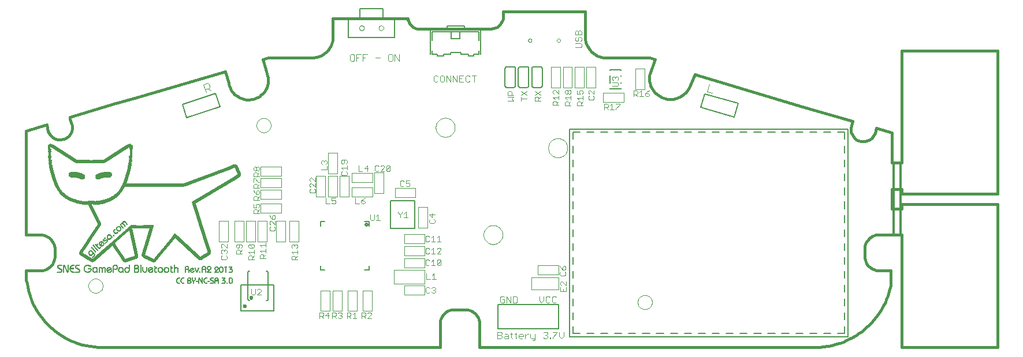
<source format=gto>
G75*
G70*
%OFA0B0*%
%FSLAX24Y24*%
%IPPOS*%
%LPD*%
%AMOC8*
5,1,8,0,0,1.08239X$1,22.5*
%
%ADD10C,0.0040*%
%ADD11C,0.0030*%
%ADD12C,0.0000*%
%ADD13C,0.0160*%
%ADD14C,0.0080*%
%ADD15C,0.0140*%
%ADD16C,0.0050*%
%ADD17C,0.0060*%
%ADD18C,0.0100*%
%ADD19C,0.0236*%
%ADD20R,0.0018X0.0004*%
%ADD21R,0.0013X0.0004*%
%ADD22R,0.0062X0.0004*%
%ADD23R,0.0080X0.0004*%
%ADD24R,0.0044X0.0004*%
%ADD25R,0.0093X0.0004*%
%ADD26R,0.0049X0.0004*%
%ADD27R,0.0044X0.0004*%
%ADD28R,0.0151X0.0004*%
%ADD29R,0.0049X0.0004*%
%ADD30R,0.0031X0.0004*%
%ADD31R,0.0089X0.0004*%
%ADD32R,0.0097X0.0004*%
%ADD33R,0.0097X0.0004*%
%ADD34R,0.0044X0.0004*%
%ADD35R,0.0111X0.0004*%
%ADD36R,0.0049X0.0004*%
%ADD37R,0.0053X0.0004*%
%ADD38R,0.0168X0.0004*%
%ADD39R,0.0049X0.0004*%
%ADD40R,0.0044X0.0004*%
%ADD41R,0.0164X0.0004*%
%ADD42R,0.0040X0.0004*%
%ADD43R,0.0106X0.0004*%
%ADD44R,0.0111X0.0004*%
%ADD45R,0.0120X0.0004*%
%ADD46R,0.0062X0.0004*%
%ADD47R,0.0177X0.0004*%
%ADD48R,0.0173X0.0004*%
%ADD49R,0.0124X0.0004*%
%ADD50R,0.0124X0.0004*%
%ADD51R,0.0128X0.0004*%
%ADD52R,0.0071X0.0004*%
%ADD53R,0.0182X0.0004*%
%ADD54R,0.0058X0.0004*%
%ADD55R,0.0137X0.0004*%
%ADD56R,0.0133X0.0004*%
%ADD57R,0.0133X0.0004*%
%ADD58R,0.0137X0.0004*%
%ADD59R,0.0075X0.0004*%
%ADD60R,0.0190X0.0004*%
%ADD61R,0.0186X0.0004*%
%ADD62R,0.0151X0.0004*%
%ADD63R,0.0142X0.0004*%
%ADD64R,0.0195X0.0004*%
%ADD65R,0.0159X0.0004*%
%ADD66R,0.0146X0.0004*%
%ADD67R,0.0199X0.0004*%
%ADD68R,0.0168X0.0004*%
%ADD69R,0.0204X0.0004*%
%ADD70R,0.0159X0.0004*%
%ADD71R,0.0159X0.0004*%
%ADD72R,0.0155X0.0004*%
%ADD73R,0.0084X0.0004*%
%ADD74R,0.0204X0.0004*%
%ADD75R,0.0208X0.0004*%
%ADD76R,0.0186X0.0004*%
%ADD77R,0.0164X0.0004*%
%ADD78R,0.0155X0.0004*%
%ADD79R,0.0084X0.0004*%
%ADD80R,0.0208X0.0004*%
%ADD81R,0.0080X0.0004*%
%ADD82R,0.0093X0.0004*%
%ADD83R,0.0066X0.0004*%
%ADD84R,0.0040X0.0004*%
%ADD85R,0.0071X0.0004*%
%ADD86R,0.0066X0.0004*%
%ADD87R,0.0053X0.0004*%
%ADD88R,0.0097X0.0004*%
%ADD89R,0.0053X0.0004*%
%ADD90R,0.0062X0.0004*%
%ADD91R,0.0062X0.0004*%
%ADD92R,0.0053X0.0004*%
%ADD93R,0.0058X0.0004*%
%ADD94R,0.0111X0.0004*%
%ADD95R,0.0066X0.0004*%
%ADD96R,0.0102X0.0004*%
%ADD97R,0.0120X0.0004*%
%ADD98R,0.0089X0.0004*%
%ADD99R,0.0151X0.0004*%
%ADD100R,0.0102X0.0004*%
%ADD101R,0.0168X0.0004*%
%ADD102R,0.0075X0.0004*%
%ADD103R,0.0159X0.0004*%
%ADD104R,0.0106X0.0004*%
%ADD105R,0.0102X0.0004*%
%ADD106R,0.0133X0.0004*%
%ADD107R,0.0137X0.0004*%
%ADD108R,0.0128X0.0004*%
%ADD109R,0.0084X0.0004*%
%ADD110R,0.0075X0.0004*%
%ADD111R,0.0058X0.0004*%
%ADD112R,0.0097X0.0004*%
%ADD113R,0.0080X0.0004*%
%ADD114R,0.0093X0.0004*%
%ADD115R,0.0186X0.0004*%
%ADD116R,0.0142X0.0004*%
%ADD117R,0.0177X0.0004*%
%ADD118R,0.0168X0.0004*%
%ADD119R,0.0128X0.0004*%
%ADD120R,0.0177X0.0004*%
%ADD121R,0.0195X0.0004*%
%ADD122R,0.0106X0.0004*%
%ADD123R,0.0031X0.0004*%
%ADD124R,0.0071X0.0004*%
%ADD125R,0.0075X0.0004*%
%ADD126R,0.0071X0.0004*%
%ADD127R,0.0035X0.0004*%
%ADD128R,0.0018X0.0004*%
%ADD129R,0.0195X0.0004*%
%ADD130R,0.0035X0.0004*%
%ADD131R,0.0226X0.0004*%
%ADD132R,0.0208X0.0004*%
%ADD133R,0.0213X0.0004*%
%ADD134R,0.0213X0.0004*%
%ADD135R,0.0115X0.0004*%
%ADD136R,0.0115X0.0004*%
%ADD137R,0.0239X0.0004*%
%ADD138R,0.0221X0.0004*%
%ADD139R,0.0226X0.0004*%
%ADD140R,0.0244X0.0004*%
%ADD141R,0.0235X0.0004*%
%ADD142R,0.0235X0.0004*%
%ADD143R,0.0146X0.0004*%
%ADD144R,0.0248X0.0004*%
%ADD145R,0.0230X0.0004*%
%ADD146R,0.0244X0.0004*%
%ADD147R,0.0164X0.0004*%
%ADD148R,0.0252X0.0004*%
%ADD149R,0.0248X0.0004*%
%ADD150R,0.0252X0.0004*%
%ADD151R,0.0252X0.0004*%
%ADD152R,0.0182X0.0004*%
%ADD153R,0.0058X0.0004*%
%ADD154R,0.0199X0.0004*%
%ADD155R,0.0186X0.0004*%
%ADD156R,0.0142X0.0004*%
%ADD157R,0.0204X0.0004*%
%ADD158R,0.0142X0.0004*%
%ADD159R,0.0182X0.0004*%
%ADD160R,0.0257X0.0004*%
%ADD161R,0.0235X0.0004*%
%ADD162R,0.0257X0.0004*%
%ADD163R,0.0257X0.0004*%
%ADD164R,0.0266X0.0004*%
%ADD165R,0.0217X0.0004*%
%ADD166R,0.0261X0.0004*%
%ADD167R,0.0261X0.0004*%
%ADD168R,0.0279X0.0004*%
%ADD169R,0.0221X0.0004*%
%ADD170R,0.0199X0.0004*%
%ADD171R,0.0266X0.0004*%
%ADD172R,0.0288X0.0004*%
%ADD173R,0.0230X0.0004*%
%ADD174R,0.0270X0.0004*%
%ADD175R,0.0270X0.0004*%
%ADD176R,0.0301X0.0004*%
%ADD177R,0.0239X0.0004*%
%ADD178R,0.0275X0.0004*%
%ADD179R,0.0275X0.0004*%
%ADD180R,0.0204X0.0004*%
%ADD181R,0.0111X0.0004*%
%ADD182R,0.0089X0.0004*%
%ADD183R,0.0115X0.0004*%
%ADD184R,0.0120X0.0004*%
%ADD185R,0.0089X0.0004*%
%ADD186R,0.0080X0.0004*%
%ADD187R,0.0027X0.0004*%
%ADD188R,0.0022X0.0004*%
%ADD189R,0.0009X0.0004*%
%ADD190R,0.0004X0.0004*%
%ADD191R,0.0133X0.0004*%
%ADD192R,0.0066X0.0004*%
%ADD193R,0.0013X0.0004*%
%ADD194R,0.0004X0.0004*%
%ADD195R,0.0040X0.0004*%
%ADD196R,0.0031X0.0004*%
%ADD197R,0.0004X0.0004*%
%ADD198R,0.0102X0.0004*%
%ADD199R,0.0279X0.0004*%
%ADD200R,0.0279X0.0004*%
%ADD201R,0.0217X0.0004*%
%ADD202R,0.0190X0.0004*%
%ADD203R,0.0275X0.0004*%
%ADD204R,0.0084X0.0004*%
%ADD205R,0.0173X0.0004*%
%ADD206R,0.0128X0.0004*%
%ADD207R,0.0368X0.0004*%
%ADD208R,0.0363X0.0004*%
%ADD209R,0.0177X0.0004*%
%ADD210R,0.0195X0.0004*%
%ADD211R,0.0226X0.0004*%
%ADD212R,0.0035X0.0004*%
%ADD213R,0.0040X0.0004*%
%ADD214R,0.0013X0.0004*%
%ADD215R,0.0022X0.0004*%
%ADD216R,0.0252X0.0004*%
%ADD217R,0.0306X0.0004*%
%ADD218R,0.0244X0.0004*%
%ADD219R,0.0244X0.0004*%
%ADD220R,0.0292X0.0004*%
%ADD221R,0.0221X0.0004*%
%ADD222R,0.0230X0.0004*%
%ADD223R,0.0283X0.0004*%
%ADD224R,0.0217X0.0004*%
%ADD225R,0.0124X0.0004*%
%ADD226R,0.0146X0.0004*%
%ADD227R,0.0230X0.0004*%
%ADD228R,0.0301X0.0004*%
%ADD229R,0.0279X0.0004*%
%ADD230R,0.0323X0.0004*%
%ADD231R,0.0345X0.0004*%
%ADD232R,0.0306X0.0004*%
%ADD233R,0.0283X0.0004*%
%ADD234R,0.0372X0.0004*%
%ADD235R,0.0328X0.0004*%
%ADD236R,0.0301X0.0004*%
%ADD237R,0.0394X0.0004*%
%ADD238R,0.0341X0.0004*%
%ADD239R,0.0319X0.0004*%
%ADD240R,0.0412X0.0004*%
%ADD241R,0.0354X0.0004*%
%ADD242R,0.0319X0.0004*%
%ADD243R,0.0412X0.0004*%
%ADD244R,0.0354X0.0004*%
%ADD245R,0.0430X0.0004*%
%ADD246R,0.0372X0.0004*%
%ADD247R,0.0350X0.0004*%
%ADD248R,0.0447X0.0004*%
%ADD249R,0.0390X0.0004*%
%ADD250R,0.0474X0.0004*%
%ADD251R,0.0376X0.0004*%
%ADD252R,0.0496X0.0004*%
%ADD253R,0.0430X0.0004*%
%ADD254R,0.0403X0.0004*%
%ADD255R,0.0514X0.0004*%
%ADD256R,0.0443X0.0004*%
%ADD257R,0.0416X0.0004*%
%ADD258R,0.0536X0.0004*%
%ADD259R,0.0461X0.0004*%
%ADD260R,0.0416X0.0004*%
%ADD261R,0.0536X0.0004*%
%ADD262R,0.0461X0.0004*%
%ADD263R,0.0434X0.0004*%
%ADD264R,0.0562X0.0004*%
%ADD265R,0.0478X0.0004*%
%ADD266R,0.0447X0.0004*%
%ADD267R,0.0580X0.0004*%
%ADD268R,0.0465X0.0004*%
%ADD269R,0.0602X0.0004*%
%ADD270R,0.0509X0.0004*%
%ADD271R,0.0478X0.0004*%
%ADD272R,0.0620X0.0004*%
%ADD273R,0.0523X0.0004*%
%ADD274R,0.0496X0.0004*%
%ADD275R,0.0642X0.0004*%
%ADD276R,0.0545X0.0004*%
%ADD277R,0.0505X0.0004*%
%ADD278R,0.0669X0.0004*%
%ADD279R,0.0558X0.0004*%
%ADD280R,0.0505X0.0004*%
%ADD281R,0.0669X0.0004*%
%ADD282R,0.0558X0.0004*%
%ADD283R,0.0527X0.0004*%
%ADD284R,0.0686X0.0004*%
%ADD285R,0.0580X0.0004*%
%ADD286R,0.0549X0.0004*%
%ADD287R,0.0709X0.0004*%
%ADD288R,0.0598X0.0004*%
%ADD289R,0.0562X0.0004*%
%ADD290R,0.0731X0.0004*%
%ADD291R,0.0381X0.0004*%
%ADD292R,0.0531X0.0004*%
%ADD293R,0.0385X0.0004*%
%ADD294R,0.0337X0.0004*%
%ADD295R,0.0531X0.0004*%
%ADD296R,0.0385X0.0004*%
%ADD297R,0.0266X0.0004*%
%ADD298R,0.0332X0.0004*%
%ADD299R,0.0531X0.0004*%
%ADD300R,0.0297X0.0004*%
%ADD301R,0.0376X0.0004*%
%ADD302R,0.0323X0.0004*%
%ADD303R,0.0527X0.0004*%
%ADD304R,0.0332X0.0004*%
%ADD305R,0.0248X0.0004*%
%ADD306R,0.0527X0.0004*%
%ADD307R,0.0217X0.0004*%
%ADD308R,0.0368X0.0004*%
%ADD309R,0.0505X0.0004*%
%ADD310R,0.0492X0.0004*%
%ADD311R,0.0407X0.0004*%
%ADD312R,0.0421X0.0004*%
%ADD313R,0.0328X0.0004*%
%ADD314R,0.0478X0.0004*%
%ADD315R,0.0372X0.0004*%
%ADD316R,0.0421X0.0004*%
%ADD317R,0.0469X0.0004*%
%ADD318R,0.0434X0.0004*%
%ADD319R,0.0456X0.0004*%
%ADD320R,0.0452X0.0004*%
%ADD321R,0.0438X0.0004*%
%ADD322R,0.0425X0.0004*%
%ADD323R,0.0483X0.0004*%
%ADD324R,0.0022X0.0004*%
%ADD325R,0.0399X0.0004*%
%ADD326R,0.0514X0.0004*%
%ADD327R,0.0399X0.0004*%
%ADD328R,0.0545X0.0004*%
%ADD329R,0.0359X0.0004*%
%ADD330R,0.0332X0.0004*%
%ADD331R,0.0350X0.0004*%
%ADD332R,0.0341X0.0004*%
%ADD333R,0.0337X0.0004*%
%ADD334R,0.0323X0.0004*%
%ADD335R,0.0239X0.0004*%
%ADD336R,0.0226X0.0004*%
%ADD337R,0.0248X0.0004*%
%ADD338R,0.0328X0.0004*%
%ADD339R,0.0292X0.0004*%
%ADD340R,0.0270X0.0004*%
%ADD341R,0.0221X0.0004*%
%ADD342R,0.0323X0.0004*%
%ADD343R,0.0208X0.0004*%
%ADD344R,0.0239X0.0004*%
%ADD345R,0.0310X0.0004*%
%ADD346R,0.0314X0.0004*%
%ADD347R,0.0314X0.0004*%
%ADD348R,0.0306X0.0004*%
%ADD349R,0.0288X0.0004*%
%ADD350R,0.0297X0.0004*%
%ADD351R,0.0027X0.0004*%
%ADD352R,0.0257X0.0004*%
%ADD353R,0.0151X0.0004*%
%ADD354R,0.0261X0.0004*%
%ADD355R,0.0035X0.0004*%
%ADD356R,0.0164X0.0004*%
%ADD357R,0.0173X0.0004*%
%ADD358R,0.0022X0.0004*%
%ADD359R,0.0027X0.0004*%
%ADD360R,0.0173X0.0004*%
%ADD361R,0.0443X0.0004*%
%ADD362R,0.0013X0.0004*%
%ADD363R,0.0390X0.0004*%
%ADD364R,0.0390X0.0004*%
%ADD365R,0.0385X0.0004*%
%ADD366R,0.0031X0.0004*%
%ADD367R,0.0345X0.0004*%
%ADD368R,0.0261X0.0004*%
%ADD369R,0.0199X0.0004*%
%ADD370R,0.0213X0.0004*%
%ADD371R,0.0456X0.0004*%
%ADD372R,0.0416X0.0004*%
%ADD373R,0.0213X0.0004*%
%ADD374R,0.0403X0.0004*%
%ADD375R,0.0359X0.0004*%
%ADD376R,0.0310X0.0004*%
%ADD377R,0.1439X0.0004*%
%ADD378R,0.1435X0.0004*%
%ADD379R,0.1430X0.0004*%
%ADD380R,0.1430X0.0004*%
%ADD381R,0.1426X0.0004*%
%ADD382R,0.1422X0.0004*%
%ADD383R,0.1417X0.0004*%
%ADD384R,0.1413X0.0004*%
%ADD385R,0.1399X0.0004*%
%ADD386R,0.1399X0.0004*%
%ADD387R,0.1395X0.0004*%
%ADD388R,0.1386X0.0004*%
%ADD389R,0.1386X0.0004*%
%ADD390R,0.1382X0.0004*%
%ADD391R,0.1373X0.0004*%
%ADD392R,0.1377X0.0004*%
%ADD393R,0.1364X0.0004*%
%ADD394R,0.1360X0.0004*%
%ADD395R,0.1360X0.0004*%
%ADD396R,0.1351X0.0004*%
%ADD397R,0.1346X0.0004*%
%ADD398R,0.1346X0.0004*%
%ADD399R,0.1337X0.0004*%
%ADD400R,0.1333X0.0004*%
%ADD401R,0.1333X0.0004*%
%ADD402R,0.1324X0.0004*%
%ADD403R,0.0576X0.0004*%
%ADD404R,0.0190X0.0004*%
%ADD405R,0.0190X0.0004*%
%ADD406R,0.0182X0.0004*%
%ADD407R,0.0115X0.0004*%
%ADD408R,0.0421X0.0004*%
%ADD409R,0.0567X0.0004*%
%ADD410R,0.0487X0.0004*%
%ADD411R,0.0589X0.0004*%
%ADD412R,0.0593X0.0004*%
%ADD413R,0.1244X0.0004*%
%ADD414R,0.1302X0.0004*%
%ADD415R,0.1355X0.0004*%
%ADD416R,0.1461X0.0004*%
%ADD417R,0.1461X0.0004*%
%ADD418R,0.1510X0.0004*%
%ADD419R,0.1546X0.0004*%
%ADD420R,0.1581X0.0004*%
%ADD421R,0.1621X0.0004*%
%ADD422R,0.1647X0.0004*%
%ADD423R,0.1683X0.0004*%
%ADD424R,0.1683X0.0004*%
%ADD425R,0.1718X0.0004*%
%ADD426R,0.1763X0.0004*%
%ADD427R,0.1789X0.0004*%
%ADD428R,0.1816X0.0004*%
%ADD429R,0.1851X0.0004*%
%ADD430R,0.0283X0.0004*%
%ADD431R,0.1882X0.0004*%
%ADD432R,0.0297X0.0004*%
%ADD433R,0.1918X0.0004*%
%ADD434R,0.1953X0.0004*%
%ADD435R,0.1988X0.0004*%
%ADD436R,0.2024X0.0004*%
%ADD437R,0.0332X0.0004*%
%ADD438R,0.2059X0.0004*%
%ADD439R,0.2090X0.0004*%
%ADD440R,0.2126X0.0004*%
%ADD441R,0.2152X0.0004*%
%ADD442R,0.0647X0.0004*%
%ADD443R,0.0611X0.0004*%
%ADD444R,0.0381X0.0004*%
%ADD445R,0.0833X0.0004*%
%ADD446R,0.0589X0.0004*%
%ADD447R,0.0740X0.0004*%
%ADD448R,0.0567X0.0004*%
%ADD449R,0.0695X0.0004*%
%ADD450R,0.0554X0.0004*%
%ADD451R,0.0540X0.0004*%
%ADD452R,0.0624X0.0004*%
%ADD453R,0.0531X0.0004*%
%ADD454R,0.0624X0.0004*%
%ADD455R,0.0518X0.0004*%
%ADD456R,0.0607X0.0004*%
%ADD457R,0.0576X0.0004*%
%ADD458R,0.0487X0.0004*%
%ADD459R,0.0483X0.0004*%
%ADD460R,0.0554X0.0004*%
%ADD461R,0.0554X0.0004*%
%ADD462R,0.0469X0.0004*%
%ADD463R,0.0452X0.0004*%
%ADD464R,0.0425X0.0004*%
%ADD465R,0.0425X0.0004*%
%ADD466R,0.0407X0.0004*%
%ADD467R,0.0376X0.0004*%
%ADD468R,0.0341X0.0004*%
%ADD469R,0.0314X0.0004*%
%ADD470R,0.0288X0.0004*%
%ADD471R,0.3569X0.0004*%
%ADD472R,0.3614X0.0004*%
%ADD473R,0.3645X0.0004*%
%ADD474R,0.3662X0.0004*%
%ADD475R,0.3680X0.0004*%
%ADD476R,0.3680X0.0004*%
%ADD477R,0.3689X0.0004*%
%ADD478R,0.3707X0.0004*%
%ADD479R,0.3716X0.0004*%
%ADD480R,0.3724X0.0004*%
%ADD481R,0.3742X0.0004*%
%ADD482R,0.3751X0.0004*%
%ADD483R,0.3751X0.0004*%
%ADD484R,0.3769X0.0004*%
%ADD485R,0.3778X0.0004*%
%ADD486R,0.3795X0.0004*%
%ADD487R,0.3804X0.0004*%
%ADD488R,0.3813X0.0004*%
%ADD489R,0.3826X0.0004*%
%ADD490R,0.3844X0.0004*%
%ADD491R,0.3853X0.0004*%
%ADD492R,0.3871X0.0004*%
%ADD493R,0.3879X0.0004*%
%ADD494R,0.3893X0.0004*%
%ADD495R,0.3910X0.0004*%
%ADD496R,0.3924X0.0004*%
%ADD497R,0.3933X0.0004*%
%ADD498R,0.3946X0.0004*%
%ADD499R,0.3946X0.0004*%
%ADD500R,0.3964X0.0004*%
%ADD501R,0.3968X0.0004*%
%ADD502R,0.1678X0.0004*%
%ADD503R,0.0474X0.0004*%
%ADD504R,0.0487X0.0004*%
%ADD505R,0.0478X0.0004*%
%ADD506R,0.0328X0.0004*%
%ADD507R,0.0345X0.0004*%
%ADD508R,0.0363X0.0004*%
%ADD509R,0.0523X0.0004*%
%ADD510R,0.0571X0.0004*%
%ADD511R,0.0585X0.0004*%
%ADD512R,0.0673X0.0004*%
%ADD513R,0.0669X0.0004*%
%ADD514R,0.0824X0.0004*%
%ADD515R,0.0868X0.0004*%
%ADD516R,0.0837X0.0004*%
%ADD517R,0.0877X0.0004*%
%ADD518R,0.0850X0.0004*%
%ADD519R,0.0881X0.0004*%
%ADD520R,0.0855X0.0004*%
%ADD521R,0.0886X0.0004*%
%ADD522R,0.0877X0.0004*%
%ADD523R,0.0895X0.0004*%
%ADD524R,0.0881X0.0004*%
%ADD525R,0.0899X0.0004*%
%ADD526R,0.0886X0.0004*%
%ADD527R,0.0895X0.0004*%
%ADD528R,0.0903X0.0004*%
%ADD529R,0.0899X0.0004*%
%ADD530R,0.0912X0.0004*%
%ADD531R,0.0903X0.0004*%
%ADD532R,0.0903X0.0004*%
%ADD533R,0.0912X0.0004*%
%ADD534R,0.0917X0.0004*%
%ADD535R,0.0908X0.0004*%
%ADD536R,0.0908X0.0004*%
%ADD537R,0.0912X0.0004*%
%ADD538R,0.0921X0.0004*%
%ADD539R,0.0926X0.0004*%
%ADD540R,0.0921X0.0004*%
%ADD541R,0.0908X0.0004*%
%ADD542R,0.0899X0.0004*%
%ADD543R,0.0890X0.0004*%
%ADD544R,0.0872X0.0004*%
%ADD545R,0.0868X0.0004*%
%ADD546R,0.0864X0.0004*%
%ADD547R,0.0855X0.0004*%
%ADD548R,0.0846X0.0004*%
%ADD549R,0.0837X0.0004*%
%ADD550R,0.0833X0.0004*%
%ADD551R,0.0828X0.0004*%
%ADD552R,0.0815X0.0004*%
%ADD553R,0.0815X0.0004*%
%ADD554R,0.0806X0.0004*%
%ADD555R,0.0815X0.0004*%
%ADD556R,0.0806X0.0004*%
%ADD557R,0.0797X0.0004*%
%ADD558R,0.0793X0.0004*%
%ADD559R,0.0788X0.0004*%
%ADD560R,0.0779X0.0004*%
%ADD561R,0.0775X0.0004*%
%ADD562R,0.0771X0.0004*%
%ADD563R,0.0762X0.0004*%
%ADD564R,0.0744X0.0004*%
%ADD565R,0.0731X0.0004*%
%ADD566R,0.0731X0.0004*%
%ADD567R,0.0717X0.0004*%
%ADD568R,0.0717X0.0004*%
%ADD569R,0.0695X0.0004*%
%ADD570R,0.0678X0.0004*%
%ADD571R,0.0673X0.0004*%
%ADD572R,0.0655X0.0004*%
%ADD573R,0.0629X0.0004*%
%ADD574R,0.0624X0.0004*%
%ADD575R,0.0607X0.0004*%
%ADD576R,0.0585X0.0004*%
%ADD577R,0.0407X0.0004*%
%ADD578R,0.0469X0.0004*%
%ADD579R,0.0461X0.0004*%
%ADD580R,0.0438X0.0004*%
%ADD581R,0.0571X0.0004*%
%ADD582R,0.0447X0.0004*%
%ADD583R,0.0337X0.0004*%
%ADD584R,0.0283X0.0004*%
%ADD585R,0.1625X0.0004*%
%ADD586R,0.1656X0.0004*%
%ADD587R,0.1674X0.0004*%
%ADD588R,0.1696X0.0004*%
%ADD589R,0.1709X0.0004*%
%ADD590R,0.1736X0.0004*%
%ADD591R,0.1745X0.0004*%
%ADD592R,0.1771X0.0004*%
%ADD593R,0.1780X0.0004*%
%ADD594R,0.1807X0.0004*%
%ADD595R,0.1825X0.0004*%
%ADD596R,0.1842X0.0004*%
%ADD597R,0.1860X0.0004*%
%ADD598R,0.1878X0.0004*%
%ADD599R,0.1904X0.0004*%
%ADD600R,0.1904X0.0004*%
%ADD601R,0.1913X0.0004*%
%ADD602R,0.1940X0.0004*%
%ADD603R,0.1949X0.0004*%
%ADD604R,0.1975X0.0004*%
%ADD605R,0.1984X0.0004*%
%ADD606R,0.2011X0.0004*%
%ADD607R,0.2011X0.0004*%
%ADD608R,0.2024X0.0004*%
%ADD609R,0.2046X0.0004*%
%ADD610R,0.2064X0.0004*%
%ADD611R,0.2081X0.0004*%
%ADD612R,0.2099X0.0004*%
%ADD613R,0.1054X0.0004*%
%ADD614R,0.0779X0.0004*%
%ADD615R,0.0306X0.0004*%
%ADD616R,0.0310X0.0004*%
%ADD617R,0.0314X0.0004*%
%ADD618R,0.0492X0.0004*%
%ADD619R,0.0434X0.0004*%
%ADD620R,0.0394X0.0004*%
%ADD621R,0.0372X0.0004*%
%ADD622R,0.0350X0.0004*%
D10*
X014307Y004463D02*
X014360Y004410D01*
X014467Y004410D01*
X014521Y004463D01*
X014521Y004730D01*
X014639Y004677D02*
X014692Y004730D01*
X014799Y004730D01*
X014852Y004677D01*
X014852Y004624D01*
X014639Y004410D01*
X014852Y004410D01*
X014307Y004463D02*
X014307Y004730D01*
X018300Y004651D02*
X018300Y003470D01*
X018830Y003470D01*
X018830Y004651D01*
X018300Y004651D01*
X019010Y004651D02*
X019010Y003470D01*
X019540Y003470D01*
X019540Y004651D01*
X019010Y004651D01*
X019860Y004651D02*
X019860Y003470D01*
X020390Y003470D01*
X020390Y004651D01*
X019860Y004651D01*
X020720Y004651D02*
X020720Y003470D01*
X021250Y003470D01*
X021250Y004651D01*
X020720Y004651D01*
X022520Y005050D02*
X022520Y005837D01*
X024292Y005837D01*
X024292Y005050D01*
X022520Y005050D01*
X023119Y004930D02*
X023119Y004400D01*
X024300Y004400D01*
X024300Y004930D01*
X023119Y004930D01*
X023120Y005990D02*
X023120Y006520D01*
X024301Y006520D01*
X024301Y005990D01*
X023120Y005990D01*
X023120Y006670D02*
X023120Y007200D01*
X024301Y007200D01*
X024301Y006670D01*
X023120Y006670D01*
X023119Y007380D02*
X024300Y007380D01*
X024300Y007910D01*
X023119Y007910D01*
X023119Y007380D01*
X023940Y008279D02*
X024470Y008279D01*
X024470Y009460D01*
X023940Y009460D01*
X023940Y008279D01*
X023760Y010040D02*
X022579Y010040D01*
X022579Y010570D01*
X023760Y010570D01*
X023760Y010040D01*
X021940Y010289D02*
X021940Y011470D01*
X021410Y011470D01*
X021410Y010289D01*
X021940Y010289D01*
X021291Y010090D02*
X021291Y010620D01*
X020110Y010620D01*
X020110Y010090D01*
X021291Y010090D01*
X021290Y010920D02*
X020109Y010920D01*
X020109Y011450D01*
X021290Y011450D01*
X021290Y010920D01*
X019930Y011270D02*
X019930Y010089D01*
X019400Y010089D01*
X019400Y011270D01*
X019930Y011270D01*
X019250Y011270D02*
X018720Y011270D01*
X018720Y010089D01*
X019250Y010089D01*
X019250Y011270D01*
X019250Y011419D02*
X018720Y011419D01*
X018720Y012600D01*
X019250Y012600D01*
X019250Y011419D01*
X018570Y011270D02*
X018040Y011270D01*
X018040Y010089D01*
X018570Y010089D01*
X018570Y011270D01*
X016020Y011290D02*
X016020Y011820D01*
X014839Y011820D01*
X014839Y011290D01*
X016020Y011290D01*
X016020Y011140D02*
X016020Y010610D01*
X014839Y010610D01*
X014839Y011140D01*
X016020Y011140D01*
X016020Y010460D02*
X014839Y010460D01*
X014839Y009930D01*
X016020Y009930D01*
X016020Y010460D01*
X016020Y009680D02*
X014839Y009680D01*
X014839Y009150D01*
X016020Y009150D01*
X016020Y009680D01*
X016250Y008660D02*
X015720Y008660D01*
X015720Y007479D01*
X016250Y007479D01*
X016250Y008660D01*
X016490Y008661D02*
X016490Y007480D01*
X017020Y007480D01*
X017020Y008661D01*
X016490Y008661D01*
X015205Y008660D02*
X014675Y008660D01*
X014675Y007479D01*
X015205Y007479D01*
X015205Y008660D01*
X014530Y008660D02*
X014000Y008660D01*
X014000Y007479D01*
X014530Y007479D01*
X014530Y008660D01*
X013850Y008660D02*
X013320Y008660D01*
X013320Y007479D01*
X013850Y007479D01*
X013850Y008660D01*
X012970Y008661D02*
X012440Y008661D01*
X012440Y007480D01*
X012970Y007480D01*
X012970Y008661D01*
X030445Y005420D02*
X030445Y004696D01*
X032020Y004696D01*
X032020Y005420D01*
X030445Y005420D01*
X030839Y005570D02*
X032020Y005570D01*
X032020Y006100D01*
X030839Y006100D01*
X030839Y005570D01*
X034600Y015540D02*
X034600Y016070D01*
X035781Y016070D01*
X035781Y015540D01*
X034600Y015540D01*
X036460Y016290D02*
X036990Y016290D01*
X036990Y017471D01*
X036460Y017471D01*
X036460Y016290D01*
X034170Y016389D02*
X034170Y017570D01*
X033640Y017570D01*
X033640Y016389D01*
X034170Y016389D01*
X033490Y016390D02*
X032960Y016390D01*
X032960Y017571D01*
X033490Y017571D01*
X033490Y016390D01*
X032810Y016389D02*
X032810Y017570D01*
X032280Y017570D01*
X032280Y016389D01*
X032810Y016389D01*
X032130Y016390D02*
X031600Y016390D01*
X031600Y017571D01*
X032130Y017571D01*
X032130Y016390D01*
X027272Y017080D02*
X027032Y017080D01*
X027152Y017080D02*
X027152Y016720D01*
X026904Y016780D02*
X026844Y016720D01*
X026723Y016720D01*
X026663Y016780D01*
X026663Y017020D01*
X026723Y017080D01*
X026844Y017080D01*
X026904Y017020D01*
X026535Y017080D02*
X026295Y017080D01*
X026295Y016720D01*
X026535Y016720D01*
X026415Y016900D02*
X026295Y016900D01*
X026167Y016720D02*
X026167Y017080D01*
X025927Y017080D02*
X026167Y016720D01*
X025927Y016720D02*
X025927Y017080D01*
X025799Y017080D02*
X025799Y016720D01*
X025558Y017080D01*
X025558Y016720D01*
X025430Y016780D02*
X025370Y016720D01*
X025250Y016720D01*
X025190Y016780D01*
X025190Y017020D01*
X025250Y017080D01*
X025370Y017080D01*
X025430Y017020D01*
X025430Y016780D01*
X025062Y016780D02*
X025002Y016720D01*
X024882Y016720D01*
X024822Y016780D01*
X024822Y017020D01*
X024882Y017080D01*
X025002Y017080D01*
X025062Y017020D01*
X011973Y016212D02*
X011779Y016311D01*
X011852Y016334D02*
X011633Y016263D01*
X011681Y016117D02*
X011538Y016555D01*
X011757Y016626D01*
X011854Y016577D01*
X011901Y016431D01*
X011852Y016334D01*
X040587Y016146D02*
X040882Y016061D01*
X040587Y016146D02*
X040713Y016588D01*
D11*
X037244Y016205D02*
X037134Y016150D01*
X037024Y016040D01*
X037189Y016040D01*
X037244Y015985D01*
X037244Y015930D01*
X037189Y015875D01*
X037079Y015875D01*
X037024Y015930D01*
X037024Y016040D01*
X036912Y015875D02*
X036692Y015875D01*
X036802Y015875D02*
X036802Y016205D01*
X036692Y016095D01*
X036581Y016040D02*
X036526Y015985D01*
X036361Y015985D01*
X036471Y015985D02*
X036581Y015875D01*
X036581Y016040D02*
X036581Y016150D01*
X036526Y016205D01*
X036361Y016205D01*
X036361Y015875D01*
X035544Y015445D02*
X035544Y015390D01*
X035324Y015170D01*
X035324Y015115D01*
X035212Y015115D02*
X034992Y015115D01*
X035102Y015115D02*
X035102Y015445D01*
X034992Y015335D01*
X034881Y015280D02*
X034826Y015225D01*
X034661Y015225D01*
X034771Y015225D02*
X034881Y015115D01*
X034881Y015280D02*
X034881Y015390D01*
X034826Y015445D01*
X034661Y015445D01*
X034661Y015115D01*
X035324Y015445D02*
X035544Y015445D01*
X034075Y015727D02*
X034075Y015837D01*
X034020Y015892D01*
X034075Y016004D02*
X033855Y016224D01*
X033800Y016224D01*
X033745Y016169D01*
X033745Y016059D01*
X033800Y016004D01*
X033800Y015892D02*
X033745Y015837D01*
X033745Y015727D01*
X033800Y015672D01*
X034020Y015672D01*
X034075Y015727D01*
X034075Y016004D02*
X034075Y016224D01*
X033435Y016169D02*
X033435Y016059D01*
X033380Y016004D01*
X033270Y016004D02*
X033215Y016114D01*
X033215Y016169D01*
X033270Y016224D01*
X033380Y016224D01*
X033435Y016169D01*
X033270Y016004D02*
X033105Y016004D01*
X033105Y016224D01*
X032735Y016179D02*
X032735Y016069D01*
X032680Y016014D01*
X032625Y016014D01*
X032570Y016069D01*
X032570Y016179D01*
X032625Y016234D01*
X032680Y016234D01*
X032735Y016179D01*
X032570Y016179D02*
X032515Y016234D01*
X032460Y016234D01*
X032405Y016179D01*
X032405Y016069D01*
X032460Y016014D01*
X032515Y016014D01*
X032570Y016069D01*
X032735Y015902D02*
X032735Y015682D01*
X032735Y015792D02*
X032405Y015792D01*
X032515Y015682D01*
X032570Y015571D02*
X032625Y015516D01*
X032625Y015351D01*
X032625Y015461D02*
X032735Y015571D01*
X032570Y015571D02*
X032460Y015571D01*
X032405Y015516D01*
X032405Y015351D01*
X032735Y015351D01*
X033105Y015341D02*
X033105Y015506D01*
X033160Y015561D01*
X033270Y015561D01*
X033325Y015506D01*
X033325Y015341D01*
X033325Y015451D02*
X033435Y015561D01*
X033435Y015672D02*
X033435Y015892D01*
X033435Y015782D02*
X033105Y015782D01*
X033215Y015672D01*
X033105Y015341D02*
X033435Y015341D01*
X032035Y015361D02*
X031705Y015361D01*
X031705Y015526D01*
X031760Y015581D01*
X031870Y015581D01*
X031925Y015526D01*
X031925Y015361D01*
X031925Y015471D02*
X032035Y015581D01*
X032035Y015692D02*
X032035Y015912D01*
X032035Y015802D02*
X031705Y015802D01*
X031815Y015692D01*
X031760Y016024D02*
X031705Y016079D01*
X031705Y016189D01*
X031760Y016244D01*
X031815Y016244D01*
X032035Y016024D01*
X032035Y016244D01*
X030985Y016174D02*
X030655Y015954D01*
X030710Y015842D02*
X030820Y015842D01*
X030875Y015787D01*
X030875Y015622D01*
X030985Y015622D02*
X030655Y015622D01*
X030655Y015787D01*
X030710Y015842D01*
X030875Y015732D02*
X030985Y015842D01*
X030985Y015954D02*
X030655Y016174D01*
X030185Y016174D02*
X029855Y015954D01*
X029855Y015842D02*
X029855Y015622D01*
X029855Y015732D02*
X030185Y015732D01*
X030185Y015954D02*
X029855Y016174D01*
X029435Y015954D02*
X029105Y015954D01*
X029105Y016119D01*
X029160Y016174D01*
X029270Y016174D01*
X029325Y016119D01*
X029325Y015954D01*
X029435Y015842D02*
X029105Y015842D01*
X029105Y015622D02*
X029435Y015622D01*
X029325Y015732D01*
X029435Y015842D01*
X035142Y016463D02*
X035417Y016463D01*
X035472Y016518D01*
X035472Y016628D01*
X035417Y016684D01*
X035142Y016684D01*
X035197Y016795D02*
X035142Y016850D01*
X035142Y016960D01*
X035197Y017015D01*
X035252Y017015D01*
X035307Y016960D01*
X035362Y017015D01*
X035417Y017015D01*
X035472Y016960D01*
X035472Y016850D01*
X035417Y016795D01*
X035307Y016905D02*
X035307Y016960D01*
X033356Y018754D02*
X033356Y018878D01*
X033295Y018939D01*
X032986Y018939D01*
X033048Y019061D02*
X033109Y019061D01*
X033171Y019122D01*
X033171Y019246D01*
X033233Y019308D01*
X033295Y019308D01*
X033356Y019246D01*
X033356Y019122D01*
X033295Y019061D01*
X033048Y019061D02*
X032986Y019122D01*
X032986Y019246D01*
X033048Y019308D01*
X032986Y019429D02*
X032986Y019614D01*
X033048Y019676D01*
X033109Y019676D01*
X033171Y019614D01*
X033171Y019429D01*
X033356Y019429D02*
X032986Y019429D01*
X033171Y019614D02*
X033233Y019676D01*
X033295Y019676D01*
X033356Y019614D01*
X033356Y019429D01*
X033356Y018754D02*
X033295Y018692D01*
X032986Y018692D01*
X022821Y018293D02*
X022821Y017923D01*
X022574Y018293D01*
X022574Y017923D01*
X022453Y017984D02*
X022453Y018231D01*
X022391Y018293D01*
X022267Y018293D01*
X022206Y018231D01*
X022206Y017984D01*
X022267Y017923D01*
X022391Y017923D01*
X022453Y017984D01*
X021716Y018108D02*
X021469Y018108D01*
X020979Y018293D02*
X020732Y018293D01*
X020732Y017923D01*
X020732Y018108D02*
X020856Y018108D01*
X020611Y018293D02*
X020364Y018293D01*
X020364Y017923D01*
X020243Y017984D02*
X020243Y018231D01*
X020181Y018293D01*
X020058Y018293D01*
X019996Y018231D01*
X019996Y017984D01*
X020058Y017923D01*
X020181Y017923D01*
X020243Y017984D01*
X020364Y018108D02*
X020488Y018108D01*
X019760Y012198D02*
X019540Y012198D01*
X019485Y012143D01*
X019485Y012033D01*
X019540Y011978D01*
X019595Y011978D01*
X019650Y012033D01*
X019650Y012198D01*
X019760Y012198D02*
X019815Y012143D01*
X019815Y012033D01*
X019760Y011978D01*
X019815Y011867D02*
X019815Y011646D01*
X019815Y011757D02*
X019485Y011757D01*
X019595Y011646D01*
X019540Y011535D02*
X019485Y011480D01*
X019485Y011370D01*
X019540Y011315D01*
X019760Y011315D01*
X019815Y011370D01*
X019815Y011480D01*
X019760Y011535D01*
X020485Y011545D02*
X020705Y011545D01*
X020816Y011710D02*
X021037Y011710D01*
X020982Y011545D02*
X020982Y011875D01*
X020816Y011710D01*
X020485Y011875D02*
X020485Y011545D01*
X021425Y011610D02*
X021480Y011555D01*
X021590Y011555D01*
X021645Y011610D01*
X021756Y011555D02*
X021977Y011775D01*
X021977Y011830D01*
X021922Y011885D01*
X021812Y011885D01*
X021756Y011830D01*
X021645Y011830D02*
X021590Y011885D01*
X021480Y011885D01*
X021425Y011830D01*
X021425Y011610D01*
X021756Y011555D02*
X021977Y011555D01*
X022088Y011610D02*
X022308Y011830D01*
X022308Y011610D01*
X022253Y011555D01*
X022143Y011555D01*
X022088Y011610D01*
X022088Y011830D01*
X022143Y011885D01*
X022253Y011885D01*
X022308Y011830D01*
X022940Y010995D02*
X022885Y010940D01*
X022885Y010720D01*
X022940Y010665D01*
X023050Y010665D01*
X023105Y010720D01*
X023216Y010720D02*
X023272Y010665D01*
X023382Y010665D01*
X023437Y010720D01*
X023437Y010830D01*
X023382Y010885D01*
X023327Y010885D01*
X023216Y010830D01*
X023216Y010995D01*
X023437Y010995D01*
X023105Y010940D02*
X023050Y010995D01*
X022940Y010995D01*
X020854Y010005D02*
X020744Y009950D01*
X020634Y009840D01*
X020799Y009840D01*
X020854Y009785D01*
X020854Y009730D01*
X020799Y009675D01*
X020689Y009675D01*
X020634Y009730D01*
X020634Y009840D01*
X020522Y009675D02*
X020302Y009675D01*
X020302Y010005D01*
X019154Y009995D02*
X018934Y009995D01*
X018934Y009830D01*
X019044Y009885D01*
X019099Y009885D01*
X019154Y009830D01*
X019154Y009720D01*
X019099Y009665D01*
X018989Y009665D01*
X018934Y009720D01*
X018822Y009665D02*
X018602Y009665D01*
X018602Y009995D01*
X017995Y010350D02*
X017995Y010460D01*
X017940Y010515D01*
X017995Y010626D02*
X017775Y010847D01*
X017720Y010847D01*
X017665Y010792D01*
X017665Y010682D01*
X017720Y010626D01*
X017720Y010515D02*
X017665Y010460D01*
X017665Y010350D01*
X017720Y010295D01*
X017940Y010295D01*
X017995Y010350D01*
X017995Y010626D02*
X017995Y010847D01*
X017995Y010958D02*
X017775Y011178D01*
X017720Y011178D01*
X017665Y011123D01*
X017665Y011013D01*
X017720Y010958D01*
X017995Y010958D02*
X017995Y011178D01*
X018325Y011625D02*
X018655Y011625D01*
X018655Y011845D01*
X018600Y011956D02*
X018655Y012012D01*
X018655Y012122D01*
X018600Y012177D01*
X018545Y012177D01*
X018490Y012122D01*
X018490Y012067D01*
X018490Y012122D02*
X018435Y012177D01*
X018380Y012177D01*
X018325Y012122D01*
X018325Y012012D01*
X018380Y011956D01*
X014765Y011752D02*
X014765Y011642D01*
X014710Y011586D01*
X014655Y011586D01*
X014600Y011642D01*
X014600Y011752D01*
X014655Y011807D01*
X014710Y011807D01*
X014765Y011752D01*
X014600Y011752D02*
X014545Y011807D01*
X014490Y011807D01*
X014435Y011752D01*
X014435Y011642D01*
X014490Y011586D01*
X014545Y011586D01*
X014600Y011642D01*
X014600Y011475D02*
X014655Y011420D01*
X014655Y011255D01*
X014765Y011255D02*
X014435Y011255D01*
X014435Y011420D01*
X014490Y011475D01*
X014600Y011475D01*
X014655Y011365D02*
X014765Y011475D01*
X014490Y011137D02*
X014710Y010916D01*
X014765Y010916D01*
X014765Y010805D02*
X014655Y010695D01*
X014655Y010750D02*
X014655Y010585D01*
X014765Y010585D02*
X014435Y010585D01*
X014435Y010750D01*
X014490Y010805D01*
X014600Y010805D01*
X014655Y010750D01*
X014435Y010916D02*
X014435Y011137D01*
X014490Y011137D01*
X014435Y010427D02*
X014490Y010317D01*
X014600Y010206D01*
X014600Y010372D01*
X014655Y010427D01*
X014710Y010427D01*
X014765Y010372D01*
X014765Y010262D01*
X014710Y010206D01*
X014600Y010206D01*
X014600Y010095D02*
X014655Y010040D01*
X014655Y009875D01*
X014765Y009875D02*
X014435Y009875D01*
X014435Y010040D01*
X014490Y010095D01*
X014600Y010095D01*
X014655Y009985D02*
X014765Y010095D01*
X014710Y009657D02*
X014765Y009602D01*
X014765Y009492D01*
X014710Y009436D01*
X014600Y009436D02*
X014545Y009547D01*
X014545Y009602D01*
X014600Y009657D01*
X014710Y009657D01*
X014600Y009436D02*
X014435Y009436D01*
X014435Y009657D01*
X014490Y009325D02*
X014600Y009325D01*
X014655Y009270D01*
X014655Y009105D01*
X014765Y009105D02*
X014435Y009105D01*
X014435Y009270D01*
X014490Y009325D01*
X014655Y009215D02*
X014765Y009325D01*
X015345Y008998D02*
X015400Y008888D01*
X015510Y008778D01*
X015510Y008943D01*
X015565Y008998D01*
X015620Y008998D01*
X015675Y008943D01*
X015675Y008833D01*
X015620Y008778D01*
X015510Y008778D01*
X015455Y008667D02*
X015400Y008667D01*
X015345Y008612D01*
X015345Y008502D01*
X015400Y008446D01*
X015400Y008335D02*
X015345Y008280D01*
X015345Y008170D01*
X015400Y008115D01*
X015620Y008115D01*
X015675Y008170D01*
X015675Y008280D01*
X015620Y008335D01*
X015675Y008446D02*
X015455Y008667D01*
X015675Y008667D02*
X015675Y008446D01*
X015120Y007394D02*
X015120Y007174D01*
X015120Y007284D02*
X014790Y007284D01*
X014900Y007174D01*
X015120Y007062D02*
X015120Y006842D01*
X015120Y006952D02*
X014790Y006952D01*
X014900Y006842D01*
X014955Y006731D02*
X015010Y006676D01*
X015010Y006511D01*
X015010Y006621D02*
X015120Y006731D01*
X014955Y006731D02*
X014845Y006731D01*
X014790Y006676D01*
X014790Y006511D01*
X015120Y006511D01*
X014455Y006441D02*
X014125Y006441D01*
X014125Y006606D01*
X014180Y006661D01*
X014290Y006661D01*
X014345Y006606D01*
X014345Y006441D01*
X014345Y006551D02*
X014455Y006661D01*
X014455Y006772D02*
X014455Y006992D01*
X014455Y006882D02*
X014125Y006882D01*
X014235Y006772D01*
X014180Y007104D02*
X014125Y007159D01*
X014125Y007269D01*
X014180Y007324D01*
X014400Y007104D01*
X014455Y007159D01*
X014455Y007269D01*
X014400Y007324D01*
X014180Y007324D01*
X014180Y007104D02*
X014400Y007104D01*
X013765Y007159D02*
X013710Y007104D01*
X013765Y007159D02*
X013765Y007269D01*
X013710Y007324D01*
X013490Y007324D01*
X013435Y007269D01*
X013435Y007159D01*
X013490Y007104D01*
X013545Y007104D01*
X013600Y007159D01*
X013600Y007324D01*
X013600Y006992D02*
X013655Y006937D01*
X013655Y006772D01*
X013765Y006772D02*
X013435Y006772D01*
X013435Y006937D01*
X013490Y006992D01*
X013600Y006992D01*
X013655Y006882D02*
X013765Y006992D01*
X012885Y006947D02*
X012885Y006837D01*
X012830Y006782D01*
X012830Y006671D02*
X012885Y006616D01*
X012885Y006506D01*
X012830Y006451D01*
X012610Y006451D01*
X012555Y006506D01*
X012555Y006616D01*
X012610Y006671D01*
X012610Y006782D02*
X012555Y006837D01*
X012555Y006947D01*
X012610Y007002D01*
X012665Y007002D01*
X012720Y006947D01*
X012775Y007002D01*
X012830Y007002D01*
X012885Y006947D01*
X012720Y006947D02*
X012720Y006892D01*
X012610Y007114D02*
X012555Y007169D01*
X012555Y007279D01*
X012610Y007334D01*
X012665Y007334D01*
X012885Y007114D01*
X012885Y007334D01*
X016615Y007259D02*
X016615Y007149D01*
X016670Y007094D01*
X016780Y007204D02*
X016780Y007259D01*
X016835Y007314D01*
X016890Y007314D01*
X016945Y007259D01*
X016945Y007149D01*
X016890Y007094D01*
X016945Y006982D02*
X016945Y006762D01*
X016945Y006872D02*
X016615Y006872D01*
X016725Y006762D01*
X016670Y006651D02*
X016780Y006651D01*
X016835Y006596D01*
X016835Y006431D01*
X016835Y006541D02*
X016945Y006651D01*
X016945Y006431D02*
X016615Y006431D01*
X016615Y006596D01*
X016670Y006651D01*
X016615Y007259D02*
X016670Y007314D01*
X016725Y007314D01*
X016780Y007259D01*
X021165Y008772D02*
X021220Y008717D01*
X021330Y008717D01*
X021385Y008772D01*
X021385Y009047D01*
X021496Y008937D02*
X021607Y009047D01*
X021607Y008717D01*
X021717Y008717D02*
X021496Y008717D01*
X021165Y008772D02*
X021165Y009047D01*
X022775Y009140D02*
X022885Y009030D01*
X022885Y008865D01*
X022885Y009030D02*
X022995Y009140D01*
X022995Y009195D01*
X023106Y009085D02*
X023217Y009195D01*
X023217Y008865D01*
X023327Y008865D02*
X023106Y008865D01*
X022775Y009140D02*
X022775Y009195D01*
X024565Y009042D02*
X024730Y008876D01*
X024730Y009097D01*
X024895Y009042D02*
X024565Y009042D01*
X024620Y008765D02*
X024565Y008710D01*
X024565Y008600D01*
X024620Y008545D01*
X024840Y008545D01*
X024895Y008600D01*
X024895Y008710D01*
X024840Y008765D01*
X024797Y007805D02*
X024686Y007695D01*
X024575Y007750D02*
X024520Y007805D01*
X024410Y007805D01*
X024355Y007750D01*
X024355Y007530D01*
X024410Y007475D01*
X024520Y007475D01*
X024575Y007530D01*
X024686Y007475D02*
X024907Y007475D01*
X024797Y007475D02*
X024797Y007805D01*
X025018Y007695D02*
X025128Y007805D01*
X025128Y007475D01*
X025018Y007475D02*
X025238Y007475D01*
X025183Y007105D02*
X025073Y007105D01*
X025018Y007050D01*
X025183Y007105D02*
X025238Y007050D01*
X025238Y006995D01*
X025018Y006775D01*
X025238Y006775D01*
X024907Y006775D02*
X024686Y006775D01*
X024797Y006775D02*
X024797Y007105D01*
X024686Y006995D01*
X024575Y007050D02*
X024520Y007105D01*
X024410Y007105D01*
X024355Y007050D01*
X024355Y006830D01*
X024410Y006775D01*
X024520Y006775D01*
X024575Y006830D01*
X024520Y006425D02*
X024410Y006425D01*
X024355Y006370D01*
X024355Y006150D01*
X024410Y006095D01*
X024520Y006095D01*
X024575Y006150D01*
X024686Y006095D02*
X024907Y006095D01*
X024797Y006095D02*
X024797Y006425D01*
X024686Y006315D01*
X024575Y006370D02*
X024520Y006425D01*
X025018Y006370D02*
X025018Y006150D01*
X025238Y006370D01*
X025238Y006150D01*
X025183Y006095D01*
X025073Y006095D01*
X025018Y006150D01*
X025018Y006370D02*
X025073Y006425D01*
X025183Y006425D01*
X025238Y006370D01*
X024837Y005625D02*
X024837Y005295D01*
X024947Y005295D02*
X024726Y005295D01*
X024615Y005295D02*
X024395Y005295D01*
X024395Y005625D01*
X024726Y005515D02*
X024837Y005625D01*
X024862Y004835D02*
X024917Y004780D01*
X024917Y004725D01*
X024862Y004670D01*
X024917Y004615D01*
X024917Y004560D01*
X024862Y004505D01*
X024752Y004505D01*
X024696Y004560D01*
X024585Y004560D02*
X024530Y004505D01*
X024420Y004505D01*
X024365Y004560D01*
X024365Y004780D01*
X024420Y004835D01*
X024530Y004835D01*
X024585Y004780D01*
X024696Y004780D02*
X024752Y004835D01*
X024862Y004835D01*
X024862Y004670D02*
X024807Y004670D01*
X028659Y004260D02*
X028659Y004013D01*
X028720Y003951D01*
X028844Y003951D01*
X028906Y004013D01*
X028906Y004136D01*
X028782Y004136D01*
X028659Y004260D02*
X028720Y004321D01*
X028844Y004321D01*
X028906Y004260D01*
X029027Y004321D02*
X029274Y003951D01*
X029274Y004321D01*
X029395Y004321D02*
X029581Y004321D01*
X029642Y004260D01*
X029642Y004013D01*
X029581Y003951D01*
X029395Y003951D01*
X029395Y004321D01*
X029027Y004321D02*
X029027Y003951D01*
X030919Y004074D02*
X031043Y003951D01*
X031166Y004074D01*
X031166Y004321D01*
X031288Y004260D02*
X031288Y004013D01*
X031349Y003951D01*
X031473Y003951D01*
X031535Y004013D01*
X031656Y004013D02*
X031718Y003951D01*
X031841Y003951D01*
X031903Y004013D01*
X031656Y004013D02*
X031656Y004260D01*
X031718Y004321D01*
X031841Y004321D01*
X031903Y004260D01*
X031535Y004260D02*
X031473Y004321D01*
X031349Y004321D01*
X031288Y004260D01*
X030919Y004321D02*
X030919Y004074D01*
X032125Y004622D02*
X032455Y004622D01*
X032455Y004842D01*
X032455Y004954D02*
X032235Y005174D01*
X032180Y005174D01*
X032125Y005119D01*
X032125Y005009D01*
X032180Y004954D01*
X032125Y004842D02*
X032125Y004622D01*
X032290Y004622D02*
X032290Y004732D01*
X032455Y004954D02*
X032455Y005174D01*
X032380Y005522D02*
X032160Y005522D01*
X032105Y005577D01*
X032105Y005687D01*
X032160Y005742D01*
X032270Y005854D02*
X032160Y005964D01*
X032105Y006074D01*
X032270Y006019D02*
X032270Y005854D01*
X032380Y005854D01*
X032435Y005909D01*
X032435Y006019D01*
X032380Y006074D01*
X032325Y006074D01*
X032270Y006019D01*
X032380Y005742D02*
X032435Y005687D01*
X032435Y005577D01*
X032380Y005522D01*
X032311Y002254D02*
X032311Y002007D01*
X032188Y001884D01*
X032064Y002007D01*
X032064Y002254D01*
X031943Y002254D02*
X031943Y002193D01*
X031696Y001946D01*
X031696Y001884D01*
X031574Y001884D02*
X031512Y001884D01*
X031512Y001946D01*
X031574Y001946D01*
X031574Y001884D01*
X031391Y001946D02*
X031329Y001884D01*
X031205Y001884D01*
X031144Y001946D01*
X031267Y002069D02*
X031329Y002069D01*
X031391Y002007D01*
X031391Y001946D01*
X031329Y002069D02*
X031391Y002131D01*
X031391Y002193D01*
X031329Y002254D01*
X031205Y002254D01*
X031144Y002193D01*
X030654Y002131D02*
X030654Y001822D01*
X030592Y001761D01*
X030530Y001761D01*
X030469Y001884D02*
X030654Y001884D01*
X030469Y001884D02*
X030407Y001946D01*
X030407Y002131D01*
X030285Y002131D02*
X030224Y002131D01*
X030100Y002007D01*
X029979Y002007D02*
X029732Y002007D01*
X029732Y001946D02*
X029732Y002069D01*
X029793Y002131D01*
X029917Y002131D01*
X029979Y002069D01*
X029979Y002007D01*
X029917Y001884D02*
X029793Y001884D01*
X029732Y001946D01*
X029610Y001884D02*
X029548Y001946D01*
X029548Y002193D01*
X029486Y002131D02*
X029610Y002131D01*
X029364Y002131D02*
X029241Y002131D01*
X029302Y002193D02*
X029302Y001946D01*
X029364Y001884D01*
X029119Y001884D02*
X029119Y002069D01*
X029058Y002131D01*
X028934Y002131D01*
X028934Y002007D02*
X029119Y002007D01*
X029119Y001884D02*
X028934Y001884D01*
X028872Y001946D01*
X028934Y002007D01*
X028751Y002007D02*
X028689Y002069D01*
X028504Y002069D01*
X028504Y001884D02*
X028689Y001884D01*
X028751Y001946D01*
X028751Y002007D01*
X028689Y002069D02*
X028751Y002131D01*
X028751Y002193D01*
X028689Y002254D01*
X028504Y002254D01*
X028504Y001884D01*
X030100Y001884D02*
X030100Y002131D01*
X031696Y002254D02*
X031943Y002254D01*
X021224Y003055D02*
X021004Y003055D01*
X021224Y003275D01*
X021224Y003330D01*
X021169Y003385D01*
X021059Y003385D01*
X021004Y003330D01*
X020892Y003330D02*
X020892Y003220D01*
X020837Y003165D01*
X020672Y003165D01*
X020672Y003055D02*
X020672Y003385D01*
X020837Y003385D01*
X020892Y003330D01*
X020782Y003165D02*
X020892Y003055D01*
X020364Y003055D02*
X020144Y003055D01*
X020254Y003055D02*
X020254Y003385D01*
X020144Y003275D01*
X020032Y003220D02*
X019977Y003165D01*
X019812Y003165D01*
X019812Y003055D02*
X019812Y003385D01*
X019977Y003385D01*
X020032Y003330D01*
X020032Y003220D01*
X019922Y003165D02*
X020032Y003055D01*
X019514Y003110D02*
X019514Y003165D01*
X019459Y003220D01*
X019404Y003220D01*
X019459Y003220D02*
X019514Y003275D01*
X019514Y003330D01*
X019459Y003385D01*
X019349Y003385D01*
X019294Y003330D01*
X019182Y003330D02*
X019182Y003220D01*
X019127Y003165D01*
X018962Y003165D01*
X018962Y003055D02*
X018962Y003385D01*
X019127Y003385D01*
X019182Y003330D01*
X019072Y003165D02*
X019182Y003055D01*
X019294Y003110D02*
X019349Y003055D01*
X019459Y003055D01*
X019514Y003110D01*
X018794Y003220D02*
X018574Y003220D01*
X018739Y003385D01*
X018739Y003055D01*
X018462Y003055D02*
X018352Y003165D01*
X018407Y003165D02*
X018242Y003165D01*
X018242Y003055D02*
X018242Y003385D01*
X018407Y003385D01*
X018462Y003330D01*
X018462Y003220D01*
X018407Y003165D01*
D12*
X027696Y007873D02*
X027698Y007920D01*
X027704Y007966D01*
X027714Y008012D01*
X027727Y008057D01*
X027745Y008100D01*
X027766Y008142D01*
X027790Y008182D01*
X027818Y008219D01*
X027849Y008254D01*
X027883Y008287D01*
X027919Y008316D01*
X027958Y008342D01*
X027999Y008365D01*
X028042Y008384D01*
X028086Y008400D01*
X028131Y008412D01*
X028177Y008420D01*
X028224Y008424D01*
X028270Y008424D01*
X028317Y008420D01*
X028363Y008412D01*
X028408Y008400D01*
X028452Y008384D01*
X028495Y008365D01*
X028536Y008342D01*
X028575Y008316D01*
X028611Y008287D01*
X028645Y008254D01*
X028676Y008219D01*
X028704Y008182D01*
X028728Y008142D01*
X028749Y008100D01*
X028767Y008057D01*
X028780Y008012D01*
X028790Y007966D01*
X028796Y007920D01*
X028798Y007873D01*
X028796Y007826D01*
X028790Y007780D01*
X028780Y007734D01*
X028767Y007689D01*
X028749Y007646D01*
X028728Y007604D01*
X028704Y007564D01*
X028676Y007527D01*
X028645Y007492D01*
X028611Y007459D01*
X028575Y007430D01*
X028536Y007404D01*
X028495Y007381D01*
X028452Y007362D01*
X028408Y007346D01*
X028363Y007334D01*
X028317Y007326D01*
X028270Y007322D01*
X028224Y007322D01*
X028177Y007326D01*
X028131Y007334D01*
X028086Y007346D01*
X028042Y007362D01*
X027999Y007381D01*
X027958Y007404D01*
X027919Y007430D01*
X027883Y007459D01*
X027849Y007492D01*
X027818Y007527D01*
X027790Y007564D01*
X027766Y007604D01*
X027745Y007646D01*
X027727Y007689D01*
X027714Y007734D01*
X027704Y007780D01*
X027698Y007826D01*
X027696Y007873D01*
X036594Y003975D02*
X036596Y004015D01*
X036602Y004056D01*
X036612Y004095D01*
X036625Y004133D01*
X036643Y004170D01*
X036664Y004204D01*
X036688Y004237D01*
X036715Y004267D01*
X036745Y004294D01*
X036778Y004318D01*
X036812Y004339D01*
X036849Y004357D01*
X036887Y004370D01*
X036926Y004380D01*
X036967Y004386D01*
X037007Y004388D01*
X037047Y004386D01*
X037088Y004380D01*
X037127Y004370D01*
X037165Y004357D01*
X037202Y004339D01*
X037236Y004318D01*
X037269Y004294D01*
X037299Y004267D01*
X037326Y004237D01*
X037350Y004204D01*
X037371Y004170D01*
X037389Y004133D01*
X037402Y004095D01*
X037412Y004056D01*
X037418Y004015D01*
X037420Y003975D01*
X037418Y003935D01*
X037412Y003894D01*
X037402Y003855D01*
X037389Y003817D01*
X037371Y003780D01*
X037350Y003746D01*
X037326Y003713D01*
X037299Y003683D01*
X037269Y003656D01*
X037236Y003632D01*
X037202Y003611D01*
X037165Y003593D01*
X037127Y003580D01*
X037088Y003570D01*
X037047Y003564D01*
X037007Y003562D01*
X036967Y003564D01*
X036926Y003570D01*
X036887Y003580D01*
X036849Y003593D01*
X036812Y003611D01*
X036778Y003632D01*
X036745Y003656D01*
X036715Y003683D01*
X036688Y003713D01*
X036664Y003746D01*
X036643Y003780D01*
X036625Y003817D01*
X036612Y003855D01*
X036602Y003894D01*
X036596Y003935D01*
X036594Y003975D01*
X031436Y012893D02*
X031438Y012940D01*
X031444Y012986D01*
X031454Y013032D01*
X031467Y013077D01*
X031485Y013120D01*
X031506Y013162D01*
X031530Y013202D01*
X031558Y013239D01*
X031589Y013274D01*
X031623Y013307D01*
X031659Y013336D01*
X031698Y013362D01*
X031739Y013385D01*
X031782Y013404D01*
X031826Y013420D01*
X031871Y013432D01*
X031917Y013440D01*
X031964Y013444D01*
X032010Y013444D01*
X032057Y013440D01*
X032103Y013432D01*
X032148Y013420D01*
X032192Y013404D01*
X032235Y013385D01*
X032276Y013362D01*
X032315Y013336D01*
X032351Y013307D01*
X032385Y013274D01*
X032416Y013239D01*
X032444Y013202D01*
X032468Y013162D01*
X032489Y013120D01*
X032507Y013077D01*
X032520Y013032D01*
X032530Y012986D01*
X032536Y012940D01*
X032538Y012893D01*
X032536Y012846D01*
X032530Y012800D01*
X032520Y012754D01*
X032507Y012709D01*
X032489Y012666D01*
X032468Y012624D01*
X032444Y012584D01*
X032416Y012547D01*
X032385Y012512D01*
X032351Y012479D01*
X032315Y012450D01*
X032276Y012424D01*
X032235Y012401D01*
X032192Y012382D01*
X032148Y012366D01*
X032103Y012354D01*
X032057Y012346D01*
X032010Y012342D01*
X031964Y012342D01*
X031917Y012346D01*
X031871Y012354D01*
X031826Y012366D01*
X031782Y012382D01*
X031739Y012401D01*
X031698Y012424D01*
X031659Y012450D01*
X031623Y012479D01*
X031589Y012512D01*
X031558Y012547D01*
X031530Y012584D01*
X031506Y012624D01*
X031485Y012666D01*
X031467Y012709D01*
X031454Y012754D01*
X031444Y012800D01*
X031438Y012846D01*
X031436Y012893D01*
X024940Y014074D02*
X024942Y014121D01*
X024948Y014167D01*
X024958Y014213D01*
X024971Y014258D01*
X024989Y014301D01*
X025010Y014343D01*
X025034Y014383D01*
X025062Y014420D01*
X025093Y014455D01*
X025127Y014488D01*
X025163Y014517D01*
X025202Y014543D01*
X025243Y014566D01*
X025286Y014585D01*
X025330Y014601D01*
X025375Y014613D01*
X025421Y014621D01*
X025468Y014625D01*
X025514Y014625D01*
X025561Y014621D01*
X025607Y014613D01*
X025652Y014601D01*
X025696Y014585D01*
X025739Y014566D01*
X025780Y014543D01*
X025819Y014517D01*
X025855Y014488D01*
X025889Y014455D01*
X025920Y014420D01*
X025948Y014383D01*
X025972Y014343D01*
X025993Y014301D01*
X026011Y014258D01*
X026024Y014213D01*
X026034Y014167D01*
X026040Y014121D01*
X026042Y014074D01*
X026040Y014027D01*
X026034Y013981D01*
X026024Y013935D01*
X026011Y013890D01*
X025993Y013847D01*
X025972Y013805D01*
X025948Y013765D01*
X025920Y013728D01*
X025889Y013693D01*
X025855Y013660D01*
X025819Y013631D01*
X025780Y013605D01*
X025739Y013582D01*
X025696Y013563D01*
X025652Y013547D01*
X025607Y013535D01*
X025561Y013527D01*
X025514Y013523D01*
X025468Y013523D01*
X025421Y013527D01*
X025375Y013535D01*
X025330Y013547D01*
X025286Y013563D01*
X025243Y013582D01*
X025202Y013605D01*
X025163Y013631D01*
X025127Y013660D01*
X025093Y013693D01*
X025062Y013728D01*
X025034Y013765D01*
X025010Y013805D01*
X024989Y013847D01*
X024971Y013890D01*
X024958Y013935D01*
X024948Y013981D01*
X024942Y014027D01*
X024940Y014074D01*
X014596Y014201D02*
X014598Y014241D01*
X014604Y014282D01*
X014614Y014321D01*
X014627Y014359D01*
X014645Y014396D01*
X014666Y014430D01*
X014690Y014463D01*
X014717Y014493D01*
X014747Y014520D01*
X014780Y014544D01*
X014814Y014565D01*
X014851Y014583D01*
X014889Y014596D01*
X014928Y014606D01*
X014969Y014612D01*
X015009Y014614D01*
X015049Y014612D01*
X015090Y014606D01*
X015129Y014596D01*
X015167Y014583D01*
X015204Y014565D01*
X015238Y014544D01*
X015271Y014520D01*
X015301Y014493D01*
X015328Y014463D01*
X015352Y014430D01*
X015373Y014396D01*
X015391Y014359D01*
X015404Y014321D01*
X015414Y014282D01*
X015420Y014241D01*
X015422Y014201D01*
X015420Y014161D01*
X015414Y014120D01*
X015404Y014081D01*
X015391Y014043D01*
X015373Y014006D01*
X015352Y013972D01*
X015328Y013939D01*
X015301Y013909D01*
X015271Y013882D01*
X015238Y013858D01*
X015204Y013837D01*
X015167Y013819D01*
X015129Y013806D01*
X015090Y013796D01*
X015049Y013790D01*
X015009Y013788D01*
X014969Y013790D01*
X014928Y013796D01*
X014889Y013806D01*
X014851Y013819D01*
X014814Y013837D01*
X014780Y013858D01*
X014747Y013882D01*
X014717Y013909D01*
X014690Y013939D01*
X014666Y013972D01*
X014645Y014006D01*
X014627Y014043D01*
X014614Y014081D01*
X014604Y014120D01*
X014598Y014161D01*
X014596Y014201D01*
X020530Y019826D02*
X020532Y019849D01*
X020538Y019872D01*
X020548Y019893D01*
X020561Y019913D01*
X020577Y019930D01*
X020596Y019944D01*
X020617Y019954D01*
X020639Y019961D01*
X020662Y019964D01*
X020686Y019963D01*
X020708Y019958D01*
X020730Y019949D01*
X020750Y019937D01*
X020768Y019921D01*
X020782Y019903D01*
X020794Y019883D01*
X020802Y019861D01*
X020806Y019838D01*
X020806Y019814D01*
X020802Y019791D01*
X020794Y019769D01*
X020782Y019749D01*
X020768Y019731D01*
X020750Y019715D01*
X020730Y019703D01*
X020708Y019694D01*
X020686Y019689D01*
X020662Y019688D01*
X020639Y019691D01*
X020617Y019698D01*
X020596Y019708D01*
X020577Y019722D01*
X020561Y019739D01*
X020548Y019759D01*
X020538Y019780D01*
X020532Y019803D01*
X020530Y019826D01*
X021652Y019826D02*
X021654Y019849D01*
X021660Y019872D01*
X021670Y019893D01*
X021683Y019913D01*
X021699Y019930D01*
X021718Y019944D01*
X021739Y019954D01*
X021761Y019961D01*
X021784Y019964D01*
X021808Y019963D01*
X021830Y019958D01*
X021852Y019949D01*
X021872Y019937D01*
X021890Y019921D01*
X021904Y019903D01*
X021916Y019883D01*
X021924Y019861D01*
X021928Y019838D01*
X021928Y019814D01*
X021924Y019791D01*
X021916Y019769D01*
X021904Y019749D01*
X021890Y019731D01*
X021872Y019715D01*
X021852Y019703D01*
X021830Y019694D01*
X021808Y019689D01*
X021784Y019688D01*
X021761Y019691D01*
X021739Y019698D01*
X021718Y019708D01*
X021699Y019722D01*
X021683Y019739D01*
X021670Y019759D01*
X021660Y019780D01*
X021654Y019803D01*
X021652Y019826D01*
X030275Y019109D02*
X030277Y019128D01*
X030282Y019147D01*
X030292Y019163D01*
X030304Y019178D01*
X030319Y019190D01*
X030335Y019200D01*
X030354Y019205D01*
X030373Y019207D01*
X030392Y019205D01*
X030411Y019200D01*
X030427Y019190D01*
X030442Y019178D01*
X030454Y019163D01*
X030464Y019147D01*
X030469Y019128D01*
X030471Y019109D01*
X030469Y019090D01*
X030464Y019071D01*
X030454Y019055D01*
X030442Y019040D01*
X030427Y019028D01*
X030411Y019018D01*
X030392Y019013D01*
X030373Y019011D01*
X030354Y019013D01*
X030335Y019018D01*
X030319Y019028D01*
X030304Y019040D01*
X030292Y019055D01*
X030282Y019071D01*
X030277Y019090D01*
X030275Y019109D01*
X031929Y019109D02*
X031931Y019128D01*
X031936Y019147D01*
X031946Y019163D01*
X031958Y019178D01*
X031973Y019190D01*
X031989Y019200D01*
X032008Y019205D01*
X032027Y019207D01*
X032046Y019205D01*
X032065Y019200D01*
X032081Y019190D01*
X032096Y019178D01*
X032108Y019163D01*
X032118Y019147D01*
X032123Y019128D01*
X032125Y019109D01*
X032123Y019090D01*
X032118Y019071D01*
X032108Y019055D01*
X032096Y019040D01*
X032081Y019028D01*
X032065Y019018D01*
X032046Y019013D01*
X032027Y019011D01*
X032008Y019013D01*
X031989Y019018D01*
X031973Y019028D01*
X031958Y019040D01*
X031946Y019055D01*
X031936Y019071D01*
X031931Y019090D01*
X031929Y019109D01*
X004901Y004920D02*
X004903Y004960D01*
X004909Y005001D01*
X004919Y005040D01*
X004932Y005078D01*
X004950Y005115D01*
X004971Y005149D01*
X004995Y005182D01*
X005022Y005212D01*
X005052Y005239D01*
X005085Y005263D01*
X005119Y005284D01*
X005156Y005302D01*
X005194Y005315D01*
X005233Y005325D01*
X005274Y005331D01*
X005314Y005333D01*
X005354Y005331D01*
X005395Y005325D01*
X005434Y005315D01*
X005472Y005302D01*
X005509Y005284D01*
X005543Y005263D01*
X005576Y005239D01*
X005606Y005212D01*
X005633Y005182D01*
X005657Y005149D01*
X005678Y005115D01*
X005696Y005078D01*
X005709Y005040D01*
X005719Y005001D01*
X005725Y004960D01*
X005727Y004920D01*
X005725Y004880D01*
X005719Y004839D01*
X005709Y004800D01*
X005696Y004762D01*
X005678Y004725D01*
X005657Y004691D01*
X005633Y004658D01*
X005606Y004628D01*
X005576Y004601D01*
X005543Y004577D01*
X005509Y004556D01*
X005472Y004538D01*
X005434Y004525D01*
X005395Y004515D01*
X005354Y004509D01*
X005314Y004507D01*
X005274Y004509D01*
X005233Y004515D01*
X005194Y004525D01*
X005156Y004538D01*
X005119Y004556D01*
X005085Y004577D01*
X005052Y004601D01*
X005022Y004628D01*
X004995Y004658D01*
X004971Y004691D01*
X004950Y004725D01*
X004932Y004762D01*
X004919Y004800D01*
X004909Y004839D01*
X004903Y004880D01*
X004901Y004920D01*
D13*
X003710Y001840D02*
X003900Y001750D01*
X004100Y001670D01*
X004320Y001590D01*
X004560Y001520D01*
X005000Y001430D01*
X005240Y001400D01*
X005470Y001380D01*
X025190Y001380D01*
X025190Y002810D01*
X025210Y002900D01*
X025240Y003020D01*
X025260Y003070D01*
X025290Y003140D01*
X025370Y003250D01*
X025460Y003350D01*
X025540Y003410D01*
X025630Y003460D01*
X025730Y003500D01*
X025820Y003530D01*
X025940Y003540D01*
X026740Y003540D01*
X026810Y003530D01*
X026880Y003510D01*
X027000Y003470D01*
X027110Y003410D01*
X027220Y003320D01*
X027340Y003170D01*
X027390Y003070D01*
X027420Y002990D01*
X027460Y002840D01*
X027460Y001380D01*
X046940Y001380D01*
X047120Y001390D01*
X047270Y001400D01*
X047600Y001450D01*
X047810Y001490D01*
X048070Y001560D01*
X048260Y001620D01*
X048460Y001690D01*
X048640Y001770D01*
X048770Y001830D01*
X048980Y001940D01*
X049100Y002010D01*
X049230Y002090D01*
X049340Y002160D01*
X049520Y002290D01*
X049620Y002370D01*
X049770Y002500D01*
X049970Y002690D01*
X050090Y002810D01*
X050470Y003280D01*
X050620Y003510D01*
X050770Y003770D01*
X050880Y003990D01*
X050940Y004130D01*
X051020Y004340D01*
X051140Y004730D01*
X051180Y004900D01*
X051200Y005080D01*
X051200Y005810D01*
X050370Y005810D01*
X050290Y005830D01*
X050120Y005900D01*
X050030Y005960D01*
X049870Y006100D01*
X049800Y006210D01*
X049720Y006410D01*
X049700Y006550D01*
X049710Y007210D01*
X049740Y007330D01*
X049800Y007460D01*
X049880Y007590D01*
X049960Y007670D01*
X050050Y007740D01*
X050170Y007810D01*
X050260Y007840D01*
X050340Y007860D01*
X050430Y007870D01*
X051840Y007870D01*
X051840Y001380D01*
X057352Y001380D01*
X057352Y009648D01*
X051840Y009648D01*
X051840Y009370D01*
X051270Y009370D01*
X051270Y010520D01*
X051840Y010520D01*
X051840Y010240D01*
X057352Y010240D01*
X057352Y018508D01*
X051840Y018508D01*
X051840Y012040D01*
X051270Y012040D01*
X051270Y013780D01*
X050360Y014050D01*
X050280Y013730D01*
X050170Y013540D01*
X050090Y013450D01*
X049920Y013330D01*
X049700Y013270D01*
X049490Y013270D01*
X049320Y013320D01*
X049200Y013390D01*
X049080Y013490D01*
X048980Y013640D01*
X048910Y013810D01*
X048890Y014030D01*
X048980Y014450D01*
X046090Y015270D01*
X045080Y015560D01*
X039880Y017130D01*
X039600Y016440D01*
X039570Y016370D01*
X039470Y016210D01*
X039430Y016160D01*
X039370Y016090D01*
X039300Y016030D01*
X039220Y015960D01*
X039130Y015900D01*
X039030Y015840D01*
X038940Y015800D01*
X038860Y015770D01*
X038750Y015740D01*
X038630Y015720D01*
X038520Y015710D01*
X038400Y015710D01*
X038330Y015720D01*
X038190Y015750D01*
X037980Y015810D01*
X037830Y015900D01*
X037690Y016000D01*
X037610Y016070D01*
X037490Y016220D01*
X037390Y016390D01*
X037340Y016490D01*
X037330Y016540D01*
X037300Y016630D01*
X037270Y016790D01*
X037260Y016910D01*
X037270Y017060D01*
X037290Y017190D01*
X037600Y018010D01*
X037310Y018110D01*
X034750Y018110D01*
X034580Y018120D01*
X034480Y018140D01*
X034370Y018170D01*
X034270Y018210D01*
X034160Y018270D01*
X034020Y018360D01*
X033930Y018440D01*
X033820Y018560D01*
X033750Y018660D01*
X033690Y018760D01*
X033650Y018850D01*
X033600Y018980D01*
X033560Y019200D01*
X033560Y020770D01*
X028840Y020770D01*
X028830Y020410D01*
X028820Y020350D01*
X028800Y020290D01*
X028770Y020210D01*
X028710Y020100D01*
X028670Y020050D01*
X028570Y019950D01*
X028490Y019890D01*
X028390Y019840D01*
X028270Y019800D01*
X028140Y019780D01*
X023940Y019780D01*
X023860Y019790D01*
X023750Y019820D01*
X023630Y019880D01*
X023550Y019940D01*
X023460Y020040D01*
X023400Y020130D01*
X023350Y020260D01*
X023340Y020282D01*
X023320Y020376D01*
X019000Y020376D01*
X019000Y019160D01*
X018990Y019110D01*
X018960Y019000D01*
X018900Y018820D01*
X018810Y018650D01*
X018720Y018530D01*
X018630Y018430D01*
X018510Y018330D01*
X018350Y018230D01*
X018190Y018170D01*
X018060Y018130D01*
X017860Y018110D01*
X015260Y018110D01*
X014960Y018010D01*
X015130Y017430D01*
X015270Y016950D01*
X015270Y016740D01*
X015260Y016650D01*
X015230Y016520D01*
X015180Y016370D01*
X015130Y016280D01*
X015050Y016150D01*
X014960Y016040D01*
X014840Y015930D01*
X014790Y015890D01*
X014720Y015850D01*
X014570Y015770D01*
X014490Y015740D01*
X014410Y015720D01*
X014320Y015700D01*
X014160Y015680D01*
X014020Y015690D01*
X013980Y015690D01*
X013910Y015700D01*
X013860Y015710D01*
X013790Y015730D01*
X013690Y015770D01*
X013610Y015800D01*
X013560Y015830D01*
X013450Y015900D01*
X013400Y015940D01*
X013340Y015990D01*
X013260Y016070D01*
X013220Y016120D01*
X013170Y016190D01*
X013140Y016230D01*
X013050Y016410D01*
X013020Y016490D01*
X013000Y016570D01*
X012980Y016640D01*
X012780Y017320D01*
X007560Y015790D01*
X006600Y015510D01*
X006460Y015470D01*
X003820Y014660D01*
X003840Y014550D01*
X003930Y014280D01*
X003950Y014160D01*
X003960Y014020D01*
X003920Y013830D01*
X003850Y013700D01*
X003760Y013570D01*
X003640Y013480D01*
X003480Y013400D01*
X003260Y013360D01*
X003110Y013370D01*
X002940Y013430D01*
X002830Y013500D01*
X002680Y013640D01*
X002570Y013850D01*
X002490Y014240D01*
X001280Y013880D01*
X001280Y007870D01*
X002190Y007870D01*
X002370Y007840D01*
X002490Y007790D01*
X002620Y007710D01*
X002720Y007620D01*
X002870Y007410D01*
X002920Y007270D01*
X002930Y007230D01*
X002950Y007100D01*
X002950Y006590D01*
X002940Y006470D01*
X002900Y006340D01*
X002870Y006280D01*
X002820Y006190D01*
X002750Y006100D01*
X002660Y006000D01*
X002560Y005930D01*
X002460Y005880D01*
X002350Y005840D01*
X002260Y005820D01*
X002210Y005810D01*
X002120Y005810D01*
X001280Y005800D01*
X001310Y005290D01*
X001350Y005040D01*
X001380Y004870D01*
X001430Y004660D01*
X001520Y004350D01*
X001640Y004030D01*
X001710Y003870D01*
X001830Y003650D01*
X001960Y003420D01*
X002060Y003270D01*
X002180Y003110D01*
X002280Y002980D01*
X002400Y002840D01*
X002550Y002680D01*
X002660Y002570D01*
X002880Y002380D01*
X003110Y002200D01*
X003350Y002040D01*
X003550Y001920D01*
X003710Y001840D01*
D14*
X013695Y003490D02*
X013695Y004990D01*
X015585Y004990D01*
X015585Y003490D01*
X013695Y003490D01*
X022342Y008250D02*
X023720Y008250D01*
X023720Y009825D01*
X022342Y009825D01*
X022342Y008250D01*
X032850Y008191D02*
X032850Y007782D01*
X032850Y007388D02*
X032850Y006979D01*
X032850Y006586D02*
X032850Y006177D01*
X032850Y005783D02*
X032850Y005374D01*
X032850Y004980D02*
X032850Y004571D01*
X032850Y004178D02*
X032850Y003769D01*
X032850Y003375D02*
X032850Y002966D01*
X032850Y002572D02*
X032850Y002163D01*
X033260Y002163D01*
X033654Y002163D02*
X034064Y002163D01*
X034458Y002163D02*
X034868Y002163D01*
X035262Y002163D02*
X035672Y002163D01*
X036066Y002163D02*
X036476Y002163D01*
X036870Y002163D02*
X037280Y002163D01*
X037674Y002163D02*
X038084Y002163D01*
X038478Y002163D02*
X038888Y002163D01*
X039282Y002163D02*
X039692Y002163D01*
X040086Y002163D02*
X040496Y002163D01*
X040889Y002163D02*
X041300Y002163D01*
X041693Y002163D02*
X042104Y002163D01*
X042497Y002163D02*
X042908Y002163D01*
X043301Y002163D02*
X043712Y002163D01*
X044105Y002163D02*
X044516Y002163D01*
X044909Y002163D02*
X045319Y002163D01*
X045713Y002163D02*
X046123Y002163D01*
X046517Y002163D02*
X046927Y002163D01*
X047321Y002163D02*
X047731Y002163D01*
X048125Y002163D02*
X048535Y002163D01*
X048535Y002572D01*
X048535Y002966D02*
X048535Y003375D01*
X048535Y003769D02*
X048535Y004178D01*
X048535Y004571D02*
X048535Y004980D01*
X048535Y005374D02*
X048535Y005783D01*
X048535Y006177D02*
X048535Y006586D01*
X048535Y006979D02*
X048535Y007388D01*
X048535Y007782D02*
X048535Y008191D01*
X048535Y008585D02*
X048535Y008994D01*
X048535Y009387D02*
X048535Y009796D01*
X048535Y010190D02*
X048535Y010599D01*
X048535Y010993D02*
X048535Y011402D01*
X048535Y011796D02*
X048535Y012205D01*
X048535Y012598D02*
X048535Y013007D01*
X048535Y013401D02*
X048535Y013810D01*
X048125Y013810D01*
X047731Y013810D02*
X047321Y013810D01*
X046927Y013810D02*
X046517Y013810D01*
X046123Y013810D02*
X045713Y013810D01*
X045319Y013810D02*
X044909Y013810D01*
X044516Y013810D02*
X044105Y013810D01*
X043712Y013810D02*
X043301Y013810D01*
X042908Y013810D02*
X042497Y013810D01*
X042104Y013810D02*
X041693Y013810D01*
X041300Y013810D02*
X040889Y013810D01*
X040496Y013810D02*
X040086Y013810D01*
X039692Y013810D02*
X039282Y013810D01*
X038888Y013810D02*
X038478Y013810D01*
X038084Y013810D02*
X037674Y013810D01*
X037280Y013810D02*
X036870Y013810D01*
X036476Y013810D02*
X036066Y013810D01*
X035672Y013810D02*
X035262Y013810D01*
X034868Y013810D02*
X034458Y013810D01*
X034064Y013810D02*
X033654Y013810D01*
X033260Y013810D02*
X032850Y013810D01*
X032850Y013401D01*
X032850Y013007D02*
X032850Y012598D01*
X032850Y012205D02*
X032850Y011796D01*
X032850Y011402D02*
X032850Y010993D01*
X032850Y010599D02*
X032850Y010190D01*
X032850Y009796D02*
X032850Y009387D01*
X032850Y008994D02*
X032850Y008585D01*
X032670Y013991D02*
X032670Y001983D01*
X048713Y001983D01*
X048713Y013991D01*
X032670Y013991D01*
D15*
X051350Y011970D02*
X051350Y007880D01*
X051750Y007880D02*
X051750Y011970D01*
D16*
X042171Y014688D02*
X042392Y015460D01*
X040462Y016014D01*
X040241Y015242D01*
X042171Y014688D01*
X031080Y016490D02*
X031080Y017490D01*
X031078Y017507D01*
X031074Y017524D01*
X031067Y017540D01*
X031057Y017554D01*
X031044Y017567D01*
X031030Y017577D01*
X031014Y017584D01*
X030997Y017588D01*
X030980Y017590D01*
X030580Y017590D01*
X030563Y017588D01*
X030546Y017584D01*
X030530Y017577D01*
X030516Y017567D01*
X030503Y017554D01*
X030493Y017540D01*
X030486Y017524D01*
X030482Y017507D01*
X030480Y017490D01*
X030480Y016490D01*
X030482Y016473D01*
X030486Y016456D01*
X030493Y016440D01*
X030503Y016426D01*
X030516Y016413D01*
X030530Y016403D01*
X030546Y016396D01*
X030563Y016392D01*
X030580Y016390D01*
X030980Y016390D01*
X030997Y016392D01*
X031014Y016396D01*
X031030Y016403D01*
X031044Y016413D01*
X031057Y016426D01*
X031067Y016440D01*
X031074Y016456D01*
X031078Y016473D01*
X031080Y016490D01*
X030310Y016490D02*
X030310Y017490D01*
X030308Y017507D01*
X030304Y017524D01*
X030297Y017540D01*
X030287Y017554D01*
X030274Y017567D01*
X030260Y017577D01*
X030244Y017584D01*
X030227Y017588D01*
X030210Y017590D01*
X029810Y017590D01*
X029793Y017588D01*
X029776Y017584D01*
X029760Y017577D01*
X029746Y017567D01*
X029733Y017554D01*
X029723Y017540D01*
X029716Y017524D01*
X029712Y017507D01*
X029710Y017490D01*
X029710Y016490D01*
X029712Y016473D01*
X029716Y016456D01*
X029723Y016440D01*
X029733Y016426D01*
X029746Y016413D01*
X029760Y016403D01*
X029776Y016396D01*
X029793Y016392D01*
X029810Y016390D01*
X030210Y016390D01*
X030227Y016392D01*
X030244Y016396D01*
X030260Y016403D01*
X030274Y016413D01*
X030287Y016426D01*
X030297Y016440D01*
X030304Y016456D01*
X030308Y016473D01*
X030310Y016490D01*
X029540Y016490D02*
X029540Y017490D01*
X029538Y017507D01*
X029534Y017524D01*
X029527Y017540D01*
X029517Y017554D01*
X029504Y017567D01*
X029490Y017577D01*
X029474Y017584D01*
X029457Y017588D01*
X029440Y017590D01*
X029040Y017590D01*
X029023Y017588D01*
X029006Y017584D01*
X028990Y017577D01*
X028976Y017567D01*
X028963Y017554D01*
X028953Y017540D01*
X028946Y017524D01*
X028942Y017507D01*
X028940Y017490D01*
X028940Y016490D01*
X028942Y016473D01*
X028946Y016456D01*
X028953Y016440D01*
X028963Y016426D01*
X028976Y016413D01*
X028990Y016403D01*
X029006Y016396D01*
X029023Y016392D01*
X029040Y016390D01*
X029440Y016390D01*
X029457Y016392D01*
X029474Y016396D01*
X029490Y016403D01*
X029504Y016413D01*
X029517Y016426D01*
X029527Y016440D01*
X029534Y016456D01*
X029538Y016473D01*
X029540Y016490D01*
X022558Y019290D02*
X022558Y020393D01*
X021889Y020393D01*
X021889Y020944D01*
X020550Y020944D01*
X020550Y020393D01*
X019881Y020393D01*
X019881Y019290D01*
X022558Y019290D01*
X021889Y020393D02*
X020550Y020393D01*
X012231Y016032D02*
X010321Y015411D01*
X010569Y014648D01*
X012479Y015268D01*
X012231Y016032D01*
X018280Y008630D02*
X018280Y008380D01*
X018280Y008630D02*
X018530Y008630D01*
X020830Y008630D02*
X021080Y008630D01*
X021080Y008380D01*
X021080Y006080D02*
X021080Y005830D01*
X020830Y005830D01*
X018530Y005830D02*
X018280Y005830D01*
X018280Y006080D01*
X028534Y003845D02*
X028534Y002452D01*
X032019Y002452D01*
X032019Y003845D01*
X028534Y003845D01*
D17*
X015261Y004172D02*
X015261Y005688D01*
X015260Y005688D02*
X015259Y005705D01*
X015254Y005722D01*
X015247Y005737D01*
X015237Y005751D01*
X015225Y005763D01*
X015211Y005773D01*
X015196Y005780D01*
X015179Y005785D01*
X015162Y005786D01*
X014198Y005786D02*
X014181Y005785D01*
X014164Y005780D01*
X014149Y005773D01*
X014135Y005763D01*
X014123Y005751D01*
X014113Y005737D01*
X014106Y005722D01*
X014101Y005705D01*
X014100Y005688D01*
X014099Y005688D02*
X014099Y004176D01*
X014100Y004172D02*
X014101Y004155D01*
X014106Y004138D01*
X014113Y004123D01*
X014123Y004109D01*
X014135Y004097D01*
X014149Y004087D01*
X014164Y004080D01*
X014181Y004075D01*
X014198Y004074D01*
X015162Y004074D02*
X015179Y004075D01*
X015196Y004080D01*
X015211Y004087D01*
X015225Y004097D01*
X015237Y004109D01*
X015247Y004123D01*
X015254Y004138D01*
X015259Y004155D01*
X015260Y004172D01*
X034979Y016298D02*
X034979Y016335D01*
X034979Y016298D02*
X035617Y016298D01*
X035617Y016335D01*
X035617Y016652D02*
X035617Y016690D01*
X034979Y016652D02*
X034979Y017064D01*
X034979Y017381D02*
X034979Y017418D01*
X035617Y017418D01*
X035617Y017381D01*
X035617Y017064D02*
X035617Y017026D01*
X027530Y018300D02*
X027530Y019700D01*
X025080Y019700D01*
X025080Y019800D01*
X025580Y019800D01*
X025580Y019950D01*
X026580Y019950D01*
X026580Y019800D01*
X025580Y019800D01*
X025830Y019600D02*
X024730Y019600D01*
X024730Y019100D01*
X025830Y019200D02*
X025830Y019600D01*
X026330Y019600D01*
X026330Y019200D01*
X025830Y019200D01*
X026330Y019600D02*
X027430Y019600D01*
X027430Y019100D01*
X027430Y018500D02*
X027430Y018300D01*
X027130Y018300D01*
X027130Y018200D01*
X026830Y018200D01*
X026830Y018300D01*
X026380Y018300D01*
X026380Y018400D01*
X025780Y018400D01*
X025780Y018300D01*
X025380Y018300D01*
X025380Y018200D01*
X025030Y018200D01*
X025030Y018300D01*
X024730Y018300D01*
X024730Y018500D01*
X024630Y018300D02*
X024630Y019700D01*
X025080Y019700D01*
X026580Y019800D02*
X027080Y019800D01*
X027080Y019700D01*
D18*
X020862Y008476D02*
X020864Y008491D01*
X020870Y008506D01*
X020879Y008518D01*
X020891Y008528D01*
X020905Y008535D01*
X020920Y008538D01*
X020936Y008537D01*
X020950Y008532D01*
X020964Y008524D01*
X020974Y008512D01*
X020982Y008499D01*
X020986Y008484D01*
X020986Y008468D01*
X020982Y008453D01*
X020974Y008440D01*
X020964Y008428D01*
X020950Y008420D01*
X020936Y008415D01*
X020920Y008414D01*
X020905Y008417D01*
X020891Y008424D01*
X020879Y008434D01*
X020870Y008446D01*
X020864Y008461D01*
X020862Y008476D01*
X020864Y008491D01*
X020870Y008506D01*
X020879Y008518D01*
X020891Y008528D01*
X020905Y008535D01*
X020920Y008538D01*
X020936Y008537D01*
X020950Y008532D01*
X020964Y008524D01*
X020974Y008512D01*
X020982Y008499D01*
X020986Y008484D01*
X020986Y008468D01*
X020982Y008453D01*
X020974Y008440D01*
X020964Y008428D01*
X020950Y008420D01*
X020936Y008415D01*
X020920Y008414D01*
X020905Y008417D01*
X020891Y008424D01*
X020879Y008434D01*
X020870Y008446D01*
X020864Y008461D01*
X020862Y008476D01*
X014212Y004244D02*
X014214Y004259D01*
X014220Y004274D01*
X014229Y004286D01*
X014241Y004296D01*
X014255Y004303D01*
X014270Y004306D01*
X014286Y004305D01*
X014300Y004300D01*
X014314Y004292D01*
X014324Y004280D01*
X014332Y004267D01*
X014336Y004252D01*
X014336Y004236D01*
X014332Y004221D01*
X014324Y004208D01*
X014314Y004196D01*
X014300Y004188D01*
X014286Y004183D01*
X014270Y004182D01*
X014255Y004185D01*
X014241Y004192D01*
X014229Y004202D01*
X014220Y004214D01*
X014214Y004229D01*
X014212Y004244D01*
D19*
X013931Y003728D03*
D20*
X011462Y005028D03*
X008428Y005776D03*
X006839Y005741D03*
X006046Y005776D03*
X005346Y005741D03*
X005045Y006649D03*
X005147Y006773D03*
X005302Y006843D03*
X005590Y007149D03*
X005647Y007269D03*
X005891Y007357D03*
X006577Y008008D03*
X007007Y008331D03*
D21*
X006889Y008225D03*
X005866Y007703D03*
X005437Y007326D03*
X005313Y007313D03*
X007199Y005909D03*
X006841Y005745D03*
X005348Y005745D03*
X012903Y005028D03*
D22*
X012768Y005085D03*
X012773Y005183D03*
X012689Y005258D03*
X012680Y005249D03*
X012715Y005280D03*
X012746Y005311D03*
X012751Y005316D03*
X012352Y005329D03*
X012100Y005156D03*
X011958Y005329D03*
X011723Y005373D03*
X011338Y005683D03*
X011338Y005688D03*
X011338Y005692D03*
X011338Y005701D03*
X011338Y005705D03*
X011338Y005710D03*
X011152Y005679D03*
X011152Y005674D03*
X010966Y005723D03*
X010851Y005781D03*
X010793Y005732D03*
X010802Y005723D03*
X010802Y005874D03*
X010656Y005896D03*
X010656Y005993D03*
X010501Y005989D03*
X010054Y005896D03*
X010054Y005891D03*
X010049Y005900D03*
X009655Y005732D03*
X009527Y005763D03*
X009527Y005767D03*
X009536Y005794D03*
X009536Y005798D03*
X009536Y005843D03*
X009536Y005847D03*
X009536Y005851D03*
X009527Y005874D03*
X009527Y005878D03*
X009292Y005882D03*
X009288Y005874D03*
X009288Y005869D03*
X009283Y005865D03*
X009283Y005860D03*
X009279Y005843D03*
X009279Y005838D03*
X009279Y005834D03*
X009279Y005829D03*
X009279Y005812D03*
X009279Y005807D03*
X009279Y005803D03*
X009283Y005785D03*
X009283Y005781D03*
X009288Y005772D03*
X009288Y005767D03*
X009292Y005763D03*
X009177Y005794D03*
X009177Y005798D03*
X009172Y005781D03*
X009172Y005776D03*
X009172Y005772D03*
X009168Y005767D03*
X009168Y005763D03*
X009177Y005843D03*
X009177Y005847D03*
X009177Y005851D03*
X009172Y005860D03*
X009172Y005865D03*
X009172Y005869D03*
X009168Y005874D03*
X009168Y005878D03*
X008933Y005882D03*
X008924Y005865D03*
X008924Y005860D03*
X008924Y005785D03*
X008924Y005781D03*
X008933Y005763D03*
X008606Y005772D03*
X008606Y005776D03*
X008371Y005754D03*
X008366Y005763D03*
X008362Y005767D03*
X008362Y005772D03*
X008358Y005781D03*
X008358Y005785D03*
X008353Y005807D03*
X008353Y005812D03*
X008353Y005816D03*
X008353Y005825D03*
X008353Y005829D03*
X008353Y005834D03*
X008358Y005860D03*
X008362Y005869D03*
X008362Y005874D03*
X008366Y005878D03*
X008366Y005882D03*
X008242Y005754D03*
X008238Y005750D03*
X008052Y005750D03*
X008048Y005763D03*
X007795Y005763D03*
X007795Y005767D03*
X007795Y005829D03*
X007795Y005834D03*
X007773Y005962D03*
X007777Y005971D03*
X007777Y005975D03*
X007777Y006015D03*
X007777Y006020D03*
X007777Y006024D03*
X007773Y006033D03*
X007565Y006033D03*
X007560Y006024D03*
X007560Y006020D03*
X007556Y006015D03*
X007556Y006006D03*
X007556Y006002D03*
X007246Y005776D03*
X007246Y005772D03*
X007241Y005763D03*
X007237Y005754D03*
X007020Y005750D03*
X007011Y005763D03*
X007002Y005860D03*
X007011Y005882D03*
X006892Y005874D03*
X006883Y005891D03*
X006653Y005882D03*
X006653Y005878D03*
X006648Y005874D03*
X006648Y005869D03*
X006648Y005772D03*
X006653Y005763D03*
X006657Y005754D03*
X006555Y005936D03*
X006555Y005940D03*
X006555Y006020D03*
X006555Y006024D03*
X006343Y006024D03*
X006343Y006029D03*
X006338Y006020D03*
X006338Y006015D03*
X006334Y006002D03*
X006334Y005998D03*
X006334Y005993D03*
X006334Y005989D03*
X006227Y005785D03*
X006227Y005781D03*
X006218Y005763D03*
X005988Y005754D03*
X005984Y005763D03*
X005979Y005767D03*
X005979Y005772D03*
X005975Y005781D03*
X005975Y005785D03*
X005971Y005807D03*
X005971Y005812D03*
X005971Y005816D03*
X005971Y005825D03*
X005971Y005829D03*
X005971Y005834D03*
X005975Y005860D03*
X005979Y005869D03*
X005979Y005874D03*
X005984Y005878D03*
X005984Y005882D03*
X005860Y005896D03*
X005860Y005900D03*
X005855Y005905D03*
X005691Y005882D03*
X005691Y005878D03*
X005528Y005900D03*
X005528Y005905D03*
X005523Y005896D03*
X005523Y005891D03*
X005399Y005874D03*
X005390Y005891D03*
X005160Y005882D03*
X005160Y005878D03*
X005049Y005860D03*
X005049Y005851D03*
X005049Y005847D03*
X005049Y005843D03*
X005049Y005838D03*
X005045Y005834D03*
X005045Y005829D03*
X005045Y005825D03*
X005041Y005816D03*
X005041Y005812D03*
X005036Y005803D03*
X005160Y005763D03*
X004660Y005838D03*
X004651Y005891D03*
X004651Y005896D03*
X004660Y005944D03*
X004381Y005807D03*
X004381Y005803D03*
X004385Y005794D03*
X004385Y005785D03*
X004385Y005781D03*
X004385Y005776D03*
X004381Y005754D03*
X004376Y005745D03*
X004159Y005989D03*
X004159Y005993D03*
X004159Y005998D03*
X004159Y006002D03*
X004159Y006006D03*
X004159Y006015D03*
X004159Y006020D03*
X003849Y005975D03*
X003840Y005958D03*
X003840Y005953D03*
X003836Y005940D03*
X003836Y005936D03*
X003836Y005931D03*
X003836Y005869D03*
X003836Y005865D03*
X003836Y005860D03*
X003836Y005851D03*
X003836Y005847D03*
X003836Y005843D03*
X003840Y005838D03*
X003840Y005834D03*
X003840Y005829D03*
X003459Y005829D03*
X003459Y005825D03*
X003459Y005834D03*
X003459Y005838D03*
X003459Y005843D03*
X003459Y005847D03*
X003459Y005851D03*
X003459Y005860D03*
X003459Y005865D03*
X003459Y005869D03*
X003459Y005874D03*
X003459Y005878D03*
X003459Y005882D03*
X003459Y005891D03*
X003459Y005896D03*
X003459Y005900D03*
X003459Y005905D03*
X003459Y005909D03*
X003459Y005913D03*
X003459Y005922D03*
X003459Y005927D03*
X003459Y005931D03*
X003459Y005936D03*
X003459Y005940D03*
X003459Y005944D03*
X003459Y005953D03*
X003459Y005958D03*
X003459Y005962D03*
X003459Y005967D03*
X003459Y005971D03*
X003459Y005975D03*
X003459Y005984D03*
X003459Y005989D03*
X003459Y005993D03*
X003459Y005998D03*
X003459Y006002D03*
X003459Y006006D03*
X003459Y006015D03*
X003459Y006020D03*
X003459Y006024D03*
X003459Y006029D03*
X003459Y005816D03*
X003459Y005812D03*
X003459Y005807D03*
X003459Y005803D03*
X003459Y005798D03*
X003459Y005794D03*
X003459Y005785D03*
X003459Y005781D03*
X003459Y005776D03*
X003459Y005772D03*
X003459Y005767D03*
X003459Y005763D03*
X003459Y005754D03*
X003459Y005750D03*
X003459Y005745D03*
X003459Y005741D03*
X003459Y005736D03*
X003459Y005732D03*
X003459Y005723D03*
X003459Y005719D03*
X003459Y005714D03*
X003459Y005710D03*
X003459Y005705D03*
X003459Y005701D03*
X003459Y005692D03*
X003459Y005688D03*
X003459Y005683D03*
X003459Y005679D03*
X003459Y005674D03*
X003459Y005670D03*
X003344Y005745D03*
X003349Y005754D03*
X003353Y005776D03*
X003353Y005781D03*
X003353Y005785D03*
X003353Y005794D03*
X003349Y005803D03*
X003349Y005807D03*
X003132Y005984D03*
X003127Y005989D03*
X003127Y005993D03*
X003127Y005998D03*
X003127Y006002D03*
X003127Y006006D03*
X003127Y006015D03*
X003127Y006020D03*
X003132Y006029D03*
X003132Y006033D03*
X004930Y006755D03*
X004934Y006750D03*
X004934Y006746D03*
X004939Y006742D03*
X004934Y006857D03*
X005142Y006728D03*
X005226Y006755D03*
X005231Y006750D03*
X005235Y006742D03*
X005306Y006866D03*
X005417Y006963D03*
X005094Y007100D03*
X005094Y007105D03*
X005094Y007109D03*
X005094Y007122D03*
X005094Y007127D03*
X005545Y007300D03*
X005550Y007291D03*
X005771Y007282D03*
X005780Y007362D03*
X005771Y007384D03*
X005771Y007388D03*
X005807Y007486D03*
X005762Y007543D03*
X005771Y007583D03*
X005993Y007672D03*
X005993Y007676D03*
X005997Y007667D03*
X005988Y007685D03*
X005984Y007694D03*
X005993Y007778D03*
X005993Y007782D03*
X005997Y007787D03*
X006006Y007521D03*
X006365Y007822D03*
X006373Y008004D03*
X006373Y008008D03*
X006373Y008101D03*
X006382Y008114D03*
X006418Y008163D03*
X006537Y008159D03*
X006537Y008252D03*
X006546Y008265D03*
X006763Y008238D03*
X006759Y008145D03*
X006754Y008141D03*
X006754Y008137D03*
X006750Y008132D03*
X006573Y007986D03*
X006772Y008398D03*
X006772Y008464D03*
X006901Y008575D03*
X006967Y008637D03*
X007011Y008354D03*
X010966Y005869D03*
X011484Y005989D03*
X011488Y005993D03*
X011639Y005993D03*
X011643Y005989D03*
X011781Y005984D03*
X011781Y005874D03*
X011949Y005878D03*
X011953Y005882D03*
X011949Y005984D03*
X012361Y005962D03*
X012489Y005958D03*
X012494Y005962D03*
X012636Y005962D03*
X012640Y005723D03*
X012636Y005719D03*
X012494Y005719D03*
X013087Y005882D03*
X013096Y005891D03*
X013101Y005896D03*
X013105Y005900D03*
X013123Y005913D03*
X013132Y005922D03*
X013163Y005953D03*
X013180Y005723D03*
X013180Y005324D03*
X013180Y005081D03*
X013109Y005028D03*
X011595Y005103D03*
X011032Y005214D03*
X010793Y005178D03*
X010784Y005324D03*
X010647Y005329D03*
X010395Y005373D03*
X010147Y005373D03*
X010266Y005103D03*
X010018Y005103D03*
D23*
X010138Y005032D03*
X010386Y005032D03*
X011023Y005209D03*
X011458Y005063D03*
X011458Y005059D03*
X011714Y005032D03*
X011976Y005240D03*
X011785Y005736D03*
X011790Y005741D03*
X011807Y005754D03*
X011825Y005767D03*
X011830Y005772D03*
X011847Y005785D03*
X011869Y005803D03*
X011887Y005816D03*
X011896Y005825D03*
X011914Y005838D03*
X011931Y006002D03*
X011798Y006002D03*
X012241Y005834D03*
X012507Y005710D03*
X012622Y005710D03*
X013109Y005373D03*
X013052Y005072D03*
X010656Y005829D03*
X010519Y006002D03*
X009500Y005913D03*
X009141Y005913D03*
X008579Y005909D03*
X008220Y005723D03*
X008074Y005723D03*
X007583Y006055D03*
X006865Y005913D03*
X006675Y005913D03*
X006196Y005909D03*
X006192Y005913D03*
X006063Y005803D03*
X005691Y005905D03*
X005373Y005913D03*
X005182Y005913D03*
X005005Y005754D03*
X004713Y005750D03*
X004708Y005754D03*
X004704Y006024D03*
X004708Y006029D03*
X004367Y005829D03*
X004177Y005962D03*
X003876Y006015D03*
X004040Y005670D03*
X003336Y005829D03*
X003331Y005834D03*
X003149Y005958D03*
X003145Y005962D03*
X003149Y006055D03*
X004961Y006883D03*
X005125Y006874D03*
X005200Y006604D03*
X005160Y006569D03*
X005359Y007229D03*
X005404Y007269D03*
X005417Y007282D03*
X005426Y007286D03*
X005572Y007260D03*
X005661Y007193D03*
X005900Y007393D03*
X005917Y007406D03*
X005926Y007415D03*
X005935Y007424D03*
X005953Y007437D03*
X005962Y007446D03*
X005966Y007450D03*
X005971Y007455D03*
X006108Y007579D03*
X006183Y007636D03*
X006019Y007641D03*
X005860Y007667D03*
X005855Y007663D03*
X005851Y007658D03*
X005846Y007654D03*
X005833Y007645D03*
X005829Y007641D03*
X005824Y007636D03*
X005820Y007632D03*
X005816Y007627D03*
X005811Y007623D03*
X006024Y007813D03*
X006179Y007813D03*
X006400Y007973D03*
X006409Y008145D03*
X006564Y008119D03*
X006909Y008473D03*
X007020Y008584D03*
D24*
X005311Y007295D03*
X010625Y005285D03*
X010625Y005280D03*
X010625Y005276D03*
X010625Y005271D03*
X010625Y005267D03*
X010625Y005262D03*
X010625Y005258D03*
X010625Y005249D03*
X010625Y005245D03*
X010625Y005240D03*
X010625Y005236D03*
X010625Y005231D03*
X010625Y005227D03*
X010625Y005218D03*
X010625Y005214D03*
X010625Y005209D03*
X010625Y005205D03*
X010625Y005200D03*
X010625Y005196D03*
X010625Y005187D03*
X010625Y005183D03*
X010625Y005178D03*
X010625Y005174D03*
X010625Y005169D03*
X010625Y005165D03*
X010625Y005156D03*
X010625Y005152D03*
X010625Y005147D03*
X010625Y005143D03*
X010625Y005138D03*
X010625Y005134D03*
X010625Y005125D03*
X010625Y005121D03*
X010625Y005116D03*
X010625Y005112D03*
X010625Y005107D03*
X010625Y005103D03*
X010625Y005094D03*
X010625Y005090D03*
X010625Y005085D03*
X010625Y005081D03*
X010625Y005076D03*
X010625Y005072D03*
X010625Y005063D03*
X010625Y005059D03*
X010625Y005054D03*
X010625Y005050D03*
X010625Y005045D03*
X010625Y005041D03*
X010625Y005032D03*
X010815Y005125D03*
X010815Y005134D03*
X010798Y005267D03*
X010798Y005271D03*
X010798Y005276D03*
X010798Y005280D03*
X010798Y005285D03*
X010798Y005293D03*
X010798Y005298D03*
X011272Y005298D03*
X011272Y005302D03*
X011272Y005307D03*
X011272Y005293D03*
X011272Y005285D03*
X011272Y005280D03*
X011272Y005276D03*
X011272Y005271D03*
X011272Y005267D03*
X011272Y005262D03*
X011272Y005258D03*
X011272Y005249D03*
X011272Y005245D03*
X011272Y005240D03*
X011272Y005236D03*
X011272Y005231D03*
X011272Y005227D03*
X011272Y005218D03*
X011272Y005214D03*
X011272Y005209D03*
X011272Y005205D03*
X011272Y005200D03*
X011272Y005196D03*
X011272Y005187D03*
X011272Y005183D03*
X011272Y005178D03*
X011272Y005174D03*
X011272Y005169D03*
X011272Y005165D03*
X011272Y005156D03*
X011272Y005152D03*
X011272Y005147D03*
X011272Y005143D03*
X011272Y005138D03*
X011272Y005134D03*
X011272Y005125D03*
X011272Y005121D03*
X011272Y005116D03*
X011272Y005112D03*
X011272Y005107D03*
X011272Y005103D03*
X011272Y005094D03*
X011272Y005090D03*
X011272Y005085D03*
X011272Y005081D03*
X011272Y005076D03*
X011272Y005072D03*
X011272Y005063D03*
X011272Y005059D03*
X011272Y005054D03*
X011272Y005050D03*
X011272Y005045D03*
X011272Y005041D03*
X011272Y005032D03*
D25*
X010711Y005032D03*
X011996Y005227D03*
X010884Y005670D03*
X009126Y005719D03*
X008971Y005922D03*
X006181Y005719D03*
X005198Y005922D03*
D26*
X005136Y006290D03*
X005149Y006750D03*
X005304Y006857D03*
X005415Y006954D03*
X005587Y007131D03*
X005636Y007291D03*
X005680Y007415D03*
X005773Y007401D03*
X005432Y007308D03*
X006362Y007778D03*
X006362Y007831D03*
X006420Y008168D03*
X006889Y008243D03*
X007129Y008451D03*
X006885Y008535D03*
X006885Y008540D03*
X007669Y006122D03*
X007182Y005922D03*
X009989Y005245D03*
X009989Y005240D03*
X009989Y005236D03*
X009998Y005262D03*
X009989Y005169D03*
X009989Y005165D03*
X009989Y005156D03*
X009994Y005147D03*
X010237Y005156D03*
X010237Y005165D03*
X010237Y005169D03*
X010237Y005236D03*
X010237Y005240D03*
X010237Y005245D03*
X010246Y005262D03*
X010627Y005293D03*
X010627Y005298D03*
X010627Y005302D03*
X010632Y005307D03*
X010636Y005316D03*
X010791Y005316D03*
X010795Y005307D03*
X010795Y005302D03*
X010795Y005262D03*
X010795Y005258D03*
X010884Y005249D03*
X010884Y005245D03*
X010884Y005240D03*
X010893Y005227D03*
X010968Y005165D03*
X010968Y005156D03*
X010968Y005152D03*
X010968Y005147D03*
X010968Y005143D03*
X010968Y005138D03*
X010968Y005134D03*
X010968Y005125D03*
X010968Y005121D03*
X010968Y005116D03*
X010968Y005112D03*
X010968Y005107D03*
X010968Y005103D03*
X010968Y005094D03*
X010968Y005090D03*
X010968Y005085D03*
X010968Y005081D03*
X010968Y005076D03*
X010968Y005072D03*
X010968Y005063D03*
X010968Y005059D03*
X010968Y005054D03*
X010968Y005050D03*
X010968Y005045D03*
X010968Y005041D03*
X010968Y005032D03*
X010813Y005107D03*
X010813Y005112D03*
X010813Y005116D03*
X010813Y005121D03*
X010813Y005138D03*
X010813Y005143D03*
X010813Y005147D03*
X010813Y005152D03*
X010809Y005156D03*
X010809Y005103D03*
X011048Y005231D03*
X011057Y005258D03*
X011057Y005262D03*
X011057Y005267D03*
X011057Y005271D03*
X011057Y005276D03*
X011057Y005280D03*
X011057Y005285D03*
X011057Y005293D03*
X011057Y005298D03*
X011057Y005302D03*
X011057Y005307D03*
X011057Y005311D03*
X011057Y005316D03*
X011057Y005324D03*
X011057Y005329D03*
X011057Y005333D03*
X011057Y005338D03*
X011057Y005342D03*
X011057Y005347D03*
X011057Y005355D03*
X011057Y005360D03*
X011057Y005364D03*
X011057Y005369D03*
X011057Y005373D03*
X011358Y005236D03*
X011367Y005218D03*
X011376Y005200D03*
X011566Y005169D03*
X011566Y005165D03*
X011566Y005156D03*
X011570Y005147D03*
X011566Y005236D03*
X011566Y005240D03*
X011566Y005245D03*
X011575Y005262D03*
X011942Y005276D03*
X011942Y005280D03*
X011942Y005285D03*
X011942Y005293D03*
X011942Y005298D03*
X011942Y005302D03*
X012115Y005134D03*
X012115Y005125D03*
X012115Y005121D03*
X012115Y005116D03*
X012115Y005112D03*
X012115Y005107D03*
X012195Y005285D03*
X012199Y005298D03*
X012199Y005302D03*
X012204Y005307D03*
X012208Y005316D03*
X012368Y005307D03*
X012368Y005302D03*
X012372Y005298D03*
X012372Y005293D03*
X012376Y005285D03*
X012376Y005280D03*
X012762Y005329D03*
X012788Y005152D03*
X012788Y005147D03*
X012788Y005143D03*
X012788Y005138D03*
X012788Y005134D03*
X012788Y005125D03*
X012788Y005121D03*
X013014Y005134D03*
X013014Y005138D03*
X013014Y005143D03*
X013014Y005147D03*
X013014Y005152D03*
X013014Y005156D03*
X013014Y005165D03*
X013014Y005169D03*
X013014Y005174D03*
X013014Y005178D03*
X013014Y005183D03*
X013014Y005187D03*
X013014Y005196D03*
X013014Y005200D03*
X013014Y005205D03*
X013014Y005209D03*
X013014Y005214D03*
X013014Y005218D03*
X013014Y005227D03*
X013014Y005231D03*
X013014Y005236D03*
X013014Y005240D03*
X013014Y005245D03*
X013014Y005249D03*
X013014Y005258D03*
X013014Y005262D03*
X013014Y005267D03*
X013014Y005271D03*
X013014Y005276D03*
X013023Y005302D03*
X013200Y005285D03*
X013200Y005121D03*
X013200Y005116D03*
X013019Y005116D03*
X013019Y005112D03*
X012841Y005670D03*
X012841Y005674D03*
X012841Y005679D03*
X012841Y005683D03*
X012841Y005688D03*
X012841Y005692D03*
X012841Y005701D03*
X012841Y005705D03*
X012841Y005710D03*
X012841Y005714D03*
X012841Y005719D03*
X012841Y005723D03*
X012841Y005732D03*
X012841Y005736D03*
X012841Y005741D03*
X012841Y005745D03*
X012841Y005750D03*
X012841Y005754D03*
X012841Y005763D03*
X012841Y005767D03*
X012841Y005772D03*
X012841Y005776D03*
X012841Y005781D03*
X012841Y005785D03*
X012841Y005794D03*
X012841Y005798D03*
X012841Y005803D03*
X012841Y005807D03*
X012841Y005812D03*
X012841Y005816D03*
X012841Y005825D03*
X012841Y005829D03*
X012841Y005834D03*
X012841Y005838D03*
X012841Y005843D03*
X012841Y005847D03*
X012841Y005851D03*
X012841Y005860D03*
X012841Y005865D03*
X012841Y005869D03*
X012841Y005874D03*
X012841Y005878D03*
X012841Y005882D03*
X012841Y005891D03*
X012841Y005896D03*
X012841Y005900D03*
X012841Y005905D03*
X012841Y005909D03*
X012841Y005913D03*
X012841Y005922D03*
X012841Y005927D03*
X012841Y005931D03*
X012841Y005936D03*
X012841Y005940D03*
X012841Y005944D03*
X012841Y005953D03*
X012841Y005958D03*
X012841Y005962D03*
X012841Y005967D03*
X012660Y005909D03*
X012660Y005905D03*
X012660Y005900D03*
X012660Y005896D03*
X012660Y005891D03*
X012660Y005882D03*
X012660Y005878D03*
X012660Y005874D03*
X012660Y005869D03*
X012660Y005865D03*
X012660Y005860D03*
X012660Y005851D03*
X012660Y005847D03*
X012660Y005843D03*
X012660Y005838D03*
X012660Y005834D03*
X012660Y005829D03*
X012660Y005825D03*
X012660Y005816D03*
X012660Y005812D03*
X012660Y005807D03*
X012660Y005803D03*
X012660Y005798D03*
X012660Y005794D03*
X012660Y005785D03*
X012660Y005781D03*
X012660Y005776D03*
X012660Y005772D03*
X012469Y005772D03*
X012469Y005776D03*
X012469Y005781D03*
X012469Y005785D03*
X012469Y005794D03*
X012469Y005798D03*
X012469Y005803D03*
X012469Y005807D03*
X012469Y005812D03*
X012469Y005816D03*
X012469Y005825D03*
X012469Y005829D03*
X012469Y005834D03*
X012469Y005838D03*
X012469Y005843D03*
X012469Y005847D03*
X012469Y005851D03*
X012469Y005860D03*
X012469Y005865D03*
X012469Y005869D03*
X012469Y005874D03*
X012469Y005878D03*
X012469Y005882D03*
X012469Y005891D03*
X012469Y005896D03*
X012469Y005900D03*
X012469Y005905D03*
X012469Y005909D03*
X012469Y005913D03*
X012478Y005940D03*
X012381Y005931D03*
X012381Y005927D03*
X012381Y005922D03*
X012381Y005913D03*
X012381Y005909D03*
X012381Y005905D03*
X012381Y005900D03*
X012381Y005896D03*
X012381Y005891D03*
X012376Y005882D03*
X012376Y005878D03*
X012376Y005936D03*
X012376Y005940D03*
X012204Y005940D03*
X012199Y005931D03*
X012199Y005927D03*
X012199Y005922D03*
X012199Y005882D03*
X012199Y005878D03*
X012204Y005874D03*
X012204Y005869D03*
X012469Y005767D03*
X011765Y005905D03*
X011668Y005905D03*
X011668Y005909D03*
X011668Y005913D03*
X011668Y005922D03*
X011668Y005927D03*
X011668Y005900D03*
X011668Y005896D03*
X011668Y005891D03*
X011668Y005838D03*
X011668Y005834D03*
X011668Y005829D03*
X011668Y005825D03*
X011668Y005816D03*
X011668Y005812D03*
X011668Y005807D03*
X011668Y005803D03*
X011668Y005798D03*
X011668Y005794D03*
X011668Y005785D03*
X011668Y005781D03*
X011668Y005776D03*
X011668Y005772D03*
X011668Y005767D03*
X011668Y005763D03*
X011668Y005754D03*
X011668Y005750D03*
X011668Y005745D03*
X011668Y005741D03*
X011668Y005736D03*
X011668Y005732D03*
X011668Y005723D03*
X011668Y005719D03*
X011668Y005714D03*
X011668Y005710D03*
X011668Y005705D03*
X011668Y005701D03*
X011668Y005692D03*
X011668Y005688D03*
X011668Y005683D03*
X011668Y005679D03*
X011668Y005674D03*
X011668Y005670D03*
X011460Y005670D03*
X011460Y005674D03*
X011460Y005679D03*
X011460Y005683D03*
X011460Y005688D03*
X011460Y005692D03*
X011460Y005701D03*
X011460Y005705D03*
X011460Y005710D03*
X011460Y005714D03*
X011460Y005719D03*
X011460Y005723D03*
X011460Y005732D03*
X011460Y005736D03*
X011460Y005741D03*
X011460Y005745D03*
X011460Y005750D03*
X011460Y005754D03*
X011460Y005763D03*
X011460Y005767D03*
X011460Y005772D03*
X011460Y005776D03*
X011460Y005781D03*
X011460Y005785D03*
X011460Y005794D03*
X011460Y005798D03*
X011460Y005803D03*
X011460Y005807D03*
X011460Y005812D03*
X011460Y005816D03*
X011460Y005825D03*
X011460Y005829D03*
X011460Y005834D03*
X011460Y005838D03*
X011460Y005843D03*
X011460Y005847D03*
X011460Y005851D03*
X011460Y005860D03*
X011460Y005865D03*
X011460Y005869D03*
X011460Y005874D03*
X011460Y005878D03*
X011460Y005882D03*
X011460Y005891D03*
X011460Y005896D03*
X011460Y005900D03*
X011460Y005905D03*
X011460Y005909D03*
X011460Y005913D03*
X011460Y005922D03*
X011460Y005927D03*
X011469Y005962D03*
X011247Y005909D03*
X011229Y005860D03*
X011221Y005838D03*
X011212Y005816D03*
X011203Y005794D03*
X011194Y005767D03*
X011185Y005745D03*
X011123Y005736D03*
X011119Y005750D03*
X011110Y005772D03*
X011105Y005785D03*
X011101Y005794D03*
X011097Y005807D03*
X011083Y005843D03*
X011074Y005865D03*
X011066Y005891D03*
X011057Y005913D03*
X010884Y005931D03*
X010773Y005816D03*
X010773Y005812D03*
X010773Y005807D03*
X010773Y005803D03*
X010773Y005798D03*
X010773Y005794D03*
X010773Y005785D03*
X010773Y005781D03*
X010773Y005776D03*
X010485Y005953D03*
X010485Y005958D03*
X010490Y005967D03*
X013174Y005967D03*
X013200Y005785D03*
X013200Y005781D03*
X013200Y005776D03*
X013200Y005772D03*
X013200Y005767D03*
X013200Y005763D03*
X013333Y011923D03*
X002709Y013092D03*
D27*
X007011Y008345D03*
X006648Y008052D03*
X006103Y007875D03*
X006210Y007685D03*
X006267Y007698D03*
X005656Y007486D03*
X005178Y007260D03*
X005151Y007065D03*
X005151Y006755D03*
X005151Y006551D03*
X004996Y006020D03*
X004854Y005661D03*
X005333Y005723D03*
X006444Y006122D03*
X007002Y006277D03*
X006825Y005723D03*
X009987Y005231D03*
X010235Y005231D03*
X010882Y005258D03*
X010882Y005262D03*
X010882Y005267D03*
X010882Y005271D03*
X010882Y005276D03*
X010882Y005280D03*
X010882Y005285D03*
X010882Y005293D03*
X010882Y005298D03*
X010882Y005302D03*
X010882Y005307D03*
X010882Y005311D03*
X010882Y005316D03*
X010882Y005324D03*
X010882Y005329D03*
X010882Y005333D03*
X010882Y005338D03*
X010882Y005342D03*
X010882Y005347D03*
X010882Y005355D03*
X010882Y005360D03*
X010882Y005364D03*
X010882Y005369D03*
X010882Y005373D03*
X011055Y005249D03*
X011475Y005249D03*
X011475Y005245D03*
X011475Y005240D03*
X011475Y005236D03*
X011475Y005231D03*
X011475Y005227D03*
X011475Y005218D03*
X011475Y005214D03*
X011475Y005209D03*
X011475Y005205D03*
X011475Y005200D03*
X011475Y005196D03*
X011475Y005187D03*
X011475Y005183D03*
X011475Y005178D03*
X011475Y005174D03*
X011475Y005169D03*
X011475Y005165D03*
X011475Y005156D03*
X011475Y005152D03*
X011475Y005147D03*
X011475Y005143D03*
X011475Y005138D03*
X011475Y005134D03*
X011475Y005125D03*
X011475Y005121D03*
X011475Y005116D03*
X011475Y005112D03*
X011475Y005107D03*
X011475Y005103D03*
X011462Y005032D03*
X011564Y005231D03*
X011475Y005258D03*
X011475Y005262D03*
X011475Y005267D03*
X011475Y005271D03*
X011475Y005276D03*
X011475Y005280D03*
X011475Y005285D03*
X011475Y005293D03*
X011475Y005298D03*
X011475Y005302D03*
X011475Y005307D03*
X011475Y005311D03*
X011475Y005316D03*
X011475Y005324D03*
X011475Y005329D03*
X011475Y005333D03*
X011475Y005338D03*
X011475Y005342D03*
X011475Y005347D03*
X011475Y005355D03*
X011475Y005360D03*
X011475Y005364D03*
X011475Y005369D03*
X011475Y005373D03*
X011338Y005674D03*
X011338Y005719D03*
X011945Y005307D03*
X012193Y005280D03*
X012193Y005276D03*
X012193Y005271D03*
X012193Y005267D03*
X012197Y005293D03*
X012379Y005276D03*
X012379Y005271D03*
X012379Y005267D03*
X012379Y005262D03*
X012379Y005258D03*
X012379Y005249D03*
X012379Y005245D03*
X012379Y005240D03*
X012379Y005236D03*
X012379Y005231D03*
X012379Y005183D03*
X012379Y005178D03*
X012379Y005174D03*
X012379Y005169D03*
X012379Y005165D03*
X012379Y005156D03*
X012379Y005152D03*
X012379Y005147D03*
X012379Y005143D03*
X012379Y005138D03*
X012379Y005134D03*
X012379Y005125D03*
X012379Y005121D03*
X012379Y005116D03*
X012379Y005112D03*
X012379Y005107D03*
X012379Y005103D03*
X012379Y005094D03*
X012379Y005090D03*
X012379Y005085D03*
X012379Y005081D03*
X012379Y005076D03*
X012379Y005072D03*
X012379Y005063D03*
X012379Y005059D03*
X012379Y005054D03*
X012379Y005050D03*
X012379Y005045D03*
X012379Y005041D03*
X012379Y005032D03*
X012113Y005103D03*
X012197Y005891D03*
X012197Y005896D03*
X012197Y005900D03*
X012197Y005905D03*
X012197Y005909D03*
X012197Y005913D03*
X009885Y007889D03*
D28*
X005364Y007264D03*
X005603Y005953D03*
X005266Y005683D03*
X006759Y005683D03*
X007680Y005679D03*
X008145Y005683D03*
X009048Y005679D03*
X009713Y005705D03*
X009970Y005958D03*
X010350Y005338D03*
X010350Y005063D03*
X010714Y005355D03*
X011993Y005032D03*
X012658Y005032D03*
X012565Y005688D03*
X012565Y005993D03*
X012290Y005993D03*
X011564Y006029D03*
X005018Y009802D03*
X005018Y009806D03*
D29*
X005866Y007685D03*
X005893Y007370D03*
X005658Y007353D03*
X005176Y007255D03*
X005091Y007136D03*
X005091Y007091D03*
X005246Y006711D03*
X005246Y006680D03*
X009985Y005227D03*
X009985Y005218D03*
X009985Y005214D03*
X009985Y005209D03*
X009985Y005205D03*
X009985Y005200D03*
X009985Y005196D03*
X009985Y005187D03*
X009985Y005183D03*
X009985Y005178D03*
X009985Y005174D03*
X010233Y005174D03*
X010233Y005178D03*
X010233Y005183D03*
X010233Y005187D03*
X010233Y005196D03*
X010233Y005200D03*
X010233Y005205D03*
X010233Y005209D03*
X010233Y005214D03*
X010233Y005218D03*
X010233Y005227D03*
X010242Y005147D03*
X010888Y005236D03*
X011052Y005236D03*
X011052Y005240D03*
X011052Y005245D03*
X011362Y005227D03*
X011371Y005209D03*
X011562Y005209D03*
X011562Y005205D03*
X011562Y005200D03*
X011562Y005196D03*
X011562Y005187D03*
X011562Y005183D03*
X011562Y005178D03*
X011562Y005174D03*
X011562Y005214D03*
X011562Y005218D03*
X011562Y005227D03*
X011947Y005271D03*
X011947Y005311D03*
X011947Y005316D03*
X012111Y005138D03*
X012111Y005094D03*
X012190Y005094D03*
X012190Y005090D03*
X012190Y005085D03*
X012190Y005081D03*
X012190Y005076D03*
X012190Y005072D03*
X012190Y005063D03*
X012190Y005059D03*
X012190Y005054D03*
X012190Y005050D03*
X012190Y005045D03*
X012190Y005041D03*
X012190Y005032D03*
X012190Y005103D03*
X012190Y005107D03*
X012190Y005112D03*
X012190Y005116D03*
X012190Y005121D03*
X012190Y005125D03*
X012190Y005134D03*
X012190Y005138D03*
X012190Y005143D03*
X012190Y005147D03*
X012190Y005152D03*
X012190Y005156D03*
X012190Y005165D03*
X012190Y005169D03*
X012190Y005174D03*
X012190Y005178D03*
X012190Y005183D03*
X012190Y005187D03*
X012190Y005196D03*
X012190Y005200D03*
X012190Y005205D03*
X012190Y005209D03*
X012190Y005214D03*
X012190Y005218D03*
X012190Y005227D03*
X012190Y005231D03*
X012190Y005236D03*
X012190Y005240D03*
X012190Y005245D03*
X012190Y005249D03*
X012190Y005258D03*
X012190Y005262D03*
X012784Y005165D03*
X012784Y005116D03*
X012784Y005112D03*
X012784Y005107D03*
X012903Y005072D03*
X012903Y005041D03*
X013205Y005134D03*
X013205Y005138D03*
X013205Y005143D03*
X013205Y005147D03*
X013205Y005152D03*
X013205Y005156D03*
X013205Y005165D03*
X013205Y005169D03*
X013205Y005174D03*
X013205Y005178D03*
X013205Y005183D03*
X013205Y005187D03*
X013205Y005196D03*
X013205Y005200D03*
X013205Y005205D03*
X013205Y005209D03*
X013205Y005214D03*
X013205Y005218D03*
X013205Y005227D03*
X013205Y005231D03*
X013205Y005236D03*
X013205Y005240D03*
X013205Y005245D03*
X013205Y005249D03*
X013205Y005258D03*
X013205Y005262D03*
X013205Y005267D03*
X013205Y005271D03*
X013196Y005745D03*
X013196Y005750D03*
X013196Y005754D03*
X013196Y005798D03*
X013196Y005803D03*
X012655Y005754D03*
X012655Y005922D03*
X012655Y005927D03*
X012474Y005927D03*
X012474Y005754D03*
X012474Y005750D03*
X011810Y005834D03*
X011663Y005944D03*
X011464Y005944D03*
X011243Y005896D03*
X011234Y005874D03*
X011225Y005851D03*
X011216Y005825D03*
X011207Y005803D03*
X011198Y005781D03*
X011190Y005754D03*
X011181Y005732D03*
X011088Y005829D03*
X011070Y005878D03*
X011061Y005900D03*
X010990Y005776D03*
X010990Y005772D03*
X010778Y005763D03*
X010778Y005834D03*
X010680Y005785D03*
X010680Y005781D03*
X010680Y005776D03*
X010680Y005772D03*
X010680Y005767D03*
X010680Y005763D03*
X010680Y005754D03*
X010680Y005750D03*
X010680Y005745D03*
X010680Y005741D03*
X010680Y005736D03*
X010680Y005732D03*
X010680Y005723D03*
X010680Y005719D03*
X010680Y005714D03*
X010680Y005710D03*
X010680Y005705D03*
X010680Y005701D03*
X010680Y005692D03*
X010680Y005688D03*
X010680Y005683D03*
X010680Y005679D03*
X010680Y005674D03*
X010680Y005670D03*
X010671Y005922D03*
D30*
X012903Y005081D03*
X012903Y005032D03*
X005866Y007694D03*
X006889Y008234D03*
D31*
X006794Y008482D03*
X006577Y008110D03*
X006475Y007915D03*
X006405Y007968D03*
X006032Y007818D03*
X006032Y007632D03*
X005359Y007233D03*
X005111Y006883D03*
X005187Y006595D03*
X004992Y006037D03*
X004717Y005745D03*
X004722Y005741D03*
X004354Y005843D03*
X003707Y005688D03*
X003707Y005683D03*
X003322Y005843D03*
X003154Y005953D03*
X003482Y006095D03*
X003482Y006099D03*
X005550Y005927D03*
X005692Y005909D03*
X005833Y005927D03*
X006068Y005807D03*
X006179Y005922D03*
X006103Y005975D03*
X007122Y005975D03*
X007751Y006060D03*
X008583Y005891D03*
X008211Y005719D03*
X008079Y005719D03*
X009048Y005975D03*
X009128Y005922D03*
X009487Y005922D03*
X010581Y006046D03*
X010917Y005825D03*
X010926Y005829D03*
X010935Y005834D03*
X010895Y005812D03*
X010886Y005807D03*
X010877Y005803D03*
X010869Y005798D03*
X011152Y005710D03*
X011152Y005705D03*
X010714Y005373D03*
X011453Y005081D03*
X011453Y005076D03*
X011989Y005231D03*
X012565Y005670D03*
X011564Y006046D03*
X013109Y005032D03*
X004708Y009616D03*
X004536Y011073D03*
X005979Y011485D03*
X005979Y011489D03*
D32*
X012817Y006011D03*
X012002Y005223D03*
X011706Y005037D03*
X010129Y005037D03*
D33*
X010377Y005037D03*
X007764Y005727D03*
X005165Y006578D03*
X004992Y006042D03*
D34*
X008437Y005789D03*
X010625Y005289D03*
X010625Y005254D03*
X010625Y005223D03*
X010625Y005192D03*
X010625Y005161D03*
X010625Y005130D03*
X010625Y005099D03*
X010625Y005068D03*
X010625Y005037D03*
X010815Y005130D03*
X010798Y005289D03*
X011272Y005289D03*
X011272Y005254D03*
X011272Y005223D03*
X011272Y005192D03*
X011272Y005161D03*
X011272Y005130D03*
X011272Y005099D03*
X011272Y005068D03*
X011272Y005037D03*
X012374Y005289D03*
D35*
X010720Y005037D03*
X010583Y006042D03*
X003484Y006073D03*
D36*
X005277Y005980D03*
X005517Y007052D03*
X005663Y007366D03*
X009994Y005254D03*
X009989Y005161D03*
X010237Y005161D03*
X010791Y005254D03*
X010809Y005161D03*
X010809Y005099D03*
X010968Y005099D03*
X010968Y005130D03*
X010968Y005161D03*
X010968Y005068D03*
X010968Y005037D03*
X011057Y005254D03*
X011057Y005289D03*
X011057Y005320D03*
X011057Y005351D03*
X011424Y005099D03*
X011566Y005161D03*
X011570Y005254D03*
X011942Y005289D03*
X012115Y005130D03*
X012195Y005289D03*
X012788Y005130D03*
X013014Y005130D03*
X013014Y005161D03*
X013014Y005192D03*
X013014Y005223D03*
X013014Y005254D03*
X013019Y005289D03*
X013200Y005289D03*
X013200Y005758D03*
X013200Y005789D03*
X012841Y005789D03*
X012841Y005758D03*
X012841Y005727D03*
X012841Y005696D03*
X012841Y005820D03*
X012841Y005856D03*
X012841Y005887D03*
X012841Y005918D03*
X012841Y005949D03*
X012660Y005887D03*
X012660Y005856D03*
X012660Y005820D03*
X012660Y005789D03*
X012469Y005789D03*
X012469Y005820D03*
X012469Y005856D03*
X012469Y005887D03*
X012381Y005887D03*
X012381Y005918D03*
X012239Y005820D03*
X012199Y005887D03*
X011668Y005918D03*
X011668Y005820D03*
X011668Y005789D03*
X011668Y005758D03*
X011668Y005727D03*
X011668Y005696D03*
X011460Y005696D03*
X011460Y005727D03*
X011460Y005758D03*
X011460Y005789D03*
X011460Y005820D03*
X011460Y005856D03*
X011460Y005887D03*
X011460Y005918D03*
X011238Y005887D03*
X011203Y005789D03*
X011092Y005820D03*
X010773Y005820D03*
X010773Y005789D03*
X010485Y005949D03*
D37*
X010497Y005980D03*
X010674Y005949D03*
X010669Y005918D03*
X010678Y005789D03*
X010780Y005758D03*
X010789Y005856D03*
X010988Y005758D03*
X011117Y005758D03*
X011214Y005820D03*
X011227Y005856D03*
X011249Y005918D03*
X011068Y005887D03*
X011055Y005918D03*
X011763Y005918D03*
X011763Y005949D03*
X011967Y005918D03*
X012472Y005918D03*
X012472Y005758D03*
X012485Y005727D03*
X012658Y005918D03*
X012644Y005949D03*
X012210Y005320D03*
X011949Y005320D03*
X011462Y005037D03*
X011409Y005130D03*
X011396Y005161D03*
X011378Y005192D03*
X011365Y005223D03*
X011351Y005254D03*
X011334Y005289D03*
X011041Y005223D03*
X010895Y005223D03*
X010789Y005320D03*
X010249Y005130D03*
X009651Y005758D03*
X009651Y005789D03*
X009651Y005820D03*
X009651Y005856D03*
X009651Y005887D03*
X009651Y005918D03*
X009651Y005980D03*
X009651Y006011D03*
X009651Y006042D03*
X008725Y006042D03*
X008725Y006011D03*
X008725Y005980D03*
X008725Y005918D03*
X008725Y005887D03*
X008725Y005856D03*
X008725Y005820D03*
X008725Y005789D03*
X008725Y005758D03*
X008043Y005789D03*
X008043Y005820D03*
X008043Y005856D03*
X008043Y005887D03*
X008043Y005918D03*
X008043Y005949D03*
X007915Y005949D03*
X007915Y005980D03*
X007915Y006011D03*
X007915Y006042D03*
X007915Y006073D03*
X007915Y006104D03*
X007915Y005918D03*
X007915Y005887D03*
X007915Y005856D03*
X007915Y005820D03*
X007915Y005789D03*
X007915Y005758D03*
X007915Y005727D03*
X007915Y005696D03*
X007255Y005820D03*
X006998Y005820D03*
X006896Y005856D03*
X006639Y005820D03*
X005864Y005820D03*
X005864Y005789D03*
X005864Y005758D03*
X005864Y005727D03*
X005864Y005696D03*
X005864Y005856D03*
X005692Y005820D03*
X005692Y005789D03*
X005692Y005758D03*
X005692Y005727D03*
X005692Y005696D03*
X005404Y005856D03*
X005147Y005820D03*
X005244Y006675D03*
X005249Y006706D03*
X004921Y006799D03*
X005541Y007366D03*
X005652Y007335D03*
X005674Y007397D03*
X005687Y007428D03*
X005785Y007335D03*
X005864Y007680D03*
X005979Y007742D03*
X006772Y008185D03*
X006763Y008438D03*
X012777Y005099D03*
X012901Y005068D03*
X013194Y005099D03*
X013202Y005130D03*
D38*
X012002Y005037D03*
X012565Y005696D03*
X011825Y007021D03*
X011754Y007242D03*
X011471Y008123D03*
X011453Y008185D03*
X011382Y008407D03*
X011365Y008469D03*
X011117Y009257D03*
X008499Y008154D03*
X008482Y008092D03*
X008393Y007809D03*
X008375Y007742D03*
X007481Y007525D03*
X007472Y007556D03*
X007490Y007490D03*
X007507Y007397D03*
X007516Y007366D03*
X007534Y007273D03*
X007543Y007242D03*
X007560Y007145D03*
X007569Y007114D03*
X008163Y007021D03*
X008180Y007083D03*
X008198Y007145D03*
X008092Y006799D03*
X008074Y006737D03*
X007454Y007649D03*
X007445Y007680D03*
X007419Y007809D03*
X006861Y010577D03*
X007117Y011210D03*
X007135Y011272D03*
X007153Y011334D03*
X007171Y011396D03*
X007206Y011524D03*
X007224Y011586D03*
X007242Y011648D03*
X002848Y011334D03*
X002760Y011648D03*
X002751Y011679D03*
X002733Y011777D03*
X002715Y011870D03*
X002698Y011994D03*
D39*
X006212Y007680D03*
X005641Y007304D03*
X006770Y005980D03*
X009985Y005223D03*
X009985Y005192D03*
X010233Y005192D03*
X010233Y005223D03*
X010242Y005254D03*
X010680Y005696D03*
X010680Y005727D03*
X010680Y005758D03*
X011079Y005856D03*
X011190Y005758D03*
X011464Y005949D03*
X011663Y005949D03*
X011965Y005949D03*
X012655Y005758D03*
X012784Y005161D03*
X013205Y005161D03*
X013205Y005192D03*
X013205Y005223D03*
X013205Y005254D03*
X012190Y005254D03*
X012190Y005223D03*
X012190Y005192D03*
X012190Y005161D03*
X012190Y005130D03*
X012190Y005099D03*
X012190Y005068D03*
X012190Y005037D03*
X011562Y005192D03*
X011562Y005223D03*
D40*
X011475Y005223D03*
X011475Y005254D03*
X011475Y005289D03*
X011475Y005320D03*
X011475Y005351D03*
X011475Y005192D03*
X011475Y005161D03*
X011475Y005130D03*
X011475Y005099D03*
X010882Y005254D03*
X010882Y005289D03*
X010882Y005320D03*
X010882Y005351D03*
X012113Y005099D03*
X012379Y005099D03*
X012379Y005130D03*
X012379Y005161D03*
X012379Y005254D03*
X012379Y005068D03*
X012379Y005037D03*
X012197Y005918D03*
X009407Y005980D03*
X009048Y005980D03*
X006055Y005789D03*
X006573Y007995D03*
D41*
X006478Y007933D03*
X007399Y007902D03*
X007403Y007871D03*
X007434Y007742D03*
X007439Y007711D03*
X007523Y007335D03*
X007527Y007304D03*
X007580Y007052D03*
X007594Y006990D03*
X007611Y006923D03*
X007616Y006892D03*
X007629Y006830D03*
X008780Y005949D03*
X009706Y005949D03*
X012664Y005037D03*
X013085Y006011D03*
X005043Y006675D03*
X003998Y005696D03*
X006872Y010608D03*
X006889Y010643D03*
X007257Y011710D03*
X007261Y011746D03*
X007275Y011808D03*
X007279Y011839D03*
X007292Y011901D03*
X007310Y012029D03*
X007315Y012091D03*
X007328Y012184D03*
X007328Y012215D03*
X007332Y012246D03*
X007332Y012277D03*
X007346Y012437D03*
X007346Y012468D03*
X007346Y012499D03*
X007346Y012530D03*
X007350Y012561D03*
X007350Y012596D03*
X007350Y012627D03*
X007350Y012658D03*
X002669Y012277D03*
X002669Y012246D03*
X002673Y012215D03*
X002673Y012184D03*
X002687Y012091D03*
X002687Y012060D03*
X002704Y011932D03*
X002709Y011901D03*
X002722Y011839D03*
X002727Y011808D03*
X002740Y011746D03*
X002744Y011710D03*
X002775Y011586D03*
X002656Y012406D03*
X002656Y012437D03*
X002656Y012468D03*
X002656Y012499D03*
X002651Y012561D03*
X002651Y012596D03*
X002651Y012627D03*
X002638Y012880D03*
X002638Y012911D03*
D42*
X007009Y008340D03*
X005893Y007366D03*
X008484Y005980D03*
X012903Y005037D03*
D43*
X013109Y005037D03*
X012813Y005980D03*
X011564Y006042D03*
X006648Y008340D03*
X005359Y007242D03*
X005138Y006294D03*
X005692Y005918D03*
X004336Y005856D03*
X003305Y005856D03*
D44*
X003298Y005860D03*
X003701Y005719D03*
X003701Y005714D03*
X004215Y005931D03*
X004330Y005860D03*
X005211Y005927D03*
X006101Y005670D03*
X006168Y005927D03*
X006447Y006113D03*
X006703Y005927D03*
X007062Y005927D03*
X008484Y005670D03*
X008550Y005927D03*
X009117Y005927D03*
X009476Y005927D03*
X010122Y005360D03*
X010370Y005360D03*
X010370Y005041D03*
X010122Y005041D03*
X011154Y005134D03*
X011154Y005138D03*
X011154Y005143D03*
X011154Y005147D03*
X011154Y005152D03*
X011154Y005156D03*
X011154Y005165D03*
X011699Y005041D03*
X011836Y005134D03*
X011836Y005138D03*
X011836Y005143D03*
X011836Y005147D03*
X011836Y005152D03*
X011836Y005156D03*
X011836Y005165D03*
X011699Y005360D03*
X012810Y005971D03*
X006650Y008061D03*
X006708Y008296D03*
X005658Y007477D03*
D45*
X005038Y006932D03*
X003488Y006060D03*
X003488Y006055D03*
X010725Y005041D03*
X013103Y005869D03*
D46*
X013167Y005958D03*
X012357Y005967D03*
X012202Y005714D03*
X012219Y005329D03*
X012675Y005245D03*
X012693Y005262D03*
X012711Y005276D03*
X012720Y005285D03*
X013039Y005324D03*
X013039Y005081D03*
X013185Y005085D03*
X011462Y005041D03*
X010798Y005081D03*
X010780Y005329D03*
X009531Y005772D03*
X009531Y005776D03*
X009531Y005781D03*
X009531Y005860D03*
X009531Y005865D03*
X009531Y005869D03*
X009859Y005882D03*
X010505Y005993D03*
X010660Y005989D03*
X010660Y005900D03*
X010669Y005816D03*
X010798Y005869D03*
X010962Y005874D03*
X010970Y005865D03*
X010970Y005860D03*
X008929Y005869D03*
X008929Y005874D03*
X008920Y005843D03*
X008920Y005838D03*
X008920Y005834D03*
X008920Y005829D03*
X008920Y005812D03*
X008920Y005807D03*
X008920Y005803D03*
X008929Y005772D03*
X008929Y005767D03*
X008730Y005732D03*
X008610Y005781D03*
X008610Y005785D03*
X008601Y005763D03*
X007800Y005772D03*
X007800Y005776D03*
X007800Y005781D03*
X007800Y005785D03*
X007800Y005794D03*
X007800Y005798D03*
X007800Y005803D03*
X007800Y005807D03*
X007800Y005812D03*
X007800Y005816D03*
X007016Y005754D03*
X007007Y005874D03*
X007016Y005891D03*
X006560Y005944D03*
X006560Y005953D03*
X006560Y005958D03*
X006560Y006002D03*
X006560Y006006D03*
X006560Y006015D03*
X006223Y005776D03*
X006223Y005772D03*
X005165Y005754D03*
X005156Y005772D03*
X005156Y005869D03*
X005156Y005874D03*
X004664Y005825D03*
X004655Y005851D03*
X004655Y005860D03*
X004655Y005865D03*
X004655Y005869D03*
X004655Y005913D03*
X004655Y005922D03*
X004655Y005927D03*
X004655Y005931D03*
X004664Y005958D03*
X004164Y005984D03*
X004164Y006029D03*
X004164Y006033D03*
X003845Y005967D03*
X003845Y005962D03*
X003725Y005962D03*
X003725Y005958D03*
X003725Y005953D03*
X003725Y005944D03*
X003725Y005940D03*
X003725Y005936D03*
X003725Y005931D03*
X003725Y005927D03*
X003725Y005922D03*
X003725Y005913D03*
X003725Y005909D03*
X003725Y005905D03*
X003725Y005900D03*
X003725Y005896D03*
X003725Y005891D03*
X003725Y005882D03*
X003725Y005878D03*
X003725Y005874D03*
X003725Y005869D03*
X003725Y005865D03*
X003725Y005860D03*
X003725Y005851D03*
X003725Y005847D03*
X003725Y005843D03*
X003725Y005838D03*
X003725Y005834D03*
X003725Y005829D03*
X003725Y005825D03*
X003725Y005816D03*
X003725Y005812D03*
X003725Y005807D03*
X003725Y005803D03*
X003725Y005798D03*
X003725Y005794D03*
X003725Y005785D03*
X003725Y005781D03*
X003725Y005776D03*
X003725Y005772D03*
X003725Y005767D03*
X003725Y005763D03*
X003725Y005967D03*
X003725Y005971D03*
X003725Y005975D03*
X003725Y005984D03*
X003725Y005989D03*
X003725Y005993D03*
X003725Y005998D03*
X003725Y006002D03*
X003725Y006006D03*
X003725Y006015D03*
X003725Y006020D03*
X003725Y006024D03*
X003725Y006029D03*
X003725Y006033D03*
X003725Y006037D03*
X003725Y006046D03*
X003725Y006051D03*
X003725Y006055D03*
X003725Y006060D03*
X003725Y006064D03*
X003725Y006068D03*
X003725Y006077D03*
X003725Y006082D03*
X003725Y006086D03*
X003725Y006091D03*
X003725Y006095D03*
X003725Y006099D03*
X003725Y006108D03*
X003725Y006113D03*
X005156Y006560D03*
X005767Y007277D03*
X005776Y007375D03*
X005776Y007379D03*
X005767Y007579D03*
X006369Y008013D03*
X006369Y008017D03*
X006378Y008106D03*
X006378Y008110D03*
X006533Y008168D03*
X006542Y008261D03*
X006896Y008571D03*
D47*
X008495Y008145D03*
X008495Y008141D03*
X008504Y008159D03*
X008504Y008163D03*
X008513Y008194D03*
X008513Y008199D03*
X008521Y008212D03*
X008521Y008221D03*
X008486Y008101D03*
X008477Y008083D03*
X008468Y008048D03*
X008468Y008044D03*
X008451Y007990D03*
X008442Y007968D03*
X008433Y007928D03*
X008424Y007906D03*
X008406Y007849D03*
X008397Y007813D03*
X008388Y007791D03*
X008388Y007787D03*
X008371Y007729D03*
X008362Y007689D03*
X008313Y007530D03*
X008296Y007472D03*
X008296Y007468D03*
X008278Y007410D03*
X008242Y007286D03*
X008225Y007229D03*
X008211Y007193D03*
X008207Y007171D03*
X008207Y007167D03*
X008203Y007153D03*
X008203Y007149D03*
X008194Y007136D03*
X008194Y007131D03*
X008185Y007091D03*
X008176Y007074D03*
X008167Y007034D03*
X008158Y007016D03*
X008149Y006976D03*
X008149Y006972D03*
X008141Y006954D03*
X008132Y006919D03*
X008132Y006914D03*
X008123Y006905D03*
X008123Y006901D03*
X008123Y006897D03*
X008105Y006843D03*
X008105Y006839D03*
X008096Y006808D03*
X008096Y006804D03*
X008087Y006790D03*
X008087Y006786D03*
X008078Y006750D03*
X008078Y006746D03*
X008078Y006742D03*
X008070Y006693D03*
X008070Y006688D03*
X007693Y005922D03*
X007693Y005896D03*
X007693Y005692D03*
X009407Y005688D03*
X010882Y005900D03*
X011351Y006427D03*
X011869Y006879D03*
X011869Y006883D03*
X011869Y006888D03*
X011852Y006932D03*
X011852Y006936D03*
X011852Y006941D03*
X011834Y006994D03*
X011834Y006998D03*
X011830Y007007D03*
X011830Y007012D03*
X011830Y007016D03*
X011821Y007025D03*
X011821Y007029D03*
X011821Y007034D03*
X011812Y007060D03*
X011812Y007065D03*
X011812Y007069D03*
X011803Y007078D03*
X011803Y007087D03*
X011794Y007122D03*
X011785Y007140D03*
X011776Y007180D03*
X011768Y007193D03*
X011768Y007198D03*
X011759Y007229D03*
X011759Y007233D03*
X011750Y007246D03*
X011750Y007251D03*
X011741Y007286D03*
X011741Y007291D03*
X011741Y007295D03*
X011732Y007308D03*
X011732Y007313D03*
X011723Y007339D03*
X011723Y007344D03*
X011723Y007348D03*
X011714Y007357D03*
X011714Y007362D03*
X011706Y007393D03*
X011706Y007401D03*
X011697Y007410D03*
X011697Y007415D03*
X011697Y007419D03*
X011688Y007450D03*
X011688Y007455D03*
X011679Y007468D03*
X011679Y007472D03*
X011679Y007477D03*
X011675Y007486D03*
X011675Y007494D03*
X011670Y007503D03*
X011670Y007508D03*
X011670Y007512D03*
X011661Y007521D03*
X011661Y007530D03*
X011657Y007539D03*
X011657Y007543D03*
X011657Y007548D03*
X011639Y007601D03*
X011639Y007605D03*
X011621Y007654D03*
X011621Y007658D03*
X011586Y007765D03*
X011586Y007769D03*
X011568Y007818D03*
X011568Y007822D03*
X011568Y007827D03*
X011551Y007875D03*
X011551Y007880D03*
X011551Y007884D03*
X011533Y007928D03*
X011533Y007937D03*
X011520Y007973D03*
X011515Y007990D03*
X011511Y008008D03*
X011502Y008030D03*
X011493Y008061D03*
X011493Y008066D03*
X011484Y008079D03*
X011484Y008083D03*
X011475Y008119D03*
X011466Y008137D03*
X011458Y008172D03*
X011458Y008176D03*
X011458Y008181D03*
X011449Y008190D03*
X011449Y008194D03*
X011449Y008199D03*
X011440Y008230D03*
X011440Y008234D03*
X011431Y008252D03*
X011422Y008283D03*
X011422Y008287D03*
X011422Y008292D03*
X011413Y008300D03*
X011413Y008305D03*
X011404Y008345D03*
X011396Y008362D03*
X011387Y008398D03*
X011387Y008402D03*
X011378Y008416D03*
X011378Y008420D03*
X011369Y008455D03*
X011360Y008473D03*
X011356Y008491D03*
X011356Y008495D03*
X011351Y008509D03*
X011351Y008513D03*
X011351Y008517D03*
X011338Y008544D03*
X011338Y008548D03*
X011338Y008553D03*
X011320Y008602D03*
X011320Y008606D03*
X011320Y008610D03*
X011303Y008655D03*
X011303Y008664D03*
X011285Y008717D03*
X011267Y008770D03*
X011267Y008774D03*
X011249Y008827D03*
X011232Y008881D03*
X011232Y008885D03*
X011232Y008889D03*
X011214Y008947D03*
X011201Y008978D03*
X011201Y008982D03*
X011196Y009000D03*
X011192Y009018D03*
X011183Y009040D03*
X011183Y009044D03*
X011174Y009071D03*
X011174Y009075D03*
X011174Y009080D03*
X011165Y009089D03*
X011165Y009093D03*
X011156Y009133D03*
X011156Y009137D03*
X011148Y009146D03*
X011148Y009151D03*
X011148Y009155D03*
X011139Y009182D03*
X011139Y009186D03*
X011130Y009208D03*
X011121Y009244D03*
X011121Y009248D03*
X011112Y009261D03*
X011112Y009266D03*
X011103Y009301D03*
X011094Y009323D03*
X011094Y009328D03*
X011086Y009354D03*
X011086Y009359D03*
X011086Y009363D03*
X011077Y009372D03*
X011077Y009377D03*
X011068Y009416D03*
X011059Y009430D03*
X011059Y009434D03*
X011050Y009465D03*
X011050Y009470D03*
X011041Y009483D03*
X011041Y009487D03*
X011041Y009492D03*
X011037Y009501D03*
X011037Y009505D03*
X011032Y009527D03*
X011019Y009563D03*
X011001Y009620D03*
X013601Y011374D03*
X013601Y011378D03*
X013601Y011383D03*
X013592Y011387D03*
X013592Y011392D03*
X013557Y011480D03*
X013552Y011498D03*
X007166Y011383D03*
X007166Y011378D03*
X007157Y011338D03*
X007148Y011321D03*
X007140Y011281D03*
X007131Y011263D03*
X007122Y011223D03*
X007122Y011219D03*
X007113Y011206D03*
X007113Y011201D03*
X007113Y011197D03*
X007109Y011188D03*
X007109Y011183D03*
X007109Y011179D03*
X007104Y011161D03*
X007095Y011139D03*
X007091Y011126D03*
X007091Y011121D03*
X007073Y011068D03*
X007073Y011064D03*
X007073Y011059D03*
X007056Y011015D03*
X007056Y011011D03*
X007056Y011006D03*
X007038Y010966D03*
X007038Y010962D03*
X007038Y010953D03*
X007020Y010913D03*
X007020Y010909D03*
X007002Y010869D03*
X007002Y010865D03*
X006985Y010825D03*
X006838Y010537D03*
X006830Y010524D03*
X006821Y010506D03*
X006821Y010501D03*
X006812Y010497D03*
X006812Y010493D03*
X003021Y010807D03*
X003017Y010820D03*
X003012Y010838D03*
X003003Y010847D03*
X003003Y010851D03*
X002999Y010865D03*
X002999Y010869D03*
X002981Y010909D03*
X002981Y010913D03*
X002963Y010953D03*
X002963Y010962D03*
X002963Y010966D03*
X002946Y011006D03*
X002946Y011011D03*
X002946Y011015D03*
X002928Y011059D03*
X002928Y011064D03*
X002928Y011068D03*
X002910Y011121D03*
X002893Y011179D03*
X002857Y011299D03*
X002853Y011316D03*
X002826Y011400D03*
X002817Y011440D03*
X002808Y011458D03*
X002800Y011498D03*
X002729Y013074D03*
X005935Y007548D03*
X004469Y006835D03*
X004469Y006826D03*
X004469Y006804D03*
X012007Y005041D03*
X012286Y005338D03*
X012680Y005369D03*
X013109Y005342D03*
X013109Y005063D03*
X013092Y006006D03*
D48*
X013081Y005679D03*
X012283Y005342D03*
X012035Y005355D03*
X010968Y005200D03*
X010884Y005692D03*
X010583Y006020D03*
X011872Y006839D03*
X011872Y006866D03*
X011872Y006870D03*
X011872Y006874D03*
X011854Y006928D03*
X011849Y006945D03*
X011849Y006950D03*
X011836Y006985D03*
X011832Y007003D03*
X011818Y007038D03*
X011814Y007056D03*
X011801Y007091D03*
X011796Y007109D03*
X011796Y007118D03*
X011783Y007149D03*
X011783Y007153D03*
X011779Y007167D03*
X011779Y007171D03*
X011765Y007202D03*
X011761Y007220D03*
X011761Y007224D03*
X011748Y007255D03*
X011748Y007260D03*
X011748Y007264D03*
X011743Y007277D03*
X011743Y007282D03*
X011730Y007317D03*
X011712Y007370D03*
X011708Y007388D03*
X011694Y007424D03*
X011690Y007441D03*
X011690Y007446D03*
X011677Y007481D03*
X011659Y007534D03*
X011655Y007552D03*
X011655Y007561D03*
X011641Y007592D03*
X011641Y007596D03*
X011637Y007610D03*
X011637Y007614D03*
X011624Y007645D03*
X011619Y007663D03*
X011619Y007667D03*
X011606Y007698D03*
X011606Y007703D03*
X011606Y007707D03*
X011601Y007716D03*
X011601Y007720D03*
X011601Y007725D03*
X011588Y007760D03*
X011584Y007778D03*
X011570Y007813D03*
X011566Y007831D03*
X011566Y007835D03*
X011553Y007866D03*
X011548Y007889D03*
X011535Y007924D03*
X011531Y007942D03*
X011513Y007999D03*
X011513Y008004D03*
X011500Y008035D03*
X011500Y008039D03*
X011495Y008052D03*
X011482Y008088D03*
X011482Y008097D03*
X011477Y008106D03*
X011477Y008110D03*
X011477Y008114D03*
X011464Y008141D03*
X011464Y008145D03*
X011464Y008150D03*
X011460Y008168D03*
X011446Y008203D03*
X011442Y008221D03*
X011442Y008225D03*
X011429Y008256D03*
X011429Y008261D03*
X011411Y008314D03*
X011407Y008331D03*
X011407Y008336D03*
X011393Y008367D03*
X011393Y008371D03*
X011389Y008389D03*
X011389Y008393D03*
X011376Y008424D03*
X011376Y008429D03*
X011371Y008442D03*
X011371Y008447D03*
X011371Y008451D03*
X011358Y008478D03*
X011358Y008482D03*
X011358Y008486D03*
X011340Y008540D03*
X011336Y008557D03*
X011322Y008597D03*
X011318Y008615D03*
X011305Y008650D03*
X011300Y008668D03*
X011300Y008672D03*
X011300Y008677D03*
X011287Y008703D03*
X011287Y008708D03*
X011287Y008712D03*
X011283Y008726D03*
X011283Y008730D03*
X011269Y008761D03*
X011269Y008765D03*
X011265Y008779D03*
X011265Y008788D03*
X011252Y008819D03*
X011252Y008823D03*
X011247Y008832D03*
X011247Y008836D03*
X011247Y008841D03*
X011229Y008894D03*
X011229Y008898D03*
X011229Y008903D03*
X011216Y008929D03*
X011216Y008934D03*
X011216Y008938D03*
X011212Y008951D03*
X011212Y008956D03*
X011194Y009009D03*
X011194Y009013D03*
X011181Y009049D03*
X011163Y009102D03*
X011163Y009106D03*
X011159Y009120D03*
X011159Y009124D03*
X011141Y009177D03*
X011128Y009213D03*
X011128Y009217D03*
X011128Y009222D03*
X011123Y009235D03*
X011123Y009239D03*
X011110Y009270D03*
X011110Y009275D03*
X011110Y009279D03*
X011105Y009292D03*
X011105Y009297D03*
X011092Y009332D03*
X011074Y009385D03*
X011074Y009390D03*
X011070Y009403D03*
X011070Y009408D03*
X011057Y009439D03*
X011052Y009461D03*
X011039Y009496D03*
X011021Y009549D03*
X011021Y009554D03*
X011021Y009558D03*
X011017Y009567D03*
X011017Y009576D03*
X011004Y009607D03*
X011004Y009611D03*
X011004Y009616D03*
X010999Y009625D03*
X010999Y009629D03*
X010986Y009660D03*
X010986Y009669D03*
X008524Y008225D03*
X008510Y008190D03*
X008506Y008172D03*
X008506Y008168D03*
X008493Y008137D03*
X008493Y008132D03*
X008488Y008114D03*
X008488Y008110D03*
X008488Y008106D03*
X008475Y008079D03*
X008475Y008075D03*
X008475Y008070D03*
X008470Y008061D03*
X008470Y008052D03*
X008457Y008021D03*
X008457Y008017D03*
X008457Y008013D03*
X008453Y008004D03*
X008453Y007999D03*
X008439Y007959D03*
X008439Y007955D03*
X008435Y007942D03*
X008435Y007937D03*
X008422Y007897D03*
X008422Y007893D03*
X008417Y007884D03*
X008417Y007880D03*
X008417Y007875D03*
X008404Y007844D03*
X008404Y007835D03*
X008400Y007827D03*
X008400Y007822D03*
X008400Y007818D03*
X008386Y007782D03*
X008386Y007778D03*
X008382Y007765D03*
X008382Y007760D03*
X008382Y007756D03*
X008382Y007751D03*
X008369Y007725D03*
X008369Y007720D03*
X008369Y007716D03*
X008351Y007667D03*
X008351Y007663D03*
X008351Y007658D03*
X008351Y007654D03*
X008346Y007645D03*
X008346Y007641D03*
X008346Y007636D03*
X008333Y007605D03*
X008333Y007601D03*
X008333Y007596D03*
X008333Y007592D03*
X008329Y007583D03*
X008329Y007579D03*
X008329Y007574D03*
X008315Y007548D03*
X008315Y007543D03*
X008315Y007539D03*
X008315Y007534D03*
X008311Y007521D03*
X008311Y007517D03*
X008298Y007481D03*
X008298Y007477D03*
X008293Y007463D03*
X008293Y007455D03*
X008293Y007450D03*
X008280Y007424D03*
X008280Y007419D03*
X008280Y007415D03*
X008276Y007406D03*
X008276Y007401D03*
X008276Y007393D03*
X008262Y007362D03*
X008262Y007357D03*
X008262Y007353D03*
X008258Y007348D03*
X008258Y007344D03*
X008258Y007339D03*
X008245Y007300D03*
X008245Y007295D03*
X008245Y007291D03*
X008240Y007282D03*
X008240Y007277D03*
X008227Y007246D03*
X008227Y007238D03*
X008227Y007233D03*
X008222Y007224D03*
X008222Y007220D03*
X008222Y007215D03*
X008205Y007162D03*
X008205Y007158D03*
X008191Y007127D03*
X008191Y007122D03*
X008191Y007118D03*
X008187Y007105D03*
X008187Y007100D03*
X008187Y007096D03*
X008174Y007069D03*
X008174Y007065D03*
X008174Y007060D03*
X008174Y007056D03*
X008169Y007047D03*
X008169Y007043D03*
X008169Y007038D03*
X008156Y007012D03*
X008156Y007007D03*
X008156Y007003D03*
X008152Y006985D03*
X008152Y006981D03*
X008138Y006950D03*
X008138Y006945D03*
X008134Y006932D03*
X008134Y006928D03*
X008121Y006888D03*
X008121Y006883D03*
X008116Y006874D03*
X008116Y006870D03*
X008116Y006866D03*
X008103Y006835D03*
X008098Y006817D03*
X008098Y006812D03*
X008085Y006781D03*
X008085Y006777D03*
X008085Y006773D03*
X008081Y006764D03*
X008081Y006759D03*
X008081Y006755D03*
X008067Y006715D03*
X008067Y006711D03*
X007673Y006649D03*
X007660Y006688D03*
X007660Y006693D03*
X007660Y006697D03*
X007660Y006702D03*
X007660Y006711D03*
X007656Y006715D03*
X007656Y006719D03*
X007656Y006724D03*
X007656Y006728D03*
X007642Y006759D03*
X007642Y006764D03*
X007642Y006773D03*
X007638Y006786D03*
X007638Y006790D03*
X007638Y006795D03*
X007625Y006839D03*
X007625Y006843D03*
X007625Y006848D03*
X007625Y006852D03*
X007620Y006866D03*
X007620Y006870D03*
X007620Y006874D03*
X007607Y006928D03*
X007607Y006932D03*
X007602Y006954D03*
X007589Y007007D03*
X007589Y007012D03*
X007589Y007016D03*
X007585Y007038D03*
X007585Y007043D03*
X007585Y007047D03*
X007567Y007122D03*
X007567Y007127D03*
X007554Y007180D03*
X007554Y007184D03*
X007554Y007189D03*
X007549Y007198D03*
X007549Y007202D03*
X007549Y007211D03*
X007536Y007255D03*
X007536Y007260D03*
X007536Y007264D03*
X007532Y007282D03*
X007532Y007286D03*
X007532Y007291D03*
X007532Y007295D03*
X007518Y007339D03*
X007518Y007344D03*
X007518Y007348D03*
X007514Y007370D03*
X007514Y007375D03*
X007501Y007424D03*
X007496Y007450D03*
X007496Y007455D03*
X007483Y007503D03*
X007483Y007508D03*
X007483Y007512D03*
X007478Y007530D03*
X007478Y007534D03*
X007478Y007539D03*
X007478Y007543D03*
X007465Y007583D03*
X007465Y007592D03*
X007465Y007596D03*
X007461Y007610D03*
X007461Y007614D03*
X007447Y007663D03*
X007447Y007667D03*
X007447Y007672D03*
X007443Y007689D03*
X007443Y007694D03*
X007443Y007698D03*
X007443Y007703D03*
X007430Y007747D03*
X007430Y007751D03*
X007430Y007756D03*
X007412Y007822D03*
X007412Y007827D03*
X007412Y007831D03*
X007412Y007835D03*
X007408Y007853D03*
X007408Y007858D03*
X007408Y007862D03*
X007394Y007906D03*
X007394Y007911D03*
X007394Y007915D03*
X007394Y007920D03*
X007390Y007937D03*
X007390Y007942D03*
X007377Y007999D03*
X007377Y008004D03*
X007372Y008030D03*
X007359Y008083D03*
X007359Y008088D03*
X007354Y008114D03*
X006845Y008491D03*
X006650Y008079D03*
X006101Y007844D03*
X004467Y006821D03*
X004467Y006808D03*
X004308Y006113D03*
X003993Y006082D03*
X003276Y006113D03*
X003993Y005701D03*
X004861Y006108D03*
X005782Y005940D03*
X006101Y005958D03*
X006473Y005882D03*
X007120Y005953D03*
X007691Y005900D03*
X008147Y005692D03*
X008484Y005958D03*
X012669Y005041D03*
X009901Y007835D03*
X006827Y010519D03*
X006841Y010541D03*
X006845Y010550D03*
X006845Y010555D03*
X006858Y010572D03*
X006863Y010581D03*
X006863Y010586D03*
X007071Y011055D03*
X007075Y011073D03*
X007075Y011077D03*
X007089Y011108D03*
X007089Y011117D03*
X007093Y011130D03*
X007093Y011135D03*
X007111Y011192D03*
X007124Y011228D03*
X007124Y011232D03*
X007129Y011245D03*
X007129Y011250D03*
X007129Y011254D03*
X007129Y011259D03*
X007142Y011285D03*
X007142Y011290D03*
X007142Y011294D03*
X007142Y011299D03*
X007146Y011307D03*
X007146Y011312D03*
X007146Y011316D03*
X007160Y011343D03*
X007160Y011347D03*
X007160Y011352D03*
X007160Y011356D03*
X007164Y011361D03*
X007164Y011369D03*
X007164Y011374D03*
X007177Y011405D03*
X007177Y011409D03*
X007177Y011414D03*
X007177Y011418D03*
X007182Y011423D03*
X007182Y011431D03*
X007182Y011436D03*
X007182Y011440D03*
X007195Y011467D03*
X007195Y011471D03*
X007195Y011476D03*
X007195Y011480D03*
X007199Y011485D03*
X007199Y011489D03*
X007199Y011498D03*
X007213Y011529D03*
X007213Y011533D03*
X007213Y011538D03*
X007213Y011542D03*
X007213Y011547D03*
X007217Y011551D03*
X007217Y011560D03*
X007217Y011564D03*
X007230Y011591D03*
X007230Y011595D03*
X007230Y011600D03*
X007230Y011604D03*
X007230Y011609D03*
X007230Y011613D03*
X007235Y011622D03*
X007235Y011626D03*
X007235Y011631D03*
X007235Y011635D03*
X007248Y011671D03*
X007248Y011675D03*
X007248Y011684D03*
X007253Y011697D03*
X007253Y011702D03*
X007253Y011706D03*
X007266Y011750D03*
X007266Y011755D03*
X007266Y011759D03*
X007266Y011764D03*
X007270Y011781D03*
X007270Y011786D03*
X007270Y011790D03*
X007284Y011852D03*
X007288Y011888D03*
X007301Y011967D03*
X007301Y011972D03*
X007306Y012012D03*
X007319Y012113D03*
X007323Y012171D03*
X007359Y012915D03*
X007359Y012919D03*
X007359Y012924D03*
X005499Y012167D03*
X002877Y011232D03*
X002877Y011228D03*
X002877Y011223D03*
X002877Y011219D03*
X002873Y011237D03*
X002873Y011245D03*
X002873Y011250D03*
X002859Y011281D03*
X002859Y011285D03*
X002859Y011290D03*
X002859Y011294D03*
X002855Y011307D03*
X002855Y011312D03*
X002842Y011338D03*
X002842Y011343D03*
X002842Y011347D03*
X002842Y011352D03*
X002837Y011361D03*
X002837Y011369D03*
X002837Y011374D03*
X002824Y011405D03*
X002824Y011409D03*
X002824Y011414D03*
X002824Y011418D03*
X002820Y011423D03*
X002820Y011431D03*
X002820Y011436D03*
X002806Y011467D03*
X002806Y011471D03*
X002806Y011476D03*
X002802Y011485D03*
X002802Y011489D03*
X002789Y011520D03*
X002789Y011529D03*
X002789Y011533D03*
X002789Y011538D03*
X002789Y011542D03*
X002784Y011547D03*
X002784Y011551D03*
X002784Y011560D03*
X002771Y011591D03*
X002771Y011595D03*
X002771Y011600D03*
X002771Y011604D03*
X002766Y011622D03*
X002766Y011626D03*
X002766Y011631D03*
X002753Y011662D03*
X002753Y011666D03*
X002753Y011671D03*
X002753Y011675D03*
X002749Y011693D03*
X002749Y011697D03*
X002749Y011702D03*
X002749Y011706D03*
X002735Y011750D03*
X002735Y011755D03*
X002735Y011759D03*
X002731Y011781D03*
X002731Y011786D03*
X002731Y011790D03*
X002718Y011848D03*
X002718Y011852D03*
X002713Y011883D03*
X002713Y011888D03*
X002700Y011967D03*
X002682Y012105D03*
X002682Y012109D03*
X002678Y012167D03*
X002647Y012636D03*
X002647Y012640D03*
X002647Y012645D03*
X002647Y012649D03*
X002647Y012654D03*
X002890Y011192D03*
X002890Y011188D03*
X002890Y011183D03*
X002895Y011170D03*
X002895Y011166D03*
X002895Y011161D03*
X002908Y011135D03*
X002908Y011130D03*
X002908Y011126D03*
X002913Y011117D03*
X002913Y011108D03*
X002926Y011073D03*
X002930Y011055D03*
X002948Y011002D03*
X004538Y011086D03*
X013603Y011356D03*
X013603Y011361D03*
X013603Y011369D03*
X013608Y011347D03*
X013608Y011343D03*
D49*
X006648Y008336D03*
X005661Y007202D03*
X004761Y006064D03*
X005280Y005971D03*
X004230Y005922D03*
X003694Y005745D03*
X003694Y005741D03*
X009726Y005679D03*
X010594Y005860D03*
X010364Y005045D03*
X013109Y005041D03*
X013109Y005364D03*
D50*
X012286Y005364D03*
X011692Y005045D03*
X010727Y005214D03*
X010714Y005364D03*
X010116Y005045D03*
X008800Y005679D03*
X009970Y005967D03*
X011564Y006037D03*
X012290Y006002D03*
X012565Y006002D03*
X012565Y005679D03*
X006772Y005971D03*
X005692Y005922D03*
X004947Y005719D03*
X004310Y005874D03*
X003490Y006046D03*
X003490Y006051D03*
X003278Y005874D03*
X003198Y005922D03*
X006852Y008517D03*
D51*
X005517Y007078D03*
X003493Y006037D03*
X010729Y005218D03*
X010729Y005045D03*
D52*
X010789Y005076D03*
X010789Y005183D03*
X010288Y005316D03*
X010284Y005311D03*
X010040Y005316D03*
X009513Y005741D03*
X009513Y005900D03*
X009509Y005905D03*
X009305Y005741D03*
X009301Y005745D03*
X009159Y005750D03*
X009155Y005741D03*
X009155Y005900D03*
X009150Y005905D03*
X008947Y005741D03*
X008592Y005745D03*
X008384Y005736D03*
X008380Y005741D03*
X008375Y005745D03*
X008229Y005732D03*
X008065Y005732D03*
X008061Y005736D03*
X008375Y005896D03*
X008380Y005900D03*
X007769Y005953D03*
X007764Y006046D03*
X007574Y006046D03*
X007025Y005905D03*
X006878Y005900D03*
X006666Y005900D03*
X006661Y005896D03*
X006542Y005913D03*
X006542Y006046D03*
X006356Y006046D03*
X006205Y005900D03*
X006205Y005741D03*
X006002Y005736D03*
X005997Y005741D03*
X005993Y005745D03*
X005993Y005896D03*
X005997Y005900D03*
X005851Y005913D03*
X005692Y005896D03*
X005603Y005975D03*
X005386Y005900D03*
X005382Y005905D03*
X005173Y005900D03*
X005173Y005741D03*
X005178Y005736D03*
X005023Y005776D03*
X005018Y005772D03*
X004682Y005785D03*
X004673Y005803D03*
X004682Y005998D03*
X004172Y005967D03*
X003862Y005998D03*
X003862Y005785D03*
X003707Y005674D03*
X003654Y005767D03*
X003623Y005834D03*
X003619Y005843D03*
X003615Y005851D03*
X003610Y005860D03*
X003606Y005869D03*
X003601Y005878D03*
X003588Y005905D03*
X003579Y005922D03*
X003544Y005998D03*
X003535Y006015D03*
X003482Y006108D03*
X003344Y005816D03*
X003141Y005967D03*
X003136Y005971D03*
X004947Y006728D03*
X004947Y006874D03*
X005036Y006941D03*
X005147Y006852D03*
X005173Y006821D03*
X005178Y006817D03*
X005182Y006812D03*
X005195Y006795D03*
X005200Y006790D03*
X005204Y006786D03*
X005209Y006781D03*
X005213Y006773D03*
X005129Y006715D03*
X005218Y006622D03*
X005213Y006618D03*
X005209Y006613D03*
X005302Y006874D03*
X005293Y006883D03*
X005275Y006905D03*
X005266Y006914D03*
X005249Y006936D03*
X005244Y006941D03*
X005240Y006945D03*
X005235Y006950D03*
X005218Y006972D03*
X005213Y006976D03*
X005209Y006981D03*
X005204Y006985D03*
X005187Y007007D03*
X005182Y007012D03*
X005178Y007016D03*
X005156Y007043D03*
X005257Y007149D03*
X005253Y007153D03*
X005266Y007140D03*
X005284Y007118D03*
X005293Y007109D03*
X005302Y007100D03*
X005320Y007078D03*
X005328Y007069D03*
X005346Y007047D03*
X005350Y007043D03*
X005355Y007038D03*
X005359Y007034D03*
X005377Y007012D03*
X005382Y007007D03*
X005386Y007003D03*
X005390Y006998D03*
X005408Y006976D03*
X005412Y006972D03*
X005514Y007056D03*
X005448Y007122D03*
X005421Y007153D03*
X005399Y007180D03*
X005395Y007184D03*
X005390Y007189D03*
X005373Y007211D03*
X005368Y007215D03*
X005364Y007220D03*
X005359Y007224D03*
X005311Y007282D03*
X005204Y007211D03*
X005200Y007215D03*
X005195Y007220D03*
X005227Y007184D03*
X005231Y007180D03*
X005240Y007171D03*
X005563Y007269D03*
X005567Y007264D03*
X005567Y007415D03*
X005572Y007419D03*
X005749Y007255D03*
X005984Y007468D03*
X005988Y007472D03*
X005993Y007477D03*
X005997Y007530D03*
X006015Y007645D03*
X006006Y007654D03*
X006010Y007800D03*
X006187Y007804D03*
X006192Y007800D03*
X006196Y007796D03*
X006223Y007765D03*
X006250Y007734D03*
X006258Y007725D03*
X006187Y007641D03*
X006387Y007986D03*
X006396Y008132D03*
X006551Y008132D03*
X006741Y008274D03*
X006745Y008269D03*
X006821Y008336D03*
X006825Y008331D03*
X006830Y008327D03*
X006852Y008300D03*
X006861Y008292D03*
X006878Y008269D03*
X006887Y008261D03*
X006799Y008362D03*
X006794Y008367D03*
X006790Y008371D03*
X006785Y008380D03*
X006781Y008385D03*
X006781Y008473D03*
X006918Y008464D03*
X006923Y008460D03*
X006927Y008455D03*
X006932Y008451D03*
X006949Y008429D03*
X006954Y008424D03*
X006958Y008420D03*
X006962Y008416D03*
X006980Y008393D03*
X006985Y008389D03*
X006989Y008385D03*
X007007Y008362D03*
X007122Y008473D03*
X007117Y008478D03*
X007113Y008482D03*
X007109Y008486D03*
X007095Y008504D03*
X007091Y008509D03*
X007087Y008513D03*
X007082Y008517D03*
X007078Y008522D03*
X007064Y008540D03*
X007060Y008544D03*
X007051Y008553D03*
X006909Y008584D03*
X005785Y007596D03*
X010040Y005913D03*
X010652Y005891D03*
X010660Y005825D03*
X010807Y005878D03*
X010652Y005998D03*
X011152Y005688D03*
X011152Y005683D03*
X011493Y005998D03*
X011635Y005998D03*
X011790Y005865D03*
X011812Y005843D03*
X011927Y005851D03*
X011936Y005860D03*
X011936Y005998D03*
X012228Y005971D03*
X012228Y005843D03*
X012281Y005781D03*
X012326Y005816D03*
X012334Y005825D03*
X012219Y005732D03*
X012210Y005723D03*
X012498Y005714D03*
X011772Y005723D03*
X011617Y005316D03*
X011462Y005045D03*
X012091Y005165D03*
X012343Y005333D03*
X007228Y005741D03*
X007224Y005736D03*
X007033Y005732D03*
X006670Y005736D03*
X006666Y005741D03*
D53*
X006770Y005958D03*
X006478Y005891D03*
X006101Y005953D03*
X006101Y005688D03*
X005277Y005958D03*
X004857Y005679D03*
X005043Y006680D03*
X004471Y006839D03*
X005831Y007521D03*
X006478Y007942D03*
X006650Y008318D03*
X006845Y008486D03*
X006965Y008588D03*
X007607Y008234D03*
X007607Y008230D03*
X005530Y008491D03*
X005481Y008584D03*
X005481Y008588D03*
X005477Y008597D03*
X005463Y008619D03*
X005459Y008633D03*
X005446Y008655D03*
X005441Y008668D03*
X005428Y008695D03*
X005424Y008703D03*
X005410Y008726D03*
X005410Y008730D03*
X005406Y008739D03*
X005393Y008761D03*
X005393Y008765D03*
X005388Y008774D03*
X005339Y008867D03*
X005339Y008872D03*
X005335Y008881D03*
X005335Y008885D03*
X005335Y008889D03*
X005322Y008912D03*
X005317Y008916D03*
X005317Y008920D03*
X005317Y008925D03*
X005304Y008947D03*
X005300Y008960D03*
X005286Y008982D03*
X005282Y008987D03*
X005282Y008991D03*
X005282Y008996D03*
X005269Y009013D03*
X005269Y009018D03*
X005264Y009022D03*
X005264Y009027D03*
X005264Y009031D03*
X005251Y009049D03*
X005251Y009053D03*
X005246Y009058D03*
X005246Y009062D03*
X005233Y009089D03*
X005229Y009102D03*
X005211Y009133D03*
X005198Y009155D03*
X005193Y009164D03*
X005193Y009168D03*
X005145Y009261D03*
X005140Y009270D03*
X005140Y009275D03*
X005127Y009297D03*
X005122Y009306D03*
X005122Y009310D03*
X005087Y009377D03*
X005074Y009403D03*
X005069Y009416D03*
X005069Y009421D03*
X005038Y009478D03*
X005034Y009492D03*
X005021Y009514D03*
X005016Y009518D03*
X005016Y009523D03*
X005016Y009527D03*
X005003Y009549D03*
X004998Y009563D03*
X004985Y009585D03*
X004981Y009598D03*
X004967Y009620D03*
X006805Y010475D03*
X006805Y010479D03*
X006810Y010488D03*
X006982Y010811D03*
X006982Y010816D03*
X006982Y010820D03*
X006987Y010834D03*
X007005Y010873D03*
X007022Y010918D03*
X007022Y010922D03*
X005463Y011090D03*
X003103Y010630D03*
X003090Y010652D03*
X003090Y010656D03*
X003085Y010665D03*
X003072Y010687D03*
X003072Y010692D03*
X003068Y010701D03*
X003068Y010710D03*
X003054Y010732D03*
X003050Y010741D03*
X003050Y010745D03*
X003050Y010749D03*
X003037Y010772D03*
X003032Y010785D03*
X003032Y010789D03*
X003014Y010825D03*
X003014Y010834D03*
X002997Y010873D03*
X002983Y010900D03*
X002983Y010904D03*
X002979Y010918D03*
X002979Y010922D03*
X011867Y006835D03*
X010583Y006015D03*
X009409Y005953D03*
X009051Y005953D03*
X008484Y005953D03*
X008484Y005688D03*
X007695Y005927D03*
X007115Y005944D03*
X010716Y005338D03*
X010968Y005205D03*
X012009Y005045D03*
X012031Y005347D03*
X012673Y005045D03*
X013085Y005683D03*
X013590Y011400D03*
X013590Y011405D03*
X013585Y011409D03*
X013585Y011414D03*
X013585Y011418D03*
X013572Y011440D03*
X013572Y011445D03*
X013568Y011458D03*
X013501Y011609D03*
X013501Y011613D03*
X013497Y011622D03*
X013497Y011626D03*
X013497Y011631D03*
X013484Y011644D03*
X013484Y011653D03*
X013479Y011657D03*
X013479Y011662D03*
X013479Y011666D03*
X013466Y011688D03*
X013461Y011697D03*
X013461Y011702D03*
D54*
X006894Y008566D03*
X006889Y008557D03*
X006770Y008460D03*
X006770Y008455D03*
X006770Y008402D03*
X006761Y008243D03*
X006770Y008221D03*
X006770Y008212D03*
X006770Y008181D03*
X006770Y008176D03*
X006761Y008150D03*
X006535Y008163D03*
X006531Y008172D03*
X006531Y008176D03*
X006526Y008194D03*
X006526Y008199D03*
X006526Y008203D03*
X006526Y008207D03*
X006531Y008234D03*
X006535Y008243D03*
X006540Y008256D03*
X006371Y008097D03*
X006367Y008088D03*
X006367Y008083D03*
X006367Y008079D03*
X006367Y008021D03*
X006478Y007911D03*
X006269Y007703D03*
X006203Y007658D03*
X005986Y007689D03*
X005986Y007760D03*
X005986Y007765D03*
X005986Y007769D03*
X005959Y007583D03*
X006004Y007494D03*
X005893Y007375D03*
X005782Y007357D03*
X005782Y007353D03*
X005782Y007348D03*
X005778Y007370D03*
X005778Y007295D03*
X005773Y007291D03*
X005773Y007286D03*
X005548Y007295D03*
X005539Y007322D03*
X005539Y007326D03*
X005539Y007331D03*
X005539Y007353D03*
X005548Y007384D03*
X005548Y007388D03*
X005308Y007291D03*
X005176Y007251D03*
X005149Y007056D03*
X004928Y006843D03*
X004928Y006764D03*
X004928Y006759D03*
X005145Y006733D03*
X005149Y006742D03*
X005238Y006653D03*
X005238Y006649D03*
X005153Y006556D03*
X004857Y006122D03*
X005153Y005865D03*
X005153Y005860D03*
X005149Y005851D03*
X005149Y005847D03*
X005149Y005843D03*
X005149Y005838D03*
X005149Y005834D03*
X005149Y005829D03*
X005149Y005812D03*
X005149Y005807D03*
X005149Y005803D03*
X005149Y005798D03*
X005149Y005794D03*
X005153Y005785D03*
X005153Y005781D03*
X005153Y005776D03*
X005158Y005767D03*
X005401Y005860D03*
X005401Y005865D03*
X005401Y005869D03*
X005521Y005869D03*
X005521Y005865D03*
X005521Y005860D03*
X005521Y005851D03*
X005521Y005847D03*
X005521Y005843D03*
X005521Y005838D03*
X005521Y005834D03*
X005521Y005829D03*
X005521Y005825D03*
X005521Y005816D03*
X005521Y005812D03*
X005521Y005807D03*
X005521Y005803D03*
X005521Y005798D03*
X005521Y005794D03*
X005521Y005785D03*
X005521Y005781D03*
X005521Y005776D03*
X005521Y005772D03*
X005521Y005767D03*
X005521Y005763D03*
X005521Y005754D03*
X005521Y005750D03*
X005521Y005745D03*
X005521Y005741D03*
X005521Y005736D03*
X005521Y005732D03*
X005521Y005723D03*
X005521Y005719D03*
X005521Y005714D03*
X005521Y005710D03*
X005521Y005705D03*
X005521Y005701D03*
X005521Y005692D03*
X005521Y005688D03*
X005521Y005683D03*
X005521Y005679D03*
X005521Y005674D03*
X005521Y005670D03*
X005521Y005874D03*
X005521Y005878D03*
X005521Y005882D03*
X005694Y005874D03*
X005694Y005869D03*
X005694Y005865D03*
X005694Y005860D03*
X005977Y005865D03*
X005977Y005776D03*
X006057Y005794D03*
X006230Y005794D03*
X006230Y005798D03*
X006230Y005803D03*
X006331Y005803D03*
X006331Y005807D03*
X006331Y005812D03*
X006331Y005816D03*
X006331Y005825D03*
X006331Y005829D03*
X006331Y005834D03*
X006331Y005838D03*
X006331Y005843D03*
X006331Y005847D03*
X006331Y005851D03*
X006331Y005860D03*
X006331Y005865D03*
X006331Y005869D03*
X006331Y005874D03*
X006331Y005878D03*
X006331Y005882D03*
X006331Y005891D03*
X006331Y005896D03*
X006331Y005900D03*
X006331Y005905D03*
X006331Y005909D03*
X006331Y005913D03*
X006331Y005922D03*
X006331Y005927D03*
X006331Y005931D03*
X006331Y005936D03*
X006331Y005940D03*
X006331Y005944D03*
X006331Y005953D03*
X006331Y005958D03*
X006331Y005962D03*
X006331Y005967D03*
X006331Y005971D03*
X006331Y005975D03*
X006331Y005984D03*
X006331Y005798D03*
X006331Y005794D03*
X006331Y005785D03*
X006331Y005781D03*
X006331Y005776D03*
X006331Y005772D03*
X006331Y005767D03*
X006331Y005763D03*
X006331Y005754D03*
X006331Y005750D03*
X006331Y005745D03*
X006331Y005741D03*
X006331Y005736D03*
X006331Y005732D03*
X006331Y005723D03*
X006331Y005719D03*
X006331Y005714D03*
X006331Y005710D03*
X006331Y005705D03*
X006331Y005701D03*
X006331Y005692D03*
X006331Y005688D03*
X006331Y005683D03*
X006331Y005679D03*
X006331Y005674D03*
X006331Y005670D03*
X006650Y005767D03*
X006641Y005794D03*
X006641Y005798D03*
X006641Y005803D03*
X006641Y005807D03*
X006641Y005812D03*
X006641Y005829D03*
X006641Y005834D03*
X006641Y005838D03*
X006641Y005843D03*
X006641Y005847D03*
X006641Y005851D03*
X006562Y005962D03*
X006562Y005967D03*
X006562Y005971D03*
X006562Y005975D03*
X006562Y005984D03*
X006562Y005989D03*
X006562Y005993D03*
X006562Y005998D03*
X006889Y005882D03*
X006889Y005878D03*
X006894Y005869D03*
X006894Y005865D03*
X006894Y005860D03*
X006898Y005843D03*
X006898Y005838D03*
X006898Y005834D03*
X006898Y005829D03*
X006898Y005825D03*
X006898Y005816D03*
X006898Y005812D03*
X006898Y005807D03*
X006898Y005803D03*
X006898Y005798D03*
X006898Y005794D03*
X006898Y005785D03*
X006898Y005781D03*
X006898Y005776D03*
X006898Y005772D03*
X006898Y005767D03*
X006898Y005763D03*
X006898Y005754D03*
X006898Y005750D03*
X006898Y005745D03*
X006898Y005741D03*
X006898Y005736D03*
X006898Y005732D03*
X006898Y005723D03*
X006898Y005719D03*
X006898Y005714D03*
X006898Y005710D03*
X006898Y005705D03*
X006898Y005701D03*
X006898Y005692D03*
X006898Y005688D03*
X006898Y005683D03*
X006898Y005679D03*
X006898Y005674D03*
X006898Y005670D03*
X007009Y005767D03*
X007009Y005772D03*
X007005Y005776D03*
X007005Y005781D03*
X007005Y005785D03*
X007000Y005794D03*
X007000Y005798D03*
X007000Y005803D03*
X007000Y005807D03*
X007000Y005812D03*
X007000Y005829D03*
X007000Y005834D03*
X007000Y005838D03*
X007000Y005843D03*
X007000Y005847D03*
X007000Y005851D03*
X007005Y005865D03*
X007005Y005869D03*
X007009Y005878D03*
X007253Y005812D03*
X007253Y005807D03*
X007253Y005803D03*
X007253Y005798D03*
X007253Y005794D03*
X007244Y005767D03*
X007554Y005767D03*
X007554Y005763D03*
X007554Y005772D03*
X007554Y005776D03*
X007554Y005781D03*
X007554Y005785D03*
X007554Y005794D03*
X007554Y005798D03*
X007554Y005803D03*
X007554Y005807D03*
X007554Y005812D03*
X007554Y005816D03*
X007554Y005825D03*
X007554Y005829D03*
X007554Y005834D03*
X007554Y005838D03*
X007554Y005843D03*
X007554Y005847D03*
X007554Y005851D03*
X007554Y005860D03*
X007554Y005865D03*
X007554Y005869D03*
X007554Y005874D03*
X007554Y005878D03*
X007554Y005882D03*
X007554Y005891D03*
X007554Y005896D03*
X007554Y005900D03*
X007554Y005905D03*
X007554Y005909D03*
X007554Y005913D03*
X007554Y005922D03*
X007554Y005927D03*
X007554Y005931D03*
X007554Y005936D03*
X007554Y005940D03*
X007554Y005944D03*
X007554Y005953D03*
X007554Y005958D03*
X007554Y005962D03*
X007554Y005967D03*
X007554Y005971D03*
X007554Y005975D03*
X007554Y005984D03*
X007554Y005989D03*
X007554Y005993D03*
X007554Y005998D03*
X007780Y005998D03*
X007780Y006002D03*
X007780Y006006D03*
X007780Y005993D03*
X007780Y005989D03*
X007780Y005984D03*
X007797Y005825D03*
X008045Y005776D03*
X008045Y005772D03*
X008045Y005767D03*
X008245Y005767D03*
X008245Y005763D03*
X008245Y005772D03*
X008355Y005794D03*
X008355Y005798D03*
X008355Y005803D03*
X008355Y005838D03*
X008355Y005843D03*
X008355Y005847D03*
X008355Y005851D03*
X008439Y005794D03*
X008612Y005794D03*
X008612Y005798D03*
X008612Y005803D03*
X008727Y005745D03*
X008727Y005741D03*
X008727Y005736D03*
X008922Y005794D03*
X008922Y005798D03*
X008918Y005816D03*
X008918Y005825D03*
X008922Y005847D03*
X008922Y005851D03*
X008927Y005776D03*
X009175Y005785D03*
X009276Y005816D03*
X009276Y005825D03*
X009285Y005776D03*
X009533Y005785D03*
X009538Y005803D03*
X009538Y005807D03*
X009538Y005812D03*
X009538Y005816D03*
X009538Y005825D03*
X009538Y005829D03*
X009538Y005834D03*
X009538Y005838D03*
X009857Y005865D03*
X009857Y005869D03*
X009857Y005874D03*
X009857Y005878D03*
X010060Y005869D03*
X010060Y005865D03*
X010060Y005860D03*
X010060Y005851D03*
X010060Y005847D03*
X010060Y005843D03*
X010060Y005838D03*
X010060Y005834D03*
X010060Y005829D03*
X010060Y005825D03*
X010060Y005816D03*
X010060Y005812D03*
X010060Y005807D03*
X010060Y005803D03*
X010060Y005798D03*
X010060Y005794D03*
X010060Y005785D03*
X010060Y005781D03*
X010060Y005776D03*
X010060Y005772D03*
X010060Y005767D03*
X010060Y005763D03*
X010060Y005754D03*
X010060Y005750D03*
X010060Y005745D03*
X010060Y005741D03*
X010060Y005736D03*
X010060Y005732D03*
X010060Y005723D03*
X010060Y005719D03*
X010060Y005714D03*
X010060Y005710D03*
X010060Y005705D03*
X010060Y005701D03*
X010060Y005692D03*
X010060Y005688D03*
X010060Y005683D03*
X010060Y005679D03*
X010060Y005674D03*
X010060Y005670D03*
X010499Y005984D03*
X010663Y005984D03*
X010667Y005975D03*
X010667Y005909D03*
X010663Y005905D03*
X010671Y005812D03*
X010791Y005860D03*
X010795Y005865D03*
X010787Y005741D03*
X010791Y005736D03*
X010973Y005732D03*
X010977Y005736D03*
X010981Y005745D03*
X011473Y005971D03*
X011482Y005984D03*
X011646Y005984D03*
X011655Y005971D03*
X011765Y005953D03*
X011770Y005967D03*
X011770Y005971D03*
X011774Y005975D03*
X011770Y005891D03*
X011774Y005882D03*
X011810Y005838D03*
X011956Y005891D03*
X011956Y005975D03*
X012213Y005958D03*
X012217Y005962D03*
X012217Y005851D03*
X012239Y005825D03*
X012359Y005847D03*
X012363Y005851D03*
X012368Y005860D03*
X012483Y005732D03*
X012638Y005958D03*
X013169Y005962D03*
X013187Y005816D03*
X013191Y005812D03*
X013187Y005316D03*
X013032Y005316D03*
X013027Y005311D03*
X013027Y005094D03*
X013032Y005085D03*
X012903Y005063D03*
X012903Y005059D03*
X012903Y005054D03*
X012903Y005050D03*
X012903Y005045D03*
X012775Y005090D03*
X012775Y005178D03*
X012757Y005324D03*
X012354Y005324D03*
X012217Y005324D03*
X012102Y005081D03*
X011956Y005258D03*
X011597Y005298D03*
X011593Y005293D03*
X011584Y005280D03*
X011588Y005112D03*
X011593Y005107D03*
X010804Y005090D03*
X010800Y005085D03*
X010800Y005174D03*
X010782Y005240D03*
X010787Y005245D03*
X010268Y005298D03*
X010260Y005112D03*
X010016Y005107D03*
X010012Y005112D03*
X010007Y005280D03*
X010016Y005293D03*
X010020Y005298D03*
X007554Y005670D03*
X007554Y005674D03*
X007554Y005679D03*
X007554Y005683D03*
X007554Y005688D03*
X007554Y005692D03*
X007554Y005701D03*
X007554Y005705D03*
X007554Y005710D03*
X007554Y005714D03*
X007554Y005719D03*
X007554Y005723D03*
X007554Y005732D03*
X007554Y005736D03*
X007554Y005741D03*
X007554Y005745D03*
X007554Y005750D03*
X007554Y005754D03*
X005587Y007127D03*
X005760Y007548D03*
X005760Y007552D03*
X005760Y007561D03*
X005760Y007565D03*
X005765Y007574D03*
X007771Y008230D03*
X007771Y008234D03*
X004161Y006024D03*
X004383Y005772D03*
X004383Y005767D03*
X004383Y005763D03*
X003351Y005763D03*
X003351Y005767D03*
X003351Y005772D03*
X013187Y005090D03*
D55*
X013107Y005045D03*
X011686Y005054D03*
X011686Y005347D03*
X012562Y005683D03*
X013112Y005860D03*
X010601Y005869D03*
X009719Y005688D03*
X008794Y005688D03*
X008484Y005967D03*
X008147Y005679D03*
X007673Y005674D03*
X007124Y005967D03*
X006761Y005679D03*
X006455Y005851D03*
X006101Y005967D03*
X005269Y005679D03*
X004281Y005891D03*
X004259Y005905D03*
X004011Y006099D03*
X003249Y005891D03*
X003240Y005896D03*
X003227Y005905D03*
X005043Y006666D03*
X005038Y006928D03*
X005658Y007468D03*
X006101Y007858D03*
X006850Y008513D03*
X006965Y008615D03*
X005459Y011077D03*
X004538Y011077D03*
X010109Y005347D03*
X010357Y005347D03*
X010357Y005054D03*
X010109Y005054D03*
D56*
X010111Y005050D03*
X010731Y005209D03*
X010882Y005679D03*
X009407Y005967D03*
X011688Y005050D03*
X012286Y005360D03*
X013109Y005360D03*
X006475Y007924D03*
X005661Y007472D03*
X005364Y007255D03*
X004296Y005882D03*
X004266Y005900D03*
X004013Y005683D03*
X003495Y006033D03*
X003265Y005882D03*
X003220Y005909D03*
X003211Y005913D03*
X005204Y012158D03*
X005204Y012162D03*
D57*
X006449Y006108D03*
X005603Y005962D03*
X004855Y005670D03*
X004252Y005909D03*
X004243Y005913D03*
X003234Y005900D03*
X009048Y005967D03*
X010359Y005050D03*
X010970Y005183D03*
X012565Y005998D03*
D58*
X012292Y005998D03*
X010716Y005360D03*
X010733Y005227D03*
X010733Y005205D03*
X010733Y005050D03*
X004272Y005896D03*
D59*
X004370Y005825D03*
X004370Y005736D03*
X004365Y005732D03*
X004688Y005776D03*
X004693Y005772D03*
X004697Y005767D03*
X004688Y006006D03*
X004697Y006015D03*
X004994Y006033D03*
X005176Y005905D03*
X005012Y005763D03*
X005694Y005900D03*
X005782Y005975D03*
X006004Y005909D03*
X006004Y005732D03*
X006203Y005736D03*
X006203Y005896D03*
X006358Y006051D03*
X006362Y006055D03*
X006535Y006051D03*
X006540Y005909D03*
X006668Y005905D03*
X006672Y005909D03*
X006672Y005732D03*
X006872Y005909D03*
X007031Y005909D03*
X007762Y005944D03*
X007784Y005851D03*
X007784Y005741D03*
X007780Y005736D03*
X008382Y005905D03*
X008391Y005913D03*
X008581Y005905D03*
X008586Y005896D03*
X008586Y005736D03*
X008581Y005732D03*
X008741Y005723D03*
X008949Y005736D03*
X008949Y005905D03*
X008958Y005913D03*
X009148Y005909D03*
X009312Y005909D03*
X009312Y005732D03*
X009148Y005736D03*
X009502Y005732D03*
X009666Y005723D03*
X009865Y005905D03*
X010645Y006002D03*
X010813Y005882D03*
X010853Y005785D03*
X010950Y005882D03*
X011154Y005692D03*
X011500Y006002D03*
X011792Y005998D03*
X011920Y005847D03*
X012226Y005736D03*
X012230Y005741D03*
X012235Y005745D03*
X012248Y005754D03*
X012257Y005763D03*
X012266Y005767D03*
X012275Y005776D03*
X012310Y005803D03*
X012319Y005812D03*
X012350Y005971D03*
X013174Y005829D03*
X013169Y005714D03*
X012757Y005076D03*
X011615Y005085D03*
X011460Y005054D03*
X011460Y005050D03*
X011287Y005355D03*
X010968Y005169D03*
X010915Y005209D03*
X010769Y005231D03*
X010286Y005085D03*
X010038Y005085D03*
X007762Y006051D03*
X005468Y007105D03*
X005446Y007127D03*
X005441Y007131D03*
X005437Y007136D03*
X005415Y007162D03*
X005410Y007167D03*
X005384Y007198D03*
X005322Y007269D03*
X005313Y007277D03*
X005432Y007295D03*
X005246Y007162D03*
X005220Y007193D03*
X005211Y007202D03*
X005193Y007224D03*
X005184Y007233D03*
X005273Y007131D03*
X005277Y007127D03*
X005282Y007122D03*
X005304Y007096D03*
X005308Y007091D03*
X005313Y007087D03*
X005331Y007065D03*
X005339Y007056D03*
X005366Y007025D03*
X005375Y007016D03*
X005393Y006994D03*
X005401Y006985D03*
X005291Y006888D03*
X005282Y006897D03*
X005264Y006919D03*
X005255Y006928D03*
X005220Y006967D03*
X005193Y006998D03*
X005171Y007025D03*
X005167Y007029D03*
X005162Y007034D03*
X005158Y007038D03*
X005136Y006866D03*
X005153Y006843D03*
X005158Y006839D03*
X005162Y006835D03*
X005184Y006808D03*
X005122Y006711D03*
X005158Y006564D03*
X004959Y006715D03*
X004954Y006719D03*
X004954Y006879D03*
X005742Y007251D03*
X005893Y007384D03*
X005787Y007601D03*
X005791Y007605D03*
X005796Y007610D03*
X005800Y007614D03*
X006013Y007804D03*
X006203Y007787D03*
X006207Y007782D03*
X006212Y007778D03*
X006230Y007756D03*
X006234Y007751D03*
X006238Y007747D03*
X006261Y007720D03*
X006265Y007716D03*
X006362Y007800D03*
X006362Y007804D03*
X006393Y007977D03*
X006389Y007982D03*
X006402Y008137D03*
X006407Y008141D03*
X006562Y008283D03*
X006650Y008345D03*
X006805Y008354D03*
X006814Y008345D03*
X006832Y008323D03*
X006836Y008318D03*
X006841Y008314D03*
X006863Y008287D03*
X006867Y008283D03*
X006876Y008274D03*
X007000Y008371D03*
X007005Y008367D03*
X006978Y008398D03*
X006934Y008447D03*
X006788Y008478D03*
X007027Y008579D03*
X007031Y008575D03*
X007036Y008571D03*
X007040Y008566D03*
X007049Y008557D03*
X007106Y008491D03*
X009888Y007880D03*
X009888Y007875D03*
X004175Y006051D03*
X003869Y006006D03*
X003869Y005776D03*
X003874Y005772D03*
X003878Y005767D03*
X003333Y005732D03*
X003143Y006051D03*
D60*
X003267Y006108D03*
X003984Y006068D03*
X004299Y006108D03*
X003984Y005714D03*
X005260Y005705D03*
X006101Y005692D03*
X006752Y005705D03*
X007129Y005692D03*
X007111Y005940D03*
X007700Y005705D03*
X008484Y005692D03*
X009051Y005692D03*
X009409Y005692D03*
X010884Y005701D03*
X012027Y005338D03*
X012027Y005333D03*
X012013Y005050D03*
X012686Y005360D03*
X013098Y005998D03*
X011863Y006826D03*
X008076Y006684D03*
X006106Y007610D03*
X006101Y007835D03*
X005525Y008495D03*
X005508Y008535D03*
X005508Y008540D03*
X005503Y008544D03*
X005503Y008548D03*
X005503Y008553D03*
X005490Y008566D03*
X005490Y008571D03*
X005486Y008579D03*
X005472Y008602D03*
X005472Y008606D03*
X005468Y008615D03*
X005455Y008637D03*
X005455Y008641D03*
X005450Y008650D03*
X005437Y008672D03*
X005437Y008677D03*
X005432Y008686D03*
X005419Y008708D03*
X005419Y008712D03*
X005401Y008743D03*
X005401Y008748D03*
X005397Y008757D03*
X005379Y008792D03*
X005379Y008796D03*
X005379Y008801D03*
X005362Y008827D03*
X005362Y008832D03*
X005362Y008836D03*
X005348Y008850D03*
X005348Y008854D03*
X005344Y008863D03*
X005313Y008929D03*
X005295Y008965D03*
X005291Y008978D03*
X005238Y009084D03*
X005224Y009106D03*
X005207Y009137D03*
X005189Y009173D03*
X005184Y009182D03*
X005184Y009186D03*
X005171Y009208D03*
X005171Y009213D03*
X005167Y009217D03*
X005167Y009222D03*
X005153Y009244D03*
X005149Y009253D03*
X005136Y009279D03*
X005131Y009292D03*
X005118Y009315D03*
X005114Y009323D03*
X005114Y009328D03*
X005114Y009332D03*
X005100Y009354D03*
X005096Y009359D03*
X005096Y009363D03*
X005096Y009368D03*
X005083Y009385D03*
X005078Y009394D03*
X005078Y009399D03*
X005060Y009439D03*
X005029Y009496D03*
X005007Y009545D03*
X004994Y009567D03*
X004990Y009580D03*
X004972Y009616D03*
X006761Y010413D03*
X006765Y010417D03*
X006783Y010448D03*
X003147Y010550D03*
X003134Y010563D03*
X003134Y010568D03*
X003116Y010599D03*
X003116Y010603D03*
X003112Y010612D03*
X003099Y010634D03*
X003099Y010639D03*
X003094Y010648D03*
X003081Y010670D03*
X003076Y010683D03*
X003059Y010723D03*
X003059Y010727D03*
X004888Y007472D03*
X004888Y007468D03*
X004480Y006857D03*
X004476Y006852D03*
X004476Y006848D03*
X004476Y006843D03*
X004476Y006795D03*
X005043Y006684D03*
X013581Y011423D03*
X013541Y011516D03*
X013528Y011538D03*
X013528Y011542D03*
X013523Y011560D03*
X013523Y011564D03*
X013523Y011569D03*
X013510Y011591D03*
X013510Y011595D03*
X013475Y011671D03*
X013470Y011684D03*
X013457Y011706D03*
X013453Y011715D03*
X013453Y011719D03*
X013453Y011724D03*
X013439Y011741D03*
X013435Y011750D03*
X013435Y011755D03*
D61*
X013331Y011905D03*
X013561Y011476D03*
X013561Y011471D03*
X013561Y011467D03*
X013570Y011454D03*
X013570Y011449D03*
X013579Y011436D03*
X013579Y011431D03*
X006799Y010470D03*
X006799Y010466D03*
X006781Y010444D03*
X006781Y010439D03*
X005001Y009558D03*
X005001Y009554D03*
X005010Y009536D03*
X005010Y009532D03*
X005027Y009505D03*
X005027Y009501D03*
X005036Y009487D03*
X005036Y009483D03*
X005045Y009470D03*
X005045Y009465D03*
X005054Y009452D03*
X005054Y009447D03*
X005063Y009434D03*
X005063Y009430D03*
X005063Y009425D03*
X004992Y009576D03*
X004983Y009589D03*
X004983Y009594D03*
X004974Y009607D03*
X004974Y009611D03*
X005204Y009142D03*
X005213Y009124D03*
X005231Y009093D03*
X005240Y009080D03*
X005240Y009075D03*
X005240Y009071D03*
X005257Y009044D03*
X005257Y009040D03*
X005275Y009009D03*
X005275Y009000D03*
X005293Y008969D03*
X005302Y008956D03*
X005302Y008951D03*
X005311Y008938D03*
X005311Y008934D03*
X005328Y008903D03*
X005328Y008898D03*
X005328Y008894D03*
X005346Y008858D03*
X005355Y008841D03*
X005373Y008810D03*
X005373Y008805D03*
X005382Y008788D03*
X005523Y008504D03*
X005532Y008486D03*
X004894Y007481D03*
X005036Y006910D03*
X006449Y006091D03*
X007671Y006095D03*
X007698Y005891D03*
X007698Y005701D03*
X010882Y005896D03*
X011564Y006015D03*
X011599Y005882D03*
X011599Y005878D03*
X011599Y005874D03*
X011599Y005869D03*
X011599Y005865D03*
X011599Y005860D03*
X011599Y005851D03*
X011599Y005847D03*
X011599Y005843D03*
X011865Y006015D03*
X012290Y005975D03*
X012565Y005975D03*
X012565Y005705D03*
X013087Y005688D03*
X013096Y006002D03*
X012684Y005364D03*
X012675Y005050D03*
X012029Y005342D03*
X009903Y007822D03*
X009903Y007827D03*
X003123Y010590D03*
X003105Y010625D03*
X003087Y010661D03*
X003079Y010679D03*
X003070Y010696D03*
X003061Y010714D03*
X003061Y010718D03*
X003043Y010754D03*
X003043Y010758D03*
X003043Y010763D03*
X003025Y010794D03*
X003025Y010803D03*
X003008Y010842D03*
D62*
X006847Y008504D03*
X006772Y005967D03*
X006462Y005860D03*
X005780Y005953D03*
X005280Y005967D03*
X008787Y005705D03*
X009407Y005679D03*
X010102Y005338D03*
X010102Y005063D03*
X010740Y005063D03*
X011679Y005063D03*
X011679Y005338D03*
X012706Y005214D03*
X013109Y005355D03*
X013109Y005050D03*
X013070Y005670D03*
X013118Y005851D03*
X007277Y013079D03*
X007277Y013083D03*
D63*
X006103Y007592D03*
X005820Y007508D03*
X005364Y007260D03*
X005138Y006303D03*
X005138Y006299D03*
X005603Y005958D03*
X007671Y006108D03*
X008792Y005692D03*
X009970Y005962D03*
X010581Y006033D03*
X010882Y005913D03*
X011564Y006033D03*
X011683Y005342D03*
X010736Y005200D03*
X010736Y005054D03*
X010107Y005342D03*
X012702Y005218D03*
D64*
X012689Y005333D03*
X012689Y005338D03*
X012689Y005342D03*
X012689Y005347D03*
X012689Y005355D03*
X012680Y005054D03*
X012016Y005054D03*
X013092Y005692D03*
X013101Y005971D03*
X013101Y005975D03*
X013101Y005984D03*
X013101Y005989D03*
X013101Y005993D03*
X011351Y006432D03*
X010882Y005891D03*
X010581Y006006D03*
X007702Y005882D03*
X007702Y005710D03*
X007109Y005931D03*
X007109Y005936D03*
X006772Y005953D03*
X006918Y006449D03*
X006909Y006458D03*
X006909Y006463D03*
X006901Y006476D03*
X006901Y006480D03*
X006874Y006511D03*
X006427Y007180D03*
X006409Y007211D03*
X006391Y007238D03*
X005661Y007224D03*
X004961Y007592D03*
X004961Y007596D03*
X004943Y007565D03*
X004934Y007548D03*
X004925Y007534D03*
X004916Y007517D03*
X004908Y007512D03*
X004908Y007508D03*
X004908Y007503D03*
X004903Y007499D03*
X004903Y007494D03*
X004899Y007486D03*
X004890Y007477D03*
X004886Y007463D03*
X004881Y007455D03*
X004881Y007450D03*
X004868Y007437D03*
X004868Y007432D03*
X004987Y007627D03*
X004987Y007632D03*
X005049Y007729D03*
X005063Y007747D03*
X005080Y007778D03*
X005116Y007831D03*
X005169Y007911D03*
X005169Y007915D03*
X005536Y008460D03*
X005536Y008464D03*
X006480Y007946D03*
X006648Y008088D03*
X006648Y008314D03*
X004478Y006790D03*
X005133Y006312D03*
X005280Y005953D03*
X004221Y005670D03*
X010993Y009678D03*
X010993Y009682D03*
X013526Y011547D03*
X013526Y011551D03*
X006746Y010386D03*
X003172Y010501D03*
X003167Y010510D03*
X003163Y010519D03*
X003163Y010524D03*
X003154Y010528D03*
X003154Y010532D03*
X003149Y010541D03*
X003145Y010555D03*
X003136Y010559D03*
X003127Y010581D03*
X003127Y010586D03*
X003118Y010594D03*
X003110Y010617D03*
X003110Y010621D03*
D65*
X002671Y012229D03*
X002671Y012233D03*
X002653Y012534D03*
X002653Y012539D03*
X002653Y012543D03*
X007348Y012547D03*
X007348Y012552D03*
X007348Y012556D03*
X006648Y008327D03*
X006648Y008075D03*
X005661Y007211D03*
X007684Y005683D03*
X009708Y005719D03*
X010612Y005834D03*
X013109Y005054D03*
D66*
X012283Y005355D03*
X012049Y005369D03*
X010968Y005187D03*
X010738Y005196D03*
X010738Y005059D03*
X010353Y005059D03*
X010105Y005059D03*
X009715Y005701D03*
X008789Y005701D03*
X008484Y005679D03*
X007129Y005679D03*
X006101Y005679D03*
X004861Y006113D03*
X004006Y006095D03*
X004006Y005688D03*
X005517Y007087D03*
X007022Y006290D03*
X010605Y005878D03*
X010605Y005847D03*
X011353Y006418D03*
X011867Y006033D03*
X011681Y005059D03*
X006478Y007928D03*
X006650Y008070D03*
X006101Y007853D03*
X006965Y008610D03*
D67*
X005539Y008455D03*
X005521Y008429D03*
X005521Y008424D03*
X005508Y008411D03*
X005503Y008402D03*
X005490Y008385D03*
X005490Y008380D03*
X005486Y008371D03*
X005472Y008358D03*
X005472Y008354D03*
X005468Y008349D03*
X005468Y008345D03*
X005455Y008331D03*
X005455Y008327D03*
X005450Y008323D03*
X005450Y008318D03*
X005437Y008305D03*
X005437Y008300D03*
X005432Y008296D03*
X005415Y008269D03*
X005415Y008265D03*
X005401Y008252D03*
X005397Y008243D03*
X005384Y008225D03*
X005366Y008199D03*
X005366Y008194D03*
X005348Y008172D03*
X005344Y008163D03*
X005344Y008159D03*
X005331Y008145D03*
X005331Y008141D03*
X005326Y008137D03*
X005326Y008132D03*
X005313Y008114D03*
X005308Y008110D03*
X005308Y008106D03*
X005295Y008088D03*
X005189Y007942D03*
X005184Y007937D03*
X005171Y007920D03*
X005167Y007906D03*
X005153Y007889D03*
X005149Y007884D03*
X005136Y007862D03*
X005136Y007858D03*
X005131Y007853D03*
X005118Y007835D03*
X005114Y007827D03*
X005114Y007822D03*
X005100Y007804D03*
X005096Y007800D03*
X005078Y007769D03*
X005065Y007756D03*
X005065Y007751D03*
X005047Y007725D03*
X005029Y007703D03*
X005029Y007698D03*
X005025Y007689D03*
X005012Y007672D03*
X005007Y007667D03*
X005007Y007663D03*
X005007Y007658D03*
X004994Y007645D03*
X004994Y007641D03*
X004990Y007636D03*
X004972Y007605D03*
X004954Y007583D03*
X004954Y007579D03*
X004954Y007574D03*
X004941Y007561D03*
X004936Y007552D03*
X004870Y007441D03*
X004852Y007410D03*
X004848Y007406D03*
X004835Y007388D03*
X004830Y007375D03*
X004817Y007357D03*
X004795Y007322D03*
X004764Y007282D03*
X004728Y007229D03*
X004706Y007193D03*
X004675Y007153D03*
X004675Y007149D03*
X004671Y007140D03*
X004653Y007118D03*
X004640Y007100D03*
X004640Y007096D03*
X004618Y007065D03*
X004618Y007060D03*
X004564Y006985D03*
X004494Y006879D03*
X005038Y006905D03*
X003980Y006064D03*
X005255Y005714D03*
X006748Y005714D03*
X007704Y005714D03*
X007704Y005878D03*
X008147Y005705D03*
X008656Y006299D03*
X008656Y006303D03*
X007031Y006303D03*
X007031Y006299D03*
X006903Y006471D03*
X006889Y006489D03*
X006885Y006502D03*
X006872Y006520D03*
X006867Y006525D03*
X006867Y006529D03*
X006867Y006533D03*
X006854Y006542D03*
X006854Y006551D03*
X006850Y006556D03*
X006836Y006573D03*
X006832Y006582D03*
X006832Y006587D03*
X006819Y006600D03*
X006819Y006604D03*
X006796Y006635D03*
X006779Y006662D03*
X006765Y006680D03*
X006743Y006715D03*
X006730Y006733D03*
X006690Y006790D03*
X006677Y006808D03*
X006624Y006883D03*
X006624Y006888D03*
X006584Y006945D03*
X006571Y006963D03*
X006553Y006985D03*
X006548Y006998D03*
X006535Y007016D03*
X006517Y007038D03*
X006500Y007069D03*
X006495Y007074D03*
X006478Y007105D03*
X006460Y007127D03*
X006460Y007131D03*
X006460Y007136D03*
X006447Y007149D03*
X006447Y007153D03*
X006442Y007158D03*
X006424Y007184D03*
X006424Y007189D03*
X006411Y007202D03*
X006407Y007215D03*
X006393Y007233D03*
X006106Y007614D03*
X010995Y009687D03*
X006748Y010395D03*
X006730Y010373D03*
X006730Y010369D03*
X006726Y010364D03*
X006712Y010346D03*
X003200Y010457D03*
X003200Y010462D03*
X003187Y010475D03*
X003187Y010479D03*
X003169Y010506D03*
X002727Y013070D03*
X011858Y006821D03*
X012018Y005059D03*
X012682Y005059D03*
D68*
X012317Y005187D03*
X012317Y005196D03*
X012317Y005200D03*
X012317Y005205D03*
X012317Y005209D03*
X012317Y005214D03*
X012317Y005218D03*
X012317Y005227D03*
X012286Y005347D03*
X013109Y005347D03*
X013109Y005059D03*
X009407Y005958D03*
X007676Y006631D03*
X007676Y006635D03*
X007676Y006644D03*
X007667Y006671D03*
X007667Y006680D03*
X007667Y006684D03*
X007649Y006733D03*
X007649Y006742D03*
X007649Y006746D03*
X007649Y006750D03*
X007640Y006777D03*
X007640Y006781D03*
X007631Y006808D03*
X007631Y006812D03*
X007631Y006817D03*
X007631Y006821D03*
X007622Y006857D03*
X007613Y006897D03*
X007613Y006901D03*
X007613Y006905D03*
X007605Y006936D03*
X007605Y006941D03*
X007605Y006945D03*
X007605Y006950D03*
X007596Y006985D03*
X007587Y007025D03*
X007587Y007029D03*
X007587Y007034D03*
X008216Y007198D03*
X008216Y007202D03*
X008233Y007255D03*
X008233Y007260D03*
X008233Y007264D03*
X008251Y007317D03*
X008251Y007322D03*
X008269Y007375D03*
X008269Y007379D03*
X008269Y007384D03*
X008287Y007432D03*
X008287Y007437D03*
X008287Y007441D03*
X008287Y007446D03*
X008304Y007494D03*
X008304Y007499D03*
X008304Y007503D03*
X008304Y007508D03*
X008322Y007552D03*
X008322Y007561D03*
X008322Y007565D03*
X008340Y007623D03*
X008358Y007676D03*
X008358Y007685D03*
X007410Y007844D03*
X007410Y007849D03*
X007401Y007884D03*
X007401Y007889D03*
X007392Y007924D03*
X007392Y007928D03*
X007383Y007968D03*
X007383Y007973D03*
X007374Y008008D03*
X007374Y008013D03*
X007374Y008017D03*
X007374Y008021D03*
X007366Y008052D03*
X007366Y008061D03*
X007357Y008097D03*
X007357Y008101D03*
X007357Y008106D03*
X007357Y008110D03*
X006648Y008323D03*
X006967Y008597D03*
X005661Y007215D03*
X005780Y005944D03*
X005280Y005962D03*
X006772Y005962D03*
X011648Y007570D03*
X011648Y007574D03*
X011648Y007579D03*
X011630Y007627D03*
X011630Y007632D03*
X011613Y007685D03*
X011595Y007734D03*
X011595Y007738D03*
X011577Y007796D03*
X011559Y007849D03*
X011559Y007853D03*
X011542Y007906D03*
X011524Y007959D03*
X011524Y007968D03*
X011347Y008522D03*
X011329Y008575D03*
X011329Y008579D03*
X011311Y008633D03*
X011294Y008686D03*
X011294Y008695D03*
X011276Y008743D03*
X011276Y008748D03*
X011258Y008796D03*
X011258Y008801D03*
X011258Y008805D03*
X011241Y008858D03*
X011223Y008912D03*
X011223Y008916D03*
X011223Y008920D03*
X011205Y008969D03*
X011028Y009532D03*
X011028Y009536D03*
X011010Y009585D03*
X011010Y009589D03*
X011010Y009594D03*
X011010Y009598D03*
X010993Y009642D03*
X010993Y009647D03*
X010993Y009651D03*
X010993Y009656D03*
X007064Y011037D03*
X007082Y011090D03*
X007082Y011095D03*
X007082Y011099D03*
X007268Y011768D03*
X007268Y011772D03*
X007277Y011817D03*
X007277Y011821D03*
X007277Y011826D03*
X007286Y011857D03*
X007286Y011861D03*
X007286Y011865D03*
X007286Y011874D03*
X007286Y011879D03*
X007286Y011883D03*
X007295Y011923D03*
X007295Y011927D03*
X007303Y011976D03*
X007303Y011981D03*
X007303Y011985D03*
X007303Y011989D03*
X007303Y011998D03*
X007303Y012003D03*
X007303Y012007D03*
X007321Y012118D03*
X007321Y012127D03*
X007321Y012131D03*
X007321Y012136D03*
X007321Y012140D03*
X007321Y012144D03*
X007321Y012149D03*
X007321Y012158D03*
X007321Y012162D03*
X007321Y012167D03*
X007330Y012237D03*
X007339Y012317D03*
X007339Y012322D03*
X007339Y012326D03*
X007339Y012330D03*
X007339Y012335D03*
X007339Y012339D03*
X007339Y012348D03*
X007339Y012353D03*
X007339Y012357D03*
X007339Y012361D03*
X007339Y012366D03*
X007339Y012370D03*
X007339Y012379D03*
X007339Y012384D03*
X007339Y012388D03*
X007339Y012392D03*
X007339Y012397D03*
X007339Y012401D03*
X007339Y012410D03*
X007357Y012809D03*
X007357Y012818D03*
X007357Y012822D03*
X007357Y012826D03*
X007357Y012831D03*
X007357Y012835D03*
X007357Y012840D03*
X007357Y012849D03*
X007357Y012853D03*
X007357Y012857D03*
X007357Y012862D03*
X007357Y012866D03*
X007357Y012871D03*
X007357Y012875D03*
X007357Y012884D03*
X007357Y012888D03*
X007357Y012893D03*
X007357Y012897D03*
X007357Y012902D03*
X007357Y012906D03*
X002884Y011206D03*
X002884Y011201D03*
X002901Y011152D03*
X002901Y011148D03*
X002919Y011090D03*
X002937Y011037D03*
X002866Y011263D03*
X002866Y011268D03*
X002680Y012113D03*
X002680Y012118D03*
X002680Y012127D03*
X002680Y012131D03*
X002680Y012136D03*
X002680Y012140D03*
X002680Y012144D03*
X002680Y012149D03*
X002680Y012158D03*
X002680Y012162D03*
X002662Y012317D03*
X002662Y012322D03*
X002662Y012326D03*
X002662Y012330D03*
X002662Y012335D03*
X002662Y012339D03*
X002662Y012348D03*
X002662Y012353D03*
X002662Y012357D03*
X002662Y012361D03*
X002662Y012366D03*
X002662Y012370D03*
X002662Y012379D03*
X002662Y012384D03*
X002662Y012388D03*
X002662Y012392D03*
X002645Y012663D03*
X002645Y012667D03*
X002645Y012671D03*
X002645Y012676D03*
X002645Y012680D03*
X002645Y012685D03*
X002645Y012694D03*
X002645Y012698D03*
X002645Y012702D03*
X002645Y012707D03*
X002645Y012711D03*
X002645Y012716D03*
X002645Y012787D03*
X002645Y012791D03*
X002645Y012795D03*
X002645Y012800D03*
X002645Y012804D03*
X002645Y012809D03*
X002645Y012818D03*
X002645Y012822D03*
X005461Y011086D03*
X011843Y006967D03*
X011843Y006963D03*
X011861Y006910D03*
D69*
X011865Y006006D03*
X013096Y005701D03*
X012684Y005063D03*
X012020Y005063D03*
X009048Y005944D03*
X008145Y005710D03*
X007707Y005719D03*
X007707Y005874D03*
X007671Y006086D03*
X008092Y006671D03*
X008083Y006680D03*
X006878Y006507D03*
X006861Y006538D03*
X006843Y006564D03*
X006843Y006569D03*
X006825Y006591D03*
X006807Y006618D03*
X006807Y006622D03*
X006799Y006631D03*
X006790Y006644D03*
X006604Y006914D03*
X006595Y006928D03*
X006586Y006936D03*
X006586Y006941D03*
X006568Y006967D03*
X006560Y006981D03*
X006551Y006994D03*
X006542Y007003D03*
X006524Y007034D03*
X006515Y007043D03*
X006515Y007047D03*
X006506Y007056D03*
X006489Y007087D03*
X006480Y007096D03*
X006480Y007100D03*
X006471Y007109D03*
X006453Y007140D03*
X005072Y007760D03*
X005054Y007738D03*
X005054Y007734D03*
X005036Y007707D03*
X005018Y007685D03*
X005018Y007676D03*
X005001Y007654D03*
X004983Y007623D03*
X004965Y007601D03*
X004947Y007570D03*
X004930Y007543D03*
X004930Y007539D03*
X004762Y007277D03*
X004753Y007264D03*
X004744Y007251D03*
X004726Y007224D03*
X004726Y007220D03*
X004717Y007211D03*
X004708Y007198D03*
X004691Y007171D03*
X004691Y007167D03*
X004682Y007158D03*
X004664Y007136D03*
X004664Y007131D03*
X004655Y007122D03*
X004637Y007091D03*
X004629Y007078D03*
X004620Y007069D03*
X004602Y007038D03*
X004584Y007016D03*
X004575Y007003D03*
X004567Y006994D03*
X005204Y007959D03*
X005257Y008035D03*
X005257Y008039D03*
X005275Y008061D03*
X005293Y008083D03*
X005320Y008128D03*
X005337Y008150D03*
X005346Y008168D03*
X005355Y008176D03*
X005355Y008181D03*
X005373Y008207D03*
X005382Y008221D03*
X005390Y008230D03*
X005390Y008234D03*
X005514Y008420D03*
X005523Y008433D03*
X005532Y008442D03*
X005532Y008447D03*
X006480Y007951D03*
X006449Y006082D03*
X004855Y005683D03*
X003176Y010493D03*
X003176Y010497D03*
D70*
X007335Y012313D03*
X007352Y012689D03*
X007352Y012720D03*
X007352Y012751D03*
X007352Y012782D03*
X002649Y012782D03*
X002649Y012751D03*
X002649Y012720D03*
X002640Y012844D03*
X007671Y006104D03*
X005603Y005949D03*
X010098Y005068D03*
X010714Y005351D03*
X011675Y005068D03*
D71*
X012286Y005351D03*
X013109Y005351D03*
X010346Y005068D03*
X005780Y005949D03*
X006847Y008500D03*
X002653Y012530D03*
D72*
X009896Y007840D03*
X005942Y007556D03*
X010968Y005192D03*
X010742Y005068D03*
D73*
X011455Y005068D03*
X010857Y005789D03*
X011805Y005856D03*
X009135Y005918D03*
X008962Y005918D03*
X008568Y005918D03*
X008395Y005918D03*
X007040Y005918D03*
X006681Y005918D03*
X005189Y005918D03*
X005118Y006706D03*
X004972Y006706D03*
X005583Y007428D03*
X005809Y007490D03*
D74*
X005018Y007680D03*
X004762Y007273D03*
X004673Y007145D03*
X004629Y007083D03*
X004567Y006990D03*
X004292Y006104D03*
X003260Y006104D03*
X006551Y006990D03*
X006622Y006892D03*
X006639Y006861D03*
X006834Y006578D03*
X006772Y005949D03*
X008092Y006675D03*
X009048Y005696D03*
X012020Y005068D03*
X006648Y008092D03*
X006648Y008309D03*
X005337Y008154D03*
X005320Y008123D03*
D75*
X005269Y008057D03*
X005180Y007933D03*
X004843Y007397D03*
X004821Y007366D03*
X004804Y007335D03*
X004715Y007207D03*
X004542Y006959D03*
X004520Y006923D03*
X006491Y007083D03*
X006575Y006959D03*
X006597Y006923D03*
X006664Y006830D03*
X006686Y006799D03*
X006703Y006768D03*
X006101Y005696D03*
X008484Y005696D03*
X012686Y005068D03*
X006721Y010360D03*
X003227Y010422D03*
D76*
X002990Y010891D03*
X005116Y009319D03*
X005196Y009160D03*
X005399Y008752D03*
X005479Y008593D03*
X007011Y010891D03*
X013535Y011524D03*
X008659Y006294D03*
X013109Y005068D03*
X003986Y006073D03*
D77*
X003998Y006086D03*
X004857Y005674D03*
X005269Y005688D03*
X006101Y005683D03*
X006469Y005874D03*
X006447Y006099D03*
X007124Y005958D03*
X007129Y005683D03*
X006761Y005688D03*
X007687Y005905D03*
X007687Y005909D03*
X008484Y005683D03*
X008780Y005922D03*
X008780Y005927D03*
X008780Y005931D03*
X008780Y005936D03*
X008780Y005940D03*
X008780Y005944D03*
X008780Y005953D03*
X008780Y005958D03*
X008780Y005962D03*
X008780Y005967D03*
X008780Y005971D03*
X009051Y005683D03*
X009409Y005683D03*
X009706Y005922D03*
X009706Y005927D03*
X009706Y005931D03*
X009706Y005936D03*
X009706Y005940D03*
X009706Y005944D03*
X009706Y005953D03*
X009706Y005958D03*
X009706Y005962D03*
X009706Y005967D03*
X009706Y005971D03*
X009967Y005953D03*
X010583Y006024D03*
X011566Y006024D03*
X012673Y005373D03*
X013076Y005674D03*
X012040Y005360D03*
X011672Y005072D03*
X010968Y005196D03*
X010344Y005072D03*
X010096Y005072D03*
X007669Y006653D03*
X007669Y006657D03*
X007669Y006662D03*
X007669Y006666D03*
X007647Y006755D03*
X007633Y006804D03*
X007629Y006826D03*
X007629Y006835D03*
X007616Y006879D03*
X007616Y006883D03*
X007616Y006888D03*
X007611Y006910D03*
X007611Y006914D03*
X007611Y006919D03*
X007598Y006963D03*
X007598Y006967D03*
X007598Y006972D03*
X007598Y006976D03*
X007598Y006981D03*
X007594Y006994D03*
X007594Y006998D03*
X007594Y007003D03*
X007580Y007056D03*
X007580Y007060D03*
X007580Y007065D03*
X007563Y007131D03*
X007563Y007136D03*
X007563Y007140D03*
X007558Y007162D03*
X007558Y007167D03*
X007558Y007171D03*
X007545Y007215D03*
X007545Y007220D03*
X007545Y007224D03*
X007540Y007246D03*
X007540Y007251D03*
X007527Y007300D03*
X007523Y007326D03*
X007523Y007331D03*
X007509Y007379D03*
X007509Y007384D03*
X007509Y007388D03*
X007509Y007393D03*
X007505Y007410D03*
X007505Y007415D03*
X007505Y007419D03*
X007492Y007463D03*
X007492Y007468D03*
X007492Y007472D03*
X007487Y007494D03*
X007487Y007499D03*
X007474Y007548D03*
X007474Y007552D03*
X007470Y007570D03*
X007470Y007574D03*
X007470Y007579D03*
X007456Y007623D03*
X007456Y007627D03*
X007456Y007632D03*
X007452Y007654D03*
X007452Y007658D03*
X007439Y007707D03*
X007434Y007729D03*
X007434Y007734D03*
X007434Y007738D03*
X007416Y007813D03*
X007416Y007818D03*
X007403Y007866D03*
X007403Y007875D03*
X007403Y007880D03*
X007399Y007893D03*
X007399Y007897D03*
X007385Y007946D03*
X007385Y007951D03*
X007385Y007955D03*
X007385Y007959D03*
X007381Y007977D03*
X007381Y007982D03*
X007381Y007986D03*
X007381Y007990D03*
X007368Y008035D03*
X007368Y008039D03*
X007368Y008044D03*
X007368Y008048D03*
X007363Y008066D03*
X007363Y008070D03*
X007363Y008075D03*
X007363Y008079D03*
X006845Y008495D03*
X006965Y008602D03*
X006101Y007849D03*
X005636Y007441D03*
X005632Y007437D03*
X005038Y006919D03*
X004463Y006817D03*
X004463Y006812D03*
X008072Y006719D03*
X011876Y006843D03*
X011876Y006848D03*
X011876Y006852D03*
X011876Y006857D03*
X006867Y010590D03*
X006872Y010599D03*
X006872Y010603D03*
X006885Y010625D03*
X006885Y010630D03*
X007239Y011640D03*
X007244Y011662D03*
X007244Y011666D03*
X007257Y011715D03*
X007257Y011719D03*
X007261Y011741D03*
X007275Y011795D03*
X007275Y011799D03*
X007275Y011803D03*
X007275Y011812D03*
X007279Y011830D03*
X007279Y011834D03*
X007279Y011843D03*
X007279Y011848D03*
X007292Y011892D03*
X007292Y011896D03*
X007292Y011905D03*
X007292Y011910D03*
X007292Y011914D03*
X007292Y011919D03*
X007297Y011936D03*
X007297Y011941D03*
X007297Y011945D03*
X007297Y011950D03*
X007297Y011954D03*
X007297Y011958D03*
X007310Y012016D03*
X007310Y012020D03*
X007310Y012025D03*
X007310Y012034D03*
X007310Y012038D03*
X007310Y012043D03*
X007310Y012047D03*
X007310Y012051D03*
X007310Y012056D03*
X007315Y012065D03*
X007315Y012069D03*
X007315Y012074D03*
X007315Y012078D03*
X007315Y012082D03*
X007315Y012087D03*
X007315Y012096D03*
X007315Y012100D03*
X007315Y012105D03*
X007315Y012109D03*
X007328Y012175D03*
X007328Y012180D03*
X007328Y012189D03*
X007328Y012193D03*
X007328Y012198D03*
X007328Y012202D03*
X007328Y012206D03*
X007328Y012211D03*
X007328Y012220D03*
X007328Y012224D03*
X007328Y012229D03*
X007328Y012233D03*
X007332Y012242D03*
X007332Y012251D03*
X007332Y012255D03*
X007332Y012260D03*
X007332Y012264D03*
X007332Y012268D03*
X007332Y012273D03*
X007332Y012282D03*
X007332Y012286D03*
X007332Y012291D03*
X007332Y012295D03*
X007332Y012299D03*
X007332Y012304D03*
X007332Y012308D03*
X007346Y012419D03*
X007346Y012423D03*
X007346Y012428D03*
X007346Y012432D03*
X007346Y012441D03*
X007346Y012446D03*
X007346Y012450D03*
X007346Y012454D03*
X007346Y012459D03*
X007346Y012463D03*
X007346Y012472D03*
X007346Y012477D03*
X007346Y012481D03*
X007346Y012485D03*
X007346Y012490D03*
X007346Y012494D03*
X007346Y012503D03*
X007346Y012508D03*
X007346Y012512D03*
X007346Y012516D03*
X007346Y012521D03*
X007346Y012525D03*
X007346Y012534D03*
X007346Y012539D03*
X007346Y012543D03*
X007350Y012565D03*
X007350Y012570D03*
X007350Y012574D03*
X007350Y012578D03*
X007350Y012583D03*
X007350Y012587D03*
X007350Y012592D03*
X007350Y012601D03*
X007350Y012605D03*
X007350Y012609D03*
X007350Y012614D03*
X007350Y012618D03*
X007350Y012623D03*
X007350Y012632D03*
X007350Y012636D03*
X007350Y012640D03*
X007350Y012645D03*
X007350Y012649D03*
X007350Y012654D03*
X007350Y012663D03*
X002669Y012304D03*
X002669Y012299D03*
X002669Y012295D03*
X002669Y012291D03*
X002669Y012286D03*
X002669Y012282D03*
X002669Y012273D03*
X002669Y012268D03*
X002669Y012264D03*
X002669Y012260D03*
X002669Y012255D03*
X002669Y012251D03*
X002669Y012242D03*
X002669Y012237D03*
X002673Y012224D03*
X002673Y012220D03*
X002673Y012211D03*
X002673Y012206D03*
X002673Y012202D03*
X002673Y012198D03*
X002673Y012193D03*
X002673Y012189D03*
X002673Y012180D03*
X002673Y012175D03*
X002673Y012171D03*
X002687Y012100D03*
X002687Y012096D03*
X002687Y012087D03*
X002687Y012082D03*
X002687Y012078D03*
X002687Y012074D03*
X002687Y012069D03*
X002687Y012065D03*
X002704Y011958D03*
X002704Y011954D03*
X002704Y011950D03*
X002704Y011945D03*
X002704Y011941D03*
X002704Y011936D03*
X002704Y011927D03*
X002709Y011919D03*
X002709Y011914D03*
X002709Y011910D03*
X002709Y011905D03*
X002709Y011896D03*
X002709Y011892D03*
X002722Y011843D03*
X002722Y011834D03*
X002722Y011830D03*
X002722Y011826D03*
X002722Y011821D03*
X002727Y011803D03*
X002727Y011799D03*
X002727Y011795D03*
X002740Y011741D03*
X002740Y011737D03*
X002740Y011733D03*
X002744Y011719D03*
X002744Y011715D03*
X002758Y011657D03*
X002762Y011635D03*
X002780Y011564D03*
X002656Y012401D03*
X002656Y012410D03*
X002656Y012415D03*
X002656Y012419D03*
X002656Y012423D03*
X002656Y012428D03*
X002656Y012432D03*
X002656Y012441D03*
X002656Y012446D03*
X002656Y012450D03*
X002656Y012454D03*
X002656Y012459D03*
X002656Y012463D03*
X002656Y012472D03*
X002656Y012477D03*
X002656Y012481D03*
X002656Y012485D03*
X002656Y012490D03*
X002656Y012494D03*
X002656Y012503D03*
X002656Y012508D03*
X002656Y012512D03*
X002656Y012516D03*
X002656Y012521D03*
X002656Y012525D03*
X002651Y012547D03*
X002651Y012552D03*
X002651Y012556D03*
X002651Y012565D03*
X002651Y012570D03*
X002651Y012574D03*
X002651Y012578D03*
X002651Y012583D03*
X002651Y012587D03*
X002651Y012592D03*
X002651Y012601D03*
X002651Y012605D03*
X002651Y012609D03*
X002651Y012614D03*
X002651Y012618D03*
X002651Y012623D03*
X002651Y012632D03*
X002638Y012884D03*
X002638Y012888D03*
X002638Y012893D03*
X002638Y012897D03*
X002638Y012902D03*
X002638Y012906D03*
X002638Y012915D03*
X002638Y012919D03*
X002638Y012924D03*
X002638Y012928D03*
D78*
X006965Y008606D03*
X006106Y007596D03*
X005822Y007512D03*
X005645Y007455D03*
X005641Y007450D03*
X005043Y006671D03*
X004002Y006091D03*
X004002Y005692D03*
X005694Y005927D03*
X006101Y005962D03*
X006464Y005865D03*
X007124Y005962D03*
X008484Y005962D03*
X008785Y005714D03*
X008785Y005710D03*
X009051Y005962D03*
X009409Y005962D03*
X009710Y005714D03*
X009710Y005710D03*
X010100Y005333D03*
X010348Y005333D03*
X010742Y005187D03*
X010742Y005072D03*
X011677Y005333D03*
X012044Y005364D03*
X012709Y005209D03*
X013120Y005847D03*
X011867Y006029D03*
X010884Y005909D03*
X010609Y005843D03*
X010609Y005838D03*
X010583Y006029D03*
X008661Y006290D03*
X009896Y007844D03*
X013333Y011910D03*
X013333Y011914D03*
D79*
X006965Y008633D03*
X006903Y008478D03*
X006726Y008287D03*
X006575Y008292D03*
X006571Y008114D03*
X006562Y007973D03*
X006726Y008110D03*
X006172Y007818D03*
X006026Y007636D03*
X005955Y007579D03*
X005738Y007246D03*
X005583Y007251D03*
X005570Y007105D03*
X005517Y007060D03*
X005118Y006879D03*
X004967Y006888D03*
X004715Y006037D03*
X004994Y005745D03*
X004990Y005741D03*
X004361Y005838D03*
X004037Y006113D03*
X003891Y006029D03*
X003887Y006024D03*
X003329Y005838D03*
X006017Y005723D03*
X006190Y005723D03*
X006686Y005723D03*
X007044Y005723D03*
X007208Y005723D03*
X007775Y005732D03*
X007775Y005860D03*
X007757Y006055D03*
X008572Y005723D03*
X009135Y005723D03*
X009325Y005723D03*
X009870Y005913D03*
X010029Y005922D03*
X010822Y005710D03*
X010946Y005710D03*
X010902Y005816D03*
X010942Y005838D03*
X010964Y005851D03*
X010884Y005927D03*
X010384Y005369D03*
X010304Y005324D03*
X010136Y005369D03*
X010056Y005324D03*
X010047Y005081D03*
X010295Y005081D03*
X011291Y005338D03*
X011291Y005342D03*
X011455Y005072D03*
X011624Y005081D03*
X011632Y005324D03*
X011712Y005369D03*
X011796Y005745D03*
X011841Y005781D03*
X011858Y005794D03*
X011876Y005807D03*
X011880Y005812D03*
X011903Y005829D03*
X011867Y006046D03*
X012509Y005971D03*
X013054Y005333D03*
X013165Y005333D03*
X012075Y005178D03*
X006526Y006060D03*
X006447Y006117D03*
X005012Y009811D03*
D80*
X006699Y010329D03*
X006703Y010333D03*
X006703Y010338D03*
X003245Y010395D03*
X003231Y010413D03*
X003227Y010417D03*
X003227Y010426D03*
X003214Y010435D03*
X003209Y010448D03*
X005534Y008451D03*
X005499Y008398D03*
X005428Y008292D03*
X005406Y008256D03*
X005370Y008203D03*
X005317Y008119D03*
X005304Y008101D03*
X005300Y008097D03*
X005286Y008079D03*
X005282Y008075D03*
X005282Y008070D03*
X005282Y008066D03*
X005269Y008052D03*
X005246Y008021D03*
X005246Y008017D03*
X005198Y007955D03*
X005180Y007928D03*
X004843Y007401D03*
X004826Y007370D03*
X004821Y007362D03*
X004808Y007348D03*
X004808Y007344D03*
X004790Y007317D03*
X004786Y007313D03*
X004786Y007308D03*
X004773Y007295D03*
X004773Y007291D03*
X004750Y007260D03*
X004750Y007255D03*
X004733Y007233D03*
X004715Y007202D03*
X004702Y007189D03*
X004702Y007184D03*
X004697Y007180D03*
X004684Y007162D03*
X004662Y007127D03*
X004649Y007109D03*
X004644Y007105D03*
X004631Y007087D03*
X004626Y007074D03*
X004613Y007056D03*
X004595Y007034D03*
X004578Y007012D03*
X004578Y007007D03*
X004560Y006981D03*
X004556Y006976D03*
X004556Y006972D03*
X004542Y006954D03*
X004538Y006950D03*
X004538Y006945D03*
X004525Y006932D03*
X004525Y006928D03*
X004520Y006919D03*
X004507Y006910D03*
X004507Y006905D03*
X004507Y006901D03*
X004502Y006897D03*
X004485Y006786D03*
X005043Y006693D03*
X006101Y005944D03*
X006845Y006560D03*
X006823Y006595D03*
X006810Y006613D03*
X006774Y006666D03*
X006757Y006688D03*
X006757Y006693D03*
X006752Y006702D03*
X006739Y006719D03*
X006734Y006724D03*
X006734Y006728D03*
X006721Y006742D03*
X006721Y006746D03*
X006717Y006750D03*
X006717Y006755D03*
X006703Y006773D03*
X006699Y006777D03*
X006699Y006781D03*
X006686Y006795D03*
X006681Y006804D03*
X006668Y006821D03*
X006664Y006826D03*
X006664Y006835D03*
X006646Y006857D03*
X006628Y006879D03*
X006610Y006901D03*
X006610Y006905D03*
X006610Y006910D03*
X006597Y006919D03*
X006593Y006932D03*
X006579Y006950D03*
X006575Y006954D03*
X006562Y006972D03*
X006562Y006976D03*
X006540Y007007D03*
X006540Y007012D03*
X006526Y007025D03*
X006526Y007029D03*
X006504Y007060D03*
X006504Y007065D03*
X006491Y007078D03*
X005924Y007539D03*
X008484Y005944D03*
X012022Y005072D03*
X012686Y005072D03*
X013098Y005705D03*
X013098Y005710D03*
X009905Y007818D03*
X013585Y011316D03*
X013590Y011321D03*
D81*
X006732Y008283D03*
X006568Y008287D03*
X006413Y008150D03*
X006568Y007977D03*
X006732Y008114D03*
X005957Y007441D03*
X005948Y007432D03*
X005931Y007419D03*
X005922Y007410D03*
X005913Y007401D03*
X005895Y007388D03*
X005576Y007424D03*
X005576Y007255D03*
X005585Y007118D03*
X005576Y007109D03*
X005430Y007291D03*
X005412Y007277D03*
X005129Y006870D03*
X004965Y006711D03*
X004181Y006055D03*
X004181Y005958D03*
X004363Y005834D03*
X004700Y005763D03*
X004700Y006020D03*
X005001Y005750D03*
X003889Y005754D03*
X003880Y005763D03*
X003707Y005679D03*
X003880Y006020D03*
X006369Y006060D03*
X006533Y006055D03*
X006533Y005905D03*
X007033Y005913D03*
X008446Y005803D03*
X008575Y005913D03*
X009868Y005909D03*
X011152Y005701D03*
X011626Y006002D03*
X011781Y005732D03*
X011909Y005834D03*
X011918Y005843D03*
X012237Y005838D03*
X012082Y005174D03*
X013167Y005072D03*
X011289Y005347D03*
D82*
X011296Y005324D03*
X011451Y005090D03*
X011451Y005085D03*
X011632Y005076D03*
X012062Y005187D03*
X012748Y005196D03*
X013160Y005834D03*
X011810Y005851D03*
X011154Y005714D03*
X010636Y005882D03*
X009485Y005719D03*
X009330Y005922D03*
X008563Y005719D03*
X008404Y005922D03*
X007744Y005931D03*
X007669Y006117D03*
X007204Y005719D03*
X007053Y005719D03*
X006690Y005922D03*
X006522Y005896D03*
X006517Y006064D03*
X006376Y006064D03*
X006021Y005922D03*
X004985Y005736D03*
X004728Y005736D03*
X004728Y006046D03*
X005180Y006591D03*
X005105Y006888D03*
X005587Y007246D03*
X006717Y008106D03*
X006721Y008292D03*
X006894Y008482D03*
X003900Y006037D03*
X003896Y006033D03*
X003900Y005745D03*
X003905Y005741D03*
X003705Y005692D03*
X010056Y005076D03*
X010304Y005076D03*
D83*
X010282Y005090D03*
X010273Y005302D03*
X010029Y005307D03*
X010025Y005302D03*
X010029Y005094D03*
X010034Y005090D03*
X010654Y005333D03*
X010778Y005236D03*
X011287Y005360D03*
X011287Y005364D03*
X011601Y005302D03*
X011606Y005307D03*
X011606Y005094D03*
X011610Y005090D03*
X012097Y005076D03*
X012226Y005333D03*
X012673Y005240D03*
X012700Y005267D03*
X012704Y005271D03*
X012735Y005298D03*
X012744Y005307D03*
X013045Y005329D03*
X013174Y005329D03*
X013174Y005076D03*
X013178Y005719D03*
X013178Y005825D03*
X013116Y005909D03*
X013138Y005927D03*
X013143Y005931D03*
X013147Y005936D03*
X013151Y005940D03*
X013156Y005944D03*
X012354Y005843D03*
X012350Y005838D03*
X012341Y005829D03*
X012221Y005847D03*
X012221Y005967D03*
X012204Y005719D03*
X011942Y005869D03*
X011942Y005993D03*
X011787Y005993D03*
X011787Y005869D03*
X010964Y005719D03*
X010804Y005719D03*
X010512Y005998D03*
X010047Y005905D03*
X009861Y005896D03*
X009861Y005891D03*
X009524Y005882D03*
X009520Y005891D03*
X009516Y005896D03*
X009520Y005754D03*
X009516Y005745D03*
X009299Y005750D03*
X009290Y005878D03*
X009299Y005891D03*
X009299Y005896D03*
X009161Y005891D03*
X009161Y005754D03*
X008940Y005750D03*
X008935Y005754D03*
X008931Y005878D03*
X008940Y005891D03*
X008940Y005896D03*
X008944Y005900D03*
X008603Y005767D03*
X008599Y005754D03*
X008594Y005750D03*
X008444Y005798D03*
X008231Y005736D03*
X008059Y005741D03*
X007793Y005754D03*
X007788Y005750D03*
X007793Y005838D03*
X007788Y005843D03*
X007788Y005847D03*
X007775Y005967D03*
X007775Y006029D03*
X007567Y006037D03*
X007173Y005927D03*
X007022Y005900D03*
X007018Y005896D03*
X006881Y005896D03*
X007022Y005745D03*
X007027Y005741D03*
X007230Y005745D03*
X006664Y005745D03*
X006548Y005922D03*
X006553Y005927D03*
X006553Y005931D03*
X006553Y006029D03*
X006548Y006033D03*
X006548Y006037D03*
X006345Y006033D03*
X006221Y005767D03*
X006216Y005754D03*
X006212Y005750D03*
X006061Y005798D03*
X005990Y005750D03*
X005990Y005891D03*
X005853Y005909D03*
X005534Y005913D03*
X005388Y005896D03*
X005167Y005891D03*
X005167Y005750D03*
X005171Y005745D03*
X005034Y005794D03*
X005034Y005798D03*
X005025Y005781D03*
X004994Y006029D03*
X004680Y005993D03*
X004675Y005984D03*
X004671Y005975D03*
X004671Y005971D03*
X004666Y005967D03*
X004666Y005962D03*
X004662Y005953D03*
X004657Y005940D03*
X004657Y005936D03*
X004653Y005909D03*
X004653Y005905D03*
X004653Y005900D03*
X004653Y005882D03*
X004653Y005878D03*
X004653Y005874D03*
X004657Y005847D03*
X004657Y005843D03*
X004662Y005834D03*
X004662Y005829D03*
X004666Y005816D03*
X004671Y005812D03*
X004671Y005807D03*
X004675Y005798D03*
X004378Y005812D03*
X004378Y005750D03*
X004374Y005741D03*
X004166Y005975D03*
X004166Y006037D03*
X004170Y006046D03*
X003860Y005993D03*
X003856Y005989D03*
X003856Y005984D03*
X003847Y005971D03*
X003843Y005825D03*
X003847Y005816D03*
X003847Y005812D03*
X003851Y005807D03*
X003851Y005803D03*
X003856Y005798D03*
X003657Y005763D03*
X003648Y005781D03*
X003648Y005785D03*
X003639Y005798D03*
X003639Y005803D03*
X003630Y005816D03*
X003621Y005838D03*
X003603Y005874D03*
X003595Y005891D03*
X003590Y005900D03*
X003586Y005909D03*
X003577Y005927D03*
X003572Y005936D03*
X003572Y005940D03*
X003568Y005944D03*
X003564Y005953D03*
X003564Y005958D03*
X003559Y005962D03*
X003559Y005967D03*
X003555Y005975D03*
X003550Y005984D03*
X003546Y005993D03*
X003541Y006002D03*
X003533Y006020D03*
X003528Y006029D03*
X003347Y005812D03*
X003347Y005750D03*
X003138Y006046D03*
X004945Y006733D03*
X004941Y006866D03*
X004945Y006870D03*
X005136Y006724D03*
X005224Y006759D03*
X005224Y006631D03*
X005587Y007122D03*
X005552Y007286D03*
X005561Y007406D03*
X005432Y007300D03*
X005308Y007286D03*
X005756Y007264D03*
X005760Y007269D03*
X005769Y007393D03*
X005893Y007379D03*
X005999Y007486D03*
X005999Y007663D03*
X005999Y007791D03*
X005862Y007676D03*
X005765Y007539D03*
X006269Y007707D03*
X006362Y007787D03*
X006362Y007791D03*
X006362Y007818D03*
X006376Y007999D03*
X006385Y008119D03*
X006540Y008150D03*
X006544Y008145D03*
X006544Y008141D03*
X006548Y008137D03*
X006548Y008269D03*
X006553Y008274D03*
X006748Y008265D03*
X006757Y008252D03*
X006748Y008128D03*
X006774Y008393D03*
X006903Y008579D03*
X007129Y008460D03*
X009888Y007884D03*
D84*
X006889Y008238D03*
X005866Y007689D03*
X006106Y007574D03*
X005773Y007406D03*
X005432Y007313D03*
X005313Y007300D03*
X005091Y007140D03*
X005304Y006852D03*
X005149Y006759D03*
X008435Y005785D03*
X010844Y005772D03*
X011287Y005373D03*
X012903Y005076D03*
D85*
X013043Y005076D03*
X012086Y005169D03*
X011613Y005311D03*
X011768Y005719D03*
X011940Y005865D03*
X012241Y005829D03*
X012241Y005750D03*
X010957Y005714D03*
X010811Y005714D03*
X010957Y005878D03*
X010045Y005909D03*
X009863Y005900D03*
X009518Y005750D03*
X008942Y005745D03*
X008588Y005741D03*
X008588Y005900D03*
X007786Y005745D03*
X007029Y005736D03*
X006874Y005905D03*
X006210Y005745D03*
X005169Y005896D03*
X004686Y006002D03*
X004677Y005989D03*
X004677Y005794D03*
X004686Y005781D03*
X004376Y005816D03*
X004168Y005971D03*
X003867Y006002D03*
X003858Y005794D03*
X003867Y005781D03*
X003592Y005896D03*
X003583Y005913D03*
X003575Y005931D03*
X003557Y005971D03*
X003548Y005989D03*
X003539Y006006D03*
X003530Y006024D03*
X004952Y006724D03*
X005133Y006719D03*
X005169Y006826D03*
X005151Y006848D03*
X005142Y006857D03*
X005271Y006910D03*
X005280Y006901D03*
X005297Y006879D03*
X005306Y006870D03*
X005417Y006967D03*
X005324Y007074D03*
X005297Y007105D03*
X005271Y007136D03*
X005417Y007158D03*
X005426Y007149D03*
X005435Y007140D03*
X005452Y007118D03*
X005461Y007109D03*
X005151Y007047D03*
X005753Y007260D03*
X005780Y007592D03*
X006218Y007769D03*
X006227Y007760D03*
X006245Y007738D03*
X006254Y007729D03*
X006365Y007796D03*
X006365Y007813D03*
X006382Y007990D03*
X006391Y008128D03*
X006418Y008159D03*
X006555Y008128D03*
X006573Y007982D03*
X006737Y008119D03*
X006892Y008252D03*
X006892Y008256D03*
X006883Y008265D03*
X006856Y008296D03*
X006847Y008305D03*
X006993Y008380D03*
X007011Y008358D03*
X007056Y008548D03*
X010036Y005311D03*
X010776Y005333D03*
D86*
X010906Y005214D03*
X010277Y005307D03*
X010277Y005094D03*
X009294Y005754D03*
X009157Y005745D03*
X009166Y005882D03*
X009157Y005896D03*
X009303Y005900D03*
X008373Y005891D03*
X008373Y005750D03*
X008236Y005745D03*
X008236Y005741D03*
X008054Y005745D03*
X007771Y005958D03*
X007771Y006037D03*
X007563Y006029D03*
X007235Y005750D03*
X006659Y005750D03*
X006659Y005891D03*
X006349Y006037D03*
X005694Y005891D03*
X005530Y005909D03*
X005038Y005807D03*
X005029Y005785D03*
X004383Y005798D03*
X003652Y005776D03*
X003652Y005772D03*
X003643Y005794D03*
X003634Y005807D03*
X003634Y005812D03*
X003626Y005825D03*
X003626Y005829D03*
X003617Y005847D03*
X003608Y005865D03*
X003599Y005882D03*
X003351Y005798D03*
X003342Y005741D03*
X003134Y005975D03*
X003134Y006037D03*
X005220Y006626D03*
X005229Y006635D03*
X005220Y006764D03*
X005211Y006777D03*
X005091Y007118D03*
X005176Y007246D03*
X005556Y007277D03*
X005556Y007282D03*
X005556Y007401D03*
X005565Y007410D03*
X005995Y007481D03*
X006004Y007658D03*
X006004Y007796D03*
X006194Y007645D03*
X006752Y008256D03*
X006752Y008261D03*
X006779Y008389D03*
X011783Y005989D03*
X011947Y005989D03*
X011947Y005874D03*
X012345Y005834D03*
X012500Y005967D03*
X012629Y005967D03*
X012629Y005714D03*
X013085Y005878D03*
X013112Y005905D03*
X012740Y005302D03*
X012731Y005293D03*
X012766Y005187D03*
X012766Y005081D03*
X011965Y005249D03*
D87*
X011949Y005267D03*
X011954Y005324D03*
X012109Y005147D03*
X012109Y005143D03*
X012109Y005090D03*
X012104Y005085D03*
X012365Y005311D03*
X012286Y005378D03*
X012481Y005736D03*
X012476Y005741D03*
X012476Y005745D03*
X012472Y005763D03*
X012374Y005869D03*
X012374Y005874D03*
X012374Y005944D03*
X012365Y005958D03*
X012295Y006015D03*
X012210Y005953D03*
X012202Y005936D03*
X012210Y005860D03*
X011967Y005922D03*
X011967Y005927D03*
X011967Y005931D03*
X011967Y005936D03*
X011967Y005940D03*
X011967Y005944D03*
X011962Y005953D03*
X011962Y005958D03*
X011962Y005962D03*
X011958Y005971D03*
X011962Y005913D03*
X011962Y005909D03*
X011962Y005905D03*
X011869Y006051D03*
X011763Y005944D03*
X011763Y005940D03*
X011763Y005936D03*
X011763Y005931D03*
X011763Y005927D03*
X011763Y005922D03*
X011763Y005913D03*
X011763Y005909D03*
X011666Y005931D03*
X011666Y005936D03*
X011666Y005940D03*
X011661Y005953D03*
X011661Y005958D03*
X011657Y005962D03*
X011657Y005967D03*
X011652Y005975D03*
X011564Y006051D03*
X011475Y005975D03*
X011471Y005967D03*
X011466Y005958D03*
X011466Y005953D03*
X011462Y005940D03*
X011462Y005936D03*
X011462Y005931D03*
X011254Y005927D03*
X011254Y005922D03*
X011249Y005913D03*
X011245Y005905D03*
X011245Y005900D03*
X011241Y005891D03*
X011236Y005882D03*
X011236Y005878D03*
X011232Y005869D03*
X011232Y005865D03*
X011223Y005847D03*
X011223Y005843D03*
X011218Y005834D03*
X011218Y005829D03*
X011210Y005812D03*
X011210Y005807D03*
X011205Y005798D03*
X011201Y005785D03*
X011196Y005776D03*
X011196Y005772D03*
X011192Y005763D03*
X011187Y005750D03*
X011183Y005741D03*
X011183Y005736D03*
X011125Y005732D03*
X011117Y005754D03*
X011108Y005776D03*
X011108Y005781D03*
X011099Y005798D03*
X011099Y005803D03*
X011090Y005825D03*
X011086Y005834D03*
X011086Y005838D03*
X011081Y005847D03*
X011081Y005851D03*
X011077Y005860D03*
X011072Y005869D03*
X011072Y005874D03*
X011068Y005882D03*
X011063Y005896D03*
X011059Y005905D03*
X011059Y005909D03*
X011055Y005922D03*
X011050Y005927D03*
X010992Y005781D03*
X010988Y005767D03*
X010988Y005763D03*
X010979Y005741D03*
X010846Y005776D03*
X010780Y005754D03*
X010776Y005767D03*
X010776Y005772D03*
X010776Y005825D03*
X010776Y005829D03*
X010780Y005838D03*
X010780Y005843D03*
X010678Y005798D03*
X010678Y005794D03*
X010669Y005913D03*
X010674Y005927D03*
X010674Y005931D03*
X010674Y005936D03*
X010674Y005940D03*
X010674Y005944D03*
X010674Y005953D03*
X010674Y005958D03*
X010674Y005962D03*
X010669Y005967D03*
X010669Y005971D03*
X010581Y006051D03*
X010488Y005962D03*
X011152Y005670D03*
X011338Y005679D03*
X011338Y005714D03*
X011289Y005369D03*
X011325Y005307D03*
X011325Y005302D03*
X011329Y005298D03*
X011329Y005293D03*
X011334Y005285D03*
X011338Y005280D03*
X011338Y005276D03*
X011342Y005271D03*
X011342Y005267D03*
X011347Y005262D03*
X011347Y005258D03*
X011351Y005249D03*
X011356Y005245D03*
X011356Y005240D03*
X011360Y005231D03*
X011369Y005214D03*
X011373Y005205D03*
X011378Y005196D03*
X011382Y005187D03*
X011382Y005183D03*
X011387Y005178D03*
X011387Y005174D03*
X011391Y005169D03*
X011391Y005165D03*
X011396Y005156D03*
X011400Y005152D03*
X011400Y005147D03*
X011404Y005143D03*
X011404Y005138D03*
X011409Y005134D03*
X011418Y005116D03*
X011418Y005112D03*
X011573Y005138D03*
X011573Y005143D03*
X011582Y005125D03*
X011582Y005121D03*
X011573Y005258D03*
X011582Y005276D03*
X011046Y005227D03*
X010891Y005231D03*
X010789Y005249D03*
X010807Y005165D03*
X010807Y005094D03*
X010634Y005311D03*
X010643Y005324D03*
X010714Y005378D03*
X010257Y005285D03*
X010253Y005276D03*
X010249Y005271D03*
X010249Y005267D03*
X010244Y005258D03*
X010240Y005249D03*
X010240Y005152D03*
X010244Y005143D03*
X010244Y005138D03*
X010249Y005134D03*
X010253Y005125D03*
X010253Y005121D03*
X010257Y005116D03*
X010005Y005121D03*
X010005Y005125D03*
X009996Y005138D03*
X009996Y005143D03*
X009996Y005258D03*
X010005Y005276D03*
X009651Y005750D03*
X009651Y005754D03*
X009651Y005763D03*
X009651Y005767D03*
X009651Y005772D03*
X009651Y005776D03*
X009651Y005781D03*
X009651Y005785D03*
X009651Y005794D03*
X009651Y005798D03*
X009651Y005803D03*
X009651Y005807D03*
X009651Y005812D03*
X009651Y005816D03*
X009651Y005825D03*
X009651Y005829D03*
X009651Y005834D03*
X009651Y005838D03*
X009651Y005843D03*
X009651Y005847D03*
X009651Y005851D03*
X009651Y005860D03*
X009651Y005865D03*
X009651Y005869D03*
X009651Y005874D03*
X009651Y005878D03*
X009651Y005882D03*
X009651Y005891D03*
X009651Y005896D03*
X009651Y005900D03*
X009651Y005905D03*
X009651Y005909D03*
X009651Y005913D03*
X009651Y005975D03*
X009651Y005984D03*
X009651Y005989D03*
X009651Y005993D03*
X009651Y005998D03*
X009651Y006002D03*
X009651Y006006D03*
X009651Y006015D03*
X009651Y006020D03*
X009651Y006024D03*
X009651Y006029D03*
X009651Y006033D03*
X009651Y006037D03*
X009651Y006046D03*
X009651Y006051D03*
X008725Y006051D03*
X008725Y006046D03*
X008725Y006037D03*
X008725Y006033D03*
X008725Y006029D03*
X008725Y006024D03*
X008725Y006020D03*
X008725Y006015D03*
X008725Y006006D03*
X008725Y006002D03*
X008725Y005998D03*
X008725Y005993D03*
X008725Y005989D03*
X008725Y005984D03*
X008725Y005975D03*
X008725Y005913D03*
X008725Y005909D03*
X008725Y005905D03*
X008725Y005900D03*
X008725Y005896D03*
X008725Y005891D03*
X008725Y005882D03*
X008725Y005878D03*
X008725Y005874D03*
X008725Y005869D03*
X008725Y005865D03*
X008725Y005860D03*
X008725Y005851D03*
X008725Y005847D03*
X008725Y005843D03*
X008725Y005838D03*
X008725Y005834D03*
X008725Y005829D03*
X008725Y005825D03*
X008725Y005816D03*
X008725Y005812D03*
X008725Y005807D03*
X008725Y005803D03*
X008725Y005798D03*
X008725Y005794D03*
X008725Y005785D03*
X008725Y005781D03*
X008725Y005776D03*
X008725Y005772D03*
X008725Y005767D03*
X008725Y005763D03*
X008725Y005754D03*
X008725Y005750D03*
X008247Y005776D03*
X008043Y005781D03*
X008043Y005785D03*
X008043Y005794D03*
X008043Y005798D03*
X008043Y005803D03*
X008043Y005807D03*
X008043Y005812D03*
X008043Y005816D03*
X008043Y005825D03*
X008043Y005829D03*
X008043Y005834D03*
X008043Y005838D03*
X008043Y005843D03*
X008043Y005847D03*
X008043Y005851D03*
X008043Y005860D03*
X008043Y005865D03*
X008043Y005869D03*
X008043Y005874D03*
X008043Y005878D03*
X008043Y005882D03*
X008043Y005891D03*
X008043Y005896D03*
X008043Y005900D03*
X008043Y005905D03*
X008043Y005909D03*
X008043Y005913D03*
X008043Y005922D03*
X008043Y005927D03*
X008043Y005931D03*
X008043Y005936D03*
X008043Y005940D03*
X008043Y005944D03*
X008043Y005953D03*
X008043Y005958D03*
X008043Y005962D03*
X008043Y005967D03*
X008043Y005971D03*
X007915Y005971D03*
X007915Y005975D03*
X007915Y005967D03*
X007915Y005962D03*
X007915Y005958D03*
X007915Y005953D03*
X007915Y005944D03*
X007915Y005940D03*
X007915Y005936D03*
X007915Y005931D03*
X007915Y005927D03*
X007915Y005922D03*
X007915Y005913D03*
X007915Y005909D03*
X007915Y005905D03*
X007915Y005900D03*
X007915Y005896D03*
X007915Y005891D03*
X007915Y005882D03*
X007915Y005878D03*
X007915Y005874D03*
X007915Y005869D03*
X007915Y005865D03*
X007915Y005860D03*
X007915Y005851D03*
X007915Y005847D03*
X007915Y005843D03*
X007915Y005838D03*
X007915Y005834D03*
X007915Y005829D03*
X007915Y005825D03*
X007915Y005816D03*
X007915Y005812D03*
X007915Y005807D03*
X007915Y005803D03*
X007915Y005798D03*
X007915Y005794D03*
X007915Y005785D03*
X007915Y005781D03*
X007915Y005776D03*
X007915Y005772D03*
X007915Y005767D03*
X007915Y005763D03*
X007915Y005754D03*
X007915Y005750D03*
X007915Y005745D03*
X007915Y005741D03*
X007915Y005736D03*
X007915Y005732D03*
X007915Y005723D03*
X007915Y005719D03*
X007915Y005714D03*
X007915Y005710D03*
X007915Y005705D03*
X007915Y005701D03*
X007915Y005692D03*
X007915Y005688D03*
X007915Y005683D03*
X007915Y005679D03*
X007915Y005674D03*
X007915Y005670D03*
X007915Y005984D03*
X007915Y005989D03*
X007915Y005993D03*
X007915Y005998D03*
X007915Y006002D03*
X007915Y006006D03*
X007915Y006015D03*
X007915Y006020D03*
X007915Y006024D03*
X007915Y006029D03*
X007915Y006033D03*
X007915Y006037D03*
X007915Y006046D03*
X007915Y006051D03*
X007915Y006055D03*
X007915Y006060D03*
X007915Y006064D03*
X007915Y006068D03*
X007915Y006077D03*
X007915Y006082D03*
X007915Y006086D03*
X007915Y006091D03*
X007915Y006095D03*
X007915Y006099D03*
X007915Y006108D03*
X007915Y006113D03*
X007255Y005816D03*
X006998Y005816D03*
X006998Y005825D03*
X006896Y005847D03*
X006896Y005851D03*
X006821Y005719D03*
X006639Y005816D03*
X006639Y005825D03*
X005864Y005825D03*
X005864Y005829D03*
X005864Y005834D03*
X005864Y005838D03*
X005864Y005843D03*
X005864Y005847D03*
X005864Y005851D03*
X005864Y005860D03*
X005864Y005816D03*
X005864Y005812D03*
X005864Y005807D03*
X005864Y005803D03*
X005864Y005798D03*
X005864Y005794D03*
X005864Y005785D03*
X005864Y005781D03*
X005864Y005776D03*
X005864Y005772D03*
X005864Y005767D03*
X005864Y005763D03*
X005864Y005754D03*
X005864Y005750D03*
X005864Y005745D03*
X005864Y005741D03*
X005864Y005736D03*
X005864Y005732D03*
X005864Y005723D03*
X005864Y005719D03*
X005864Y005714D03*
X005864Y005710D03*
X005864Y005705D03*
X005864Y005701D03*
X005864Y005692D03*
X005864Y005688D03*
X005864Y005683D03*
X005864Y005679D03*
X005864Y005674D03*
X005864Y005670D03*
X005692Y005670D03*
X005692Y005674D03*
X005692Y005679D03*
X005692Y005683D03*
X005692Y005688D03*
X005692Y005692D03*
X005692Y005701D03*
X005692Y005705D03*
X005692Y005710D03*
X005692Y005714D03*
X005692Y005719D03*
X005692Y005723D03*
X005692Y005732D03*
X005692Y005736D03*
X005692Y005741D03*
X005692Y005745D03*
X005692Y005750D03*
X005692Y005754D03*
X005692Y005763D03*
X005692Y005767D03*
X005692Y005772D03*
X005692Y005776D03*
X005692Y005781D03*
X005692Y005785D03*
X005692Y005794D03*
X005692Y005798D03*
X005692Y005803D03*
X005692Y005807D03*
X005692Y005812D03*
X005692Y005816D03*
X005692Y005825D03*
X005692Y005829D03*
X005692Y005834D03*
X005692Y005838D03*
X005692Y005843D03*
X005692Y005847D03*
X005692Y005851D03*
X005404Y005851D03*
X005404Y005847D03*
X005328Y005719D03*
X005147Y005816D03*
X005147Y005825D03*
X003707Y005670D03*
X003482Y006113D03*
X004921Y006786D03*
X004921Y006790D03*
X004921Y006795D03*
X004921Y006804D03*
X004921Y006808D03*
X004921Y006812D03*
X004921Y006817D03*
X004921Y006821D03*
X004921Y006826D03*
X004925Y006835D03*
X004925Y006839D03*
X004930Y006848D03*
X005094Y007096D03*
X005094Y007131D03*
X005240Y006733D03*
X005244Y006724D03*
X005244Y006719D03*
X005244Y006715D03*
X005249Y006702D03*
X005249Y006697D03*
X005249Y006693D03*
X005249Y006688D03*
X005249Y006684D03*
X005244Y006671D03*
X005244Y006666D03*
X005240Y006657D03*
X005541Y007317D03*
X005537Y007339D03*
X005537Y007344D03*
X005537Y007348D03*
X005541Y007357D03*
X005541Y007362D03*
X005541Y007370D03*
X005545Y007379D03*
X005652Y007339D03*
X005656Y007344D03*
X005656Y007348D03*
X005660Y007357D03*
X005660Y007362D03*
X005665Y007370D03*
X005665Y007375D03*
X005669Y007379D03*
X005669Y007384D03*
X005669Y007388D03*
X005674Y007393D03*
X005674Y007401D03*
X005678Y007406D03*
X005678Y007410D03*
X005683Y007419D03*
X005683Y007424D03*
X005652Y007331D03*
X005647Y007326D03*
X005647Y007322D03*
X005647Y007317D03*
X005643Y007313D03*
X005643Y007308D03*
X005638Y007300D03*
X005638Y007295D03*
X005785Y007313D03*
X005785Y007317D03*
X005785Y007322D03*
X005785Y007326D03*
X005785Y007331D03*
X005785Y007339D03*
X005785Y007344D03*
X006006Y007499D03*
X005979Y007716D03*
X005979Y007720D03*
X005979Y007725D03*
X005979Y007729D03*
X005979Y007734D03*
X005979Y007738D03*
X006205Y007667D03*
X006205Y007663D03*
X006210Y007672D03*
X006210Y007676D03*
X006365Y008030D03*
X006365Y008070D03*
X006365Y008075D03*
X006533Y008238D03*
X006772Y008207D03*
X006772Y008203D03*
X006772Y008199D03*
X006772Y008194D03*
X006772Y008190D03*
X006768Y008172D03*
X006768Y008168D03*
X006763Y008424D03*
X006763Y008429D03*
X006763Y008433D03*
X006887Y008544D03*
X006887Y008548D03*
X006887Y008553D03*
X008659Y006277D03*
X012472Y005922D03*
X012476Y005931D03*
X012476Y005936D03*
X012481Y005944D03*
X012565Y006015D03*
X012649Y005944D03*
X012649Y005940D03*
X012653Y005936D03*
X012653Y005931D03*
X012658Y005913D03*
X012658Y005767D03*
X012658Y005763D03*
X012653Y005750D03*
X012653Y005745D03*
X012649Y005741D03*
X012649Y005736D03*
X012644Y005732D03*
X013194Y005741D03*
X013198Y005794D03*
X013194Y005807D03*
X013109Y005378D03*
X013194Y005307D03*
X013194Y005302D03*
X013198Y005298D03*
X013198Y005293D03*
X013202Y005280D03*
X013202Y005276D03*
X013202Y005125D03*
X013198Y005112D03*
X013198Y005107D03*
X013194Y005103D03*
X013030Y005090D03*
X013021Y005103D03*
X013021Y005107D03*
X013021Y005293D03*
X013021Y005298D03*
X012782Y005169D03*
X012786Y005156D03*
X012782Y005103D03*
X012777Y005094D03*
D88*
X011449Y005094D03*
X009332Y005719D03*
X008973Y005719D03*
X008814Y005670D03*
X008451Y005812D03*
X008406Y005719D03*
X007742Y006064D03*
X007596Y006064D03*
X006772Y005975D03*
X006692Y005719D03*
X006436Y005838D03*
X006024Y005719D03*
X005780Y005971D03*
X005691Y005913D03*
X005359Y005922D03*
X005280Y005975D03*
X005200Y005719D03*
X004978Y005732D03*
X004735Y005732D03*
X004350Y005847D03*
X004735Y006051D03*
X004978Y006702D03*
X005107Y006702D03*
X005036Y006936D03*
X005359Y007238D03*
X005953Y007574D03*
X006161Y007822D03*
X003482Y006091D03*
X003318Y005847D03*
X012817Y006002D03*
X012817Y006006D03*
X005452Y011073D03*
D89*
X007011Y008349D03*
X006528Y008230D03*
X006528Y008225D03*
X006528Y008221D03*
X006528Y008212D03*
X006528Y008190D03*
X006528Y008181D03*
X006573Y007990D03*
X005762Y007570D03*
X005780Y007308D03*
X005780Y007300D03*
X005634Y007286D03*
X005634Y007282D03*
X005151Y007060D03*
X005151Y006746D03*
X004996Y006024D03*
X009854Y006024D03*
X009854Y006020D03*
X009854Y006015D03*
X009854Y006006D03*
X009854Y006002D03*
X009854Y005998D03*
X009854Y005993D03*
X009854Y005989D03*
X009854Y005984D03*
X009854Y005975D03*
X009854Y005971D03*
X009854Y005967D03*
X009854Y005962D03*
X009854Y005958D03*
X009854Y005953D03*
X009854Y006029D03*
X009854Y006033D03*
X009854Y006037D03*
X009854Y006046D03*
X009854Y006051D03*
X009854Y006055D03*
X009854Y006060D03*
X009854Y006064D03*
X009854Y006068D03*
X009854Y006077D03*
X009854Y006082D03*
X009854Y006086D03*
X009854Y006091D03*
X009854Y006095D03*
X009854Y006099D03*
X009854Y006108D03*
X009854Y006113D03*
X009854Y005860D03*
X009854Y005851D03*
X009854Y005847D03*
X009854Y005843D03*
X009854Y005838D03*
X009854Y005834D03*
X009854Y005829D03*
X009854Y005825D03*
X009854Y005816D03*
X009854Y005812D03*
X009854Y005807D03*
X009854Y005803D03*
X009854Y005798D03*
X009854Y005794D03*
X009854Y005785D03*
X009854Y005781D03*
X009854Y005776D03*
X009854Y005772D03*
X009854Y005767D03*
X009854Y005763D03*
X009854Y005754D03*
X009854Y005750D03*
X009854Y005745D03*
X009854Y005741D03*
X009854Y005736D03*
X009854Y005732D03*
X009854Y005723D03*
X009854Y005719D03*
X009854Y005714D03*
X009854Y005710D03*
X009854Y005705D03*
X009854Y005701D03*
X009854Y005692D03*
X009854Y005688D03*
X009854Y005683D03*
X009854Y005679D03*
X009854Y005674D03*
X009854Y005670D03*
X010483Y005670D03*
X010483Y005674D03*
X010483Y005679D03*
X010483Y005683D03*
X010483Y005688D03*
X010483Y005692D03*
X010483Y005701D03*
X010483Y005705D03*
X010483Y005710D03*
X010483Y005714D03*
X010483Y005719D03*
X010483Y005723D03*
X010483Y005732D03*
X010483Y005736D03*
X010483Y005741D03*
X010483Y005745D03*
X010483Y005750D03*
X010483Y005754D03*
X010483Y005763D03*
X010483Y005767D03*
X010483Y005772D03*
X010483Y005776D03*
X010483Y005781D03*
X010483Y005785D03*
X010483Y005794D03*
X010483Y005798D03*
X010483Y005803D03*
X010483Y005807D03*
X010483Y005812D03*
X010483Y005816D03*
X010483Y005825D03*
X010483Y005829D03*
X010483Y00
... [108861 chars truncated]
</source>
